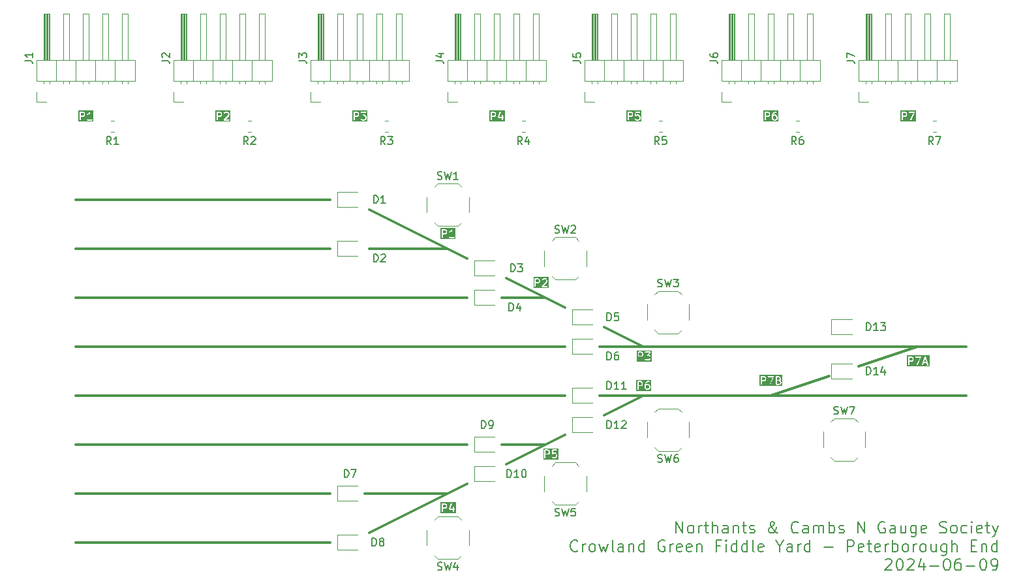
<source format=gbr>
%TF.GenerationSoftware,KiCad,Pcbnew,7.0.11+1*%
%TF.CreationDate,2024-06-09T21:21:38+01:00*%
%TF.ProjectId,crowland-green,63726f77-6c61-46e6-942d-677265656e2e,Rev 1*%
%TF.SameCoordinates,Original*%
%TF.FileFunction,Legend,Top*%
%TF.FilePolarity,Positive*%
%FSLAX46Y46*%
G04 Gerber Fmt 4.6, Leading zero omitted, Abs format (unit mm)*
G04 Created by KiCad (PCBNEW 7.0.11+1) date 2024-06-09 21:21:38*
%MOMM*%
%LPD*%
G01*
G04 APERTURE LIST*
%ADD10C,0.150000*%
%ADD11C,0.200000*%
%ADD12C,0.300000*%
%ADD13C,0.120000*%
G04 APERTURE END LIST*
D10*
G36*
X39063668Y-48459077D02*
G01*
X39094075Y-48489484D01*
X39128333Y-48558000D01*
X39128333Y-48665447D01*
X39094075Y-48733963D01*
X39063668Y-48764370D01*
X38995152Y-48798628D01*
X38706905Y-48798628D01*
X38706905Y-48424819D01*
X38995152Y-48424819D01*
X39063668Y-48459077D01*
G37*
G36*
X40372432Y-49567676D02*
G01*
X38414048Y-49567676D01*
X38414048Y-49349819D01*
X38556905Y-49349819D01*
X38574452Y-49398028D01*
X38618881Y-49423680D01*
X38669405Y-49414771D01*
X38702382Y-49375471D01*
X38706905Y-49349819D01*
X38706905Y-49336795D01*
X39510425Y-49336795D01*
X39519334Y-49387319D01*
X39558634Y-49420296D01*
X39584286Y-49424819D01*
X40155714Y-49424819D01*
X40203923Y-49407272D01*
X40229575Y-49362843D01*
X40220666Y-49312319D01*
X40181366Y-49279342D01*
X40155714Y-49274819D01*
X39945000Y-49274819D01*
X39945000Y-48349819D01*
X39943524Y-48345765D01*
X39944545Y-48341576D01*
X39934897Y-48322063D01*
X39927453Y-48301610D01*
X39923718Y-48299454D01*
X39921807Y-48295587D01*
X39901872Y-48286840D01*
X39883024Y-48275958D01*
X39878776Y-48276706D01*
X39874827Y-48274974D01*
X39853932Y-48281087D01*
X39832500Y-48284867D01*
X39829728Y-48288169D01*
X39825589Y-48289381D01*
X39807596Y-48308216D01*
X39716476Y-48444896D01*
X39635097Y-48526275D01*
X39550745Y-48568451D01*
X39515473Y-48605705D01*
X39512398Y-48656916D01*
X39542962Y-48698121D01*
X39592860Y-48710041D01*
X39617827Y-48702615D01*
X39713065Y-48654996D01*
X39714190Y-48653806D01*
X39732557Y-48640947D01*
X39795000Y-48578504D01*
X39795000Y-49274819D01*
X39584286Y-49274819D01*
X39536077Y-49292366D01*
X39510425Y-49336795D01*
X38706905Y-49336795D01*
X38706905Y-48948628D01*
X39012857Y-48948628D01*
X39017070Y-48947094D01*
X39021431Y-48948136D01*
X39046398Y-48940710D01*
X39141636Y-48893091D01*
X39142761Y-48891901D01*
X39161128Y-48879042D01*
X39208747Y-48831423D01*
X39209438Y-48829941D01*
X39222796Y-48811931D01*
X39270415Y-48716693D01*
X39270927Y-48712239D01*
X39273810Y-48708804D01*
X39278333Y-48683152D01*
X39278333Y-48540295D01*
X39276799Y-48536081D01*
X39277841Y-48531720D01*
X39270415Y-48506754D01*
X39222796Y-48411516D01*
X39221606Y-48410390D01*
X39208747Y-48392024D01*
X39161128Y-48344405D01*
X39159646Y-48343714D01*
X39141636Y-48330356D01*
X39046398Y-48282737D01*
X39041944Y-48282224D01*
X39038509Y-48279342D01*
X39012857Y-48274819D01*
X38631905Y-48274819D01*
X38613596Y-48281482D01*
X38594405Y-48284867D01*
X38590054Y-48290051D01*
X38583696Y-48292366D01*
X38573953Y-48309239D01*
X38561428Y-48324167D01*
X38559710Y-48333909D01*
X38558044Y-48336795D01*
X38558622Y-48340077D01*
X38556905Y-48349819D01*
X38556905Y-49349819D01*
X38414048Y-49349819D01*
X38414048Y-48131962D01*
X40372432Y-48131962D01*
X40372432Y-49567676D01*
G37*
G36*
X56843668Y-48459077D02*
G01*
X56874075Y-48489484D01*
X56908333Y-48558000D01*
X56908333Y-48665447D01*
X56874075Y-48733963D01*
X56843668Y-48764370D01*
X56775152Y-48798628D01*
X56486905Y-48798628D01*
X56486905Y-48424819D01*
X56775152Y-48424819D01*
X56843668Y-48459077D01*
G37*
G36*
X58153571Y-49567676D02*
G01*
X56194048Y-49567676D01*
X56194048Y-49349819D01*
X56336905Y-49349819D01*
X56354452Y-49398028D01*
X56398881Y-49423680D01*
X56449405Y-49414771D01*
X56482382Y-49375471D01*
X56486905Y-49349819D01*
X56486905Y-49343283D01*
X57241953Y-49343283D01*
X57247794Y-49365085D01*
X57251715Y-49387319D01*
X57254342Y-49389523D01*
X57255230Y-49392837D01*
X57273721Y-49405785D01*
X57291015Y-49420296D01*
X57295599Y-49421104D01*
X57297256Y-49422264D01*
X57300544Y-49421976D01*
X57316667Y-49424819D01*
X57935714Y-49424819D01*
X57983923Y-49407272D01*
X58009575Y-49362843D01*
X58000666Y-49312319D01*
X57961366Y-49279342D01*
X57935714Y-49274819D01*
X57497733Y-49274819D01*
X57941128Y-48831423D01*
X57943023Y-48827358D01*
X57946843Y-48825012D01*
X57959246Y-48802107D01*
X58006865Y-48659251D01*
X58006820Y-48657615D01*
X58010714Y-48635533D01*
X58010714Y-48540295D01*
X58009180Y-48536081D01*
X58010222Y-48531720D01*
X58002796Y-48506754D01*
X57955177Y-48411516D01*
X57953987Y-48410390D01*
X57941128Y-48392024D01*
X57893509Y-48344405D01*
X57892027Y-48343714D01*
X57874017Y-48330356D01*
X57778779Y-48282737D01*
X57774325Y-48282224D01*
X57770890Y-48279342D01*
X57745238Y-48274819D01*
X57507143Y-48274819D01*
X57502929Y-48276352D01*
X57498568Y-48275311D01*
X57473602Y-48282737D01*
X57378364Y-48330356D01*
X57377238Y-48331545D01*
X57358872Y-48344405D01*
X57311253Y-48392024D01*
X57289572Y-48438521D01*
X57302849Y-48488075D01*
X57344875Y-48517502D01*
X57395982Y-48513030D01*
X57417319Y-48498090D01*
X57456332Y-48459077D01*
X57524848Y-48424819D01*
X57727533Y-48424819D01*
X57796049Y-48459077D01*
X57826456Y-48489484D01*
X57860714Y-48558000D01*
X57860714Y-48623363D01*
X57822542Y-48737876D01*
X57263634Y-49296786D01*
X57254096Y-49317239D01*
X57242806Y-49336795D01*
X57243402Y-49340175D01*
X57241953Y-49343283D01*
X56486905Y-49343283D01*
X56486905Y-48948628D01*
X56792857Y-48948628D01*
X56797070Y-48947094D01*
X56801431Y-48948136D01*
X56826398Y-48940710D01*
X56921636Y-48893091D01*
X56922761Y-48891901D01*
X56941128Y-48879042D01*
X56988747Y-48831423D01*
X56989438Y-48829941D01*
X57002796Y-48811931D01*
X57050415Y-48716693D01*
X57050927Y-48712239D01*
X57053810Y-48708804D01*
X57058333Y-48683152D01*
X57058333Y-48540295D01*
X57056799Y-48536081D01*
X57057841Y-48531720D01*
X57050415Y-48506754D01*
X57002796Y-48411516D01*
X57001606Y-48410390D01*
X56988747Y-48392024D01*
X56941128Y-48344405D01*
X56939646Y-48343714D01*
X56921636Y-48330356D01*
X56826398Y-48282737D01*
X56821944Y-48282224D01*
X56818509Y-48279342D01*
X56792857Y-48274819D01*
X56411905Y-48274819D01*
X56393596Y-48281482D01*
X56374405Y-48284867D01*
X56370054Y-48290051D01*
X56363696Y-48292366D01*
X56353953Y-48309239D01*
X56341428Y-48324167D01*
X56339710Y-48333909D01*
X56338044Y-48336795D01*
X56338622Y-48340077D01*
X56336905Y-48349819D01*
X56336905Y-49349819D01*
X56194048Y-49349819D01*
X56194048Y-48131962D01*
X58153571Y-48131962D01*
X58153571Y-49567676D01*
G37*
G36*
X74623668Y-48459077D02*
G01*
X74654075Y-48489484D01*
X74688333Y-48558000D01*
X74688333Y-48665447D01*
X74654075Y-48733963D01*
X74623668Y-48764370D01*
X74555152Y-48798628D01*
X74266905Y-48798628D01*
X74266905Y-48424819D01*
X74555152Y-48424819D01*
X74623668Y-48459077D01*
G37*
G36*
X75933571Y-49567676D02*
G01*
X73974048Y-49567676D01*
X73974048Y-49349819D01*
X74116905Y-49349819D01*
X74134452Y-49398028D01*
X74178881Y-49423680D01*
X74229405Y-49414771D01*
X74262382Y-49375471D01*
X74266905Y-49349819D01*
X74266905Y-48948628D01*
X74572857Y-48948628D01*
X74577070Y-48947094D01*
X74581431Y-48948136D01*
X74606398Y-48940710D01*
X74701636Y-48893091D01*
X74702761Y-48891901D01*
X74721128Y-48879042D01*
X74768747Y-48831423D01*
X74769438Y-48829941D01*
X74782796Y-48811931D01*
X74830415Y-48716693D01*
X74830927Y-48712239D01*
X74833810Y-48708804D01*
X74838333Y-48683152D01*
X74838333Y-48540295D01*
X74836799Y-48536081D01*
X74837841Y-48531720D01*
X74830415Y-48506754D01*
X74782796Y-48411516D01*
X74781606Y-48410390D01*
X74768747Y-48392024D01*
X74721128Y-48344405D01*
X74719646Y-48343714D01*
X74710317Y-48336795D01*
X75022806Y-48336795D01*
X75031715Y-48387319D01*
X75071015Y-48420296D01*
X75096667Y-48424819D01*
X75550432Y-48424819D01*
X75325938Y-48681383D01*
X75318631Y-48700234D01*
X75308520Y-48717747D01*
X75309559Y-48723640D01*
X75307397Y-48729219D01*
X75313917Y-48748358D01*
X75317429Y-48768271D01*
X75322012Y-48772116D01*
X75323942Y-48777781D01*
X75341240Y-48788251D01*
X75356729Y-48801248D01*
X75365172Y-48802736D01*
X75367831Y-48804346D01*
X75371272Y-48803812D01*
X75382381Y-48805771D01*
X75507533Y-48805771D01*
X75576049Y-48840029D01*
X75606456Y-48870436D01*
X75640714Y-48938952D01*
X75640714Y-49141637D01*
X75606455Y-49210153D01*
X75576048Y-49240561D01*
X75507533Y-49274819D01*
X75257229Y-49274819D01*
X75188713Y-49240561D01*
X75149701Y-49201548D01*
X75103204Y-49179866D01*
X75053649Y-49193143D01*
X75024223Y-49235168D01*
X75028693Y-49286275D01*
X75043633Y-49307612D01*
X75091252Y-49355232D01*
X75092733Y-49355922D01*
X75110745Y-49369282D01*
X75205983Y-49416901D01*
X75210436Y-49417413D01*
X75213872Y-49420296D01*
X75239524Y-49424819D01*
X75525238Y-49424819D01*
X75529451Y-49423285D01*
X75533812Y-49424327D01*
X75558779Y-49416901D01*
X75654017Y-49369282D01*
X75655141Y-49368094D01*
X75673510Y-49355232D01*
X75721128Y-49307613D01*
X75721818Y-49306131D01*
X75735177Y-49288121D01*
X75782796Y-49192883D01*
X75783308Y-49188429D01*
X75786191Y-49184994D01*
X75790714Y-49159342D01*
X75790714Y-48921247D01*
X75789180Y-48917033D01*
X75790222Y-48912672D01*
X75782796Y-48887706D01*
X75735177Y-48792468D01*
X75733987Y-48791342D01*
X75721128Y-48772976D01*
X75673509Y-48725357D01*
X75672027Y-48724666D01*
X75654017Y-48711308D01*
X75558779Y-48663689D01*
X75554325Y-48663176D01*
X75550890Y-48660294D01*
X75544666Y-48659196D01*
X75772157Y-48399207D01*
X75779463Y-48380355D01*
X75789575Y-48362843D01*
X75788535Y-48356949D01*
X75790698Y-48351371D01*
X75784177Y-48332231D01*
X75780666Y-48312319D01*
X75776082Y-48308473D01*
X75774153Y-48302809D01*
X75756854Y-48292338D01*
X75741366Y-48279342D01*
X75732922Y-48277853D01*
X75730264Y-48276244D01*
X75726822Y-48276777D01*
X75715714Y-48274819D01*
X75096667Y-48274819D01*
X75048458Y-48292366D01*
X75022806Y-48336795D01*
X74710317Y-48336795D01*
X74701636Y-48330356D01*
X74606398Y-48282737D01*
X74601944Y-48282224D01*
X74598509Y-48279342D01*
X74572857Y-48274819D01*
X74191905Y-48274819D01*
X74173596Y-48281482D01*
X74154405Y-48284867D01*
X74150054Y-48290051D01*
X74143696Y-48292366D01*
X74133953Y-48309239D01*
X74121428Y-48324167D01*
X74119710Y-48333909D01*
X74118044Y-48336795D01*
X74118622Y-48340077D01*
X74116905Y-48349819D01*
X74116905Y-49349819D01*
X73974048Y-49349819D01*
X73974048Y-48131962D01*
X75933571Y-48131962D01*
X75933571Y-49567676D01*
G37*
G36*
X92403668Y-48459077D02*
G01*
X92434075Y-48489484D01*
X92468333Y-48558000D01*
X92468333Y-48665447D01*
X92434075Y-48733963D01*
X92403668Y-48764370D01*
X92335152Y-48798628D01*
X92046905Y-48798628D01*
X92046905Y-48424819D01*
X92335152Y-48424819D01*
X92403668Y-48459077D01*
G37*
G36*
X93760051Y-49566537D02*
G01*
X91754048Y-49566537D01*
X91754048Y-49349819D01*
X91896905Y-49349819D01*
X91914452Y-49398028D01*
X91958881Y-49423680D01*
X92009405Y-49414771D01*
X92042382Y-49375471D01*
X92046905Y-49349819D01*
X92046905Y-49003461D01*
X92850425Y-49003461D01*
X92853977Y-49023607D01*
X92854536Y-49044052D01*
X92858338Y-49048340D01*
X92859334Y-49053985D01*
X92875001Y-49067131D01*
X92888573Y-49082437D01*
X92894243Y-49083277D01*
X92898634Y-49086962D01*
X92924286Y-49091485D01*
X93325476Y-49091485D01*
X93325476Y-49349819D01*
X93343023Y-49398028D01*
X93387452Y-49423680D01*
X93437976Y-49414771D01*
X93470953Y-49375471D01*
X93475476Y-49349819D01*
X93475476Y-49091485D01*
X93543333Y-49091485D01*
X93591542Y-49073938D01*
X93617194Y-49029509D01*
X93608285Y-48978985D01*
X93568985Y-48946008D01*
X93543333Y-48941485D01*
X93475476Y-48941485D01*
X93475476Y-48683152D01*
X93457929Y-48634943D01*
X93413500Y-48609291D01*
X93362976Y-48618200D01*
X93329999Y-48657500D01*
X93325476Y-48683152D01*
X93325476Y-48941485D01*
X93028343Y-48941485D01*
X93233532Y-48325918D01*
X93232131Y-48274634D01*
X93198093Y-48236248D01*
X93147345Y-48228723D01*
X93103632Y-48255578D01*
X93091230Y-48278483D01*
X92853135Y-48992768D01*
X92853291Y-48998496D01*
X92850425Y-49003461D01*
X92046905Y-49003461D01*
X92046905Y-48948628D01*
X92352857Y-48948628D01*
X92357070Y-48947094D01*
X92361431Y-48948136D01*
X92386398Y-48940710D01*
X92481636Y-48893091D01*
X92482761Y-48891901D01*
X92501128Y-48879042D01*
X92548747Y-48831423D01*
X92549438Y-48829941D01*
X92562796Y-48811931D01*
X92610415Y-48716693D01*
X92610927Y-48712239D01*
X92613810Y-48708804D01*
X92618333Y-48683152D01*
X92618333Y-48540295D01*
X92616799Y-48536081D01*
X92617841Y-48531720D01*
X92610415Y-48506754D01*
X92562796Y-48411516D01*
X92561606Y-48410390D01*
X92548747Y-48392024D01*
X92501128Y-48344405D01*
X92499646Y-48343714D01*
X92481636Y-48330356D01*
X92386398Y-48282737D01*
X92381944Y-48282224D01*
X92378509Y-48279342D01*
X92352857Y-48274819D01*
X91971905Y-48274819D01*
X91953596Y-48281482D01*
X91934405Y-48284867D01*
X91930054Y-48290051D01*
X91923696Y-48292366D01*
X91913953Y-48309239D01*
X91901428Y-48324167D01*
X91899710Y-48333909D01*
X91898044Y-48336795D01*
X91898622Y-48340077D01*
X91896905Y-48349819D01*
X91896905Y-49349819D01*
X91754048Y-49349819D01*
X91754048Y-48085866D01*
X93760051Y-48085866D01*
X93760051Y-49566537D01*
G37*
G36*
X110183668Y-48459077D02*
G01*
X110214075Y-48489484D01*
X110248333Y-48558000D01*
X110248333Y-48665447D01*
X110214075Y-48733963D01*
X110183668Y-48764370D01*
X110115152Y-48798628D01*
X109826905Y-48798628D01*
X109826905Y-48424819D01*
X110115152Y-48424819D01*
X110183668Y-48459077D01*
G37*
G36*
X111493571Y-49567676D02*
G01*
X109534048Y-49567676D01*
X109534048Y-49349819D01*
X109676905Y-49349819D01*
X109694452Y-49398028D01*
X109738881Y-49423680D01*
X109789405Y-49414771D01*
X109822382Y-49375471D01*
X109826905Y-49349819D01*
X109826905Y-48948628D01*
X110132857Y-48948628D01*
X110137070Y-48947094D01*
X110141431Y-48948136D01*
X110166398Y-48940710D01*
X110261636Y-48893091D01*
X110262761Y-48891901D01*
X110281128Y-48879042D01*
X110328747Y-48831423D01*
X110329438Y-48829941D01*
X110337202Y-48819473D01*
X110629572Y-48819473D01*
X110636090Y-48843800D01*
X110642321Y-48868262D01*
X110642721Y-48868549D01*
X110642849Y-48869027D01*
X110663483Y-48883475D01*
X110683977Y-48898208D01*
X110684470Y-48898170D01*
X110684875Y-48898454D01*
X110709978Y-48896257D01*
X110735137Y-48894370D01*
X110735490Y-48894024D01*
X110735982Y-48893982D01*
X110757319Y-48879042D01*
X110796332Y-48840029D01*
X110864848Y-48805771D01*
X111067533Y-48805771D01*
X111136049Y-48840029D01*
X111166456Y-48870436D01*
X111200714Y-48938952D01*
X111200714Y-49141637D01*
X111166455Y-49210153D01*
X111136048Y-49240561D01*
X111067533Y-49274819D01*
X110864848Y-49274819D01*
X110796332Y-49240561D01*
X110757320Y-49201548D01*
X110710823Y-49179866D01*
X110661268Y-49193143D01*
X110631842Y-49235168D01*
X110636312Y-49286275D01*
X110651252Y-49307612D01*
X110698871Y-49355232D01*
X110700352Y-49355922D01*
X110718364Y-49369282D01*
X110813602Y-49416901D01*
X110818055Y-49417413D01*
X110821491Y-49420296D01*
X110847143Y-49424819D01*
X111085238Y-49424819D01*
X111089451Y-49423285D01*
X111093812Y-49424327D01*
X111118779Y-49416901D01*
X111214017Y-49369282D01*
X111215141Y-49368094D01*
X111233510Y-49355232D01*
X111281128Y-49307613D01*
X111281818Y-49306131D01*
X111295177Y-49288121D01*
X111342796Y-49192883D01*
X111343308Y-49188429D01*
X111346191Y-49184994D01*
X111350714Y-49159342D01*
X111350714Y-48921247D01*
X111349180Y-48917033D01*
X111350222Y-48912672D01*
X111342796Y-48887706D01*
X111295177Y-48792468D01*
X111293987Y-48791342D01*
X111281128Y-48772976D01*
X111233509Y-48725357D01*
X111232027Y-48724666D01*
X111214017Y-48711308D01*
X111118779Y-48663689D01*
X111114325Y-48663176D01*
X111110890Y-48660294D01*
X111085238Y-48655771D01*
X110847143Y-48655771D01*
X110842929Y-48657304D01*
X110838568Y-48656263D01*
X110813602Y-48663689D01*
X110794960Y-48673009D01*
X110819779Y-48424819D01*
X111228095Y-48424819D01*
X111276304Y-48407272D01*
X111301956Y-48362843D01*
X111293047Y-48312319D01*
X111253747Y-48279342D01*
X111228095Y-48274819D01*
X110751905Y-48274819D01*
X110736937Y-48280266D01*
X110721054Y-48281458D01*
X110713547Y-48288780D01*
X110703696Y-48292366D01*
X110695732Y-48306159D01*
X110684330Y-48317282D01*
X110679598Y-48334102D01*
X110678044Y-48336795D01*
X110678351Y-48338537D01*
X110677277Y-48342356D01*
X110629658Y-48818546D01*
X110629780Y-48819026D01*
X110629572Y-48819473D01*
X110337202Y-48819473D01*
X110342796Y-48811931D01*
X110390415Y-48716693D01*
X110390927Y-48712239D01*
X110393810Y-48708804D01*
X110398333Y-48683152D01*
X110398333Y-48540295D01*
X110396799Y-48536081D01*
X110397841Y-48531720D01*
X110390415Y-48506754D01*
X110342796Y-48411516D01*
X110341606Y-48410390D01*
X110328747Y-48392024D01*
X110281128Y-48344405D01*
X110279646Y-48343714D01*
X110261636Y-48330356D01*
X110166398Y-48282737D01*
X110161944Y-48282224D01*
X110158509Y-48279342D01*
X110132857Y-48274819D01*
X109751905Y-48274819D01*
X109733596Y-48281482D01*
X109714405Y-48284867D01*
X109710054Y-48290051D01*
X109703696Y-48292366D01*
X109693953Y-48309239D01*
X109681428Y-48324167D01*
X109679710Y-48333909D01*
X109678044Y-48336795D01*
X109678622Y-48340077D01*
X109676905Y-48349819D01*
X109676905Y-49349819D01*
X109534048Y-49349819D01*
X109534048Y-48131962D01*
X111493571Y-48131962D01*
X111493571Y-49567676D01*
G37*
G36*
X128916049Y-48840029D02*
G01*
X128946456Y-48870436D01*
X128980714Y-48938952D01*
X128980714Y-49141637D01*
X128946455Y-49210153D01*
X128916048Y-49240561D01*
X128847533Y-49274819D01*
X128692467Y-49274819D01*
X128623951Y-49240561D01*
X128593544Y-49210153D01*
X128559286Y-49141637D01*
X128559286Y-48938952D01*
X128593544Y-48870436D01*
X128623951Y-48840029D01*
X128692467Y-48805771D01*
X128847533Y-48805771D01*
X128916049Y-48840029D01*
G37*
G36*
X127963668Y-48459077D02*
G01*
X127994075Y-48489484D01*
X128028333Y-48558000D01*
X128028333Y-48665447D01*
X127994075Y-48733963D01*
X127963668Y-48764370D01*
X127895152Y-48798628D01*
X127606905Y-48798628D01*
X127606905Y-48424819D01*
X127895152Y-48424819D01*
X127963668Y-48459077D01*
G37*
G36*
X129273571Y-49567676D02*
G01*
X127314048Y-49567676D01*
X127314048Y-49349819D01*
X127456905Y-49349819D01*
X127474452Y-49398028D01*
X127518881Y-49423680D01*
X127569405Y-49414771D01*
X127602382Y-49375471D01*
X127606905Y-49349819D01*
X127606905Y-49159342D01*
X128409286Y-49159342D01*
X128410819Y-49163555D01*
X128409778Y-49167916D01*
X128417204Y-49192883D01*
X128464823Y-49288121D01*
X128466011Y-49289246D01*
X128478871Y-49307612D01*
X128526490Y-49355232D01*
X128527971Y-49355922D01*
X128545983Y-49369282D01*
X128641221Y-49416901D01*
X128645674Y-49417413D01*
X128649110Y-49420296D01*
X128674762Y-49424819D01*
X128865238Y-49424819D01*
X128869451Y-49423285D01*
X128873812Y-49424327D01*
X128898779Y-49416901D01*
X128994017Y-49369282D01*
X128995141Y-49368094D01*
X129013510Y-49355232D01*
X129061128Y-49307613D01*
X129061818Y-49306131D01*
X129075177Y-49288121D01*
X129122796Y-49192883D01*
X129123308Y-49188429D01*
X129126191Y-49184994D01*
X129130714Y-49159342D01*
X129130714Y-48921247D01*
X129129180Y-48917033D01*
X129130222Y-48912672D01*
X129122796Y-48887706D01*
X129075177Y-48792468D01*
X129073987Y-48791342D01*
X129061128Y-48772976D01*
X129013509Y-48725357D01*
X129012027Y-48724666D01*
X128994017Y-48711308D01*
X128898779Y-48663689D01*
X128894325Y-48663176D01*
X128890890Y-48660294D01*
X128865238Y-48655771D01*
X128674762Y-48655771D01*
X128670548Y-48657304D01*
X128666187Y-48656263D01*
X128641221Y-48663689D01*
X128582991Y-48692804D01*
X128601515Y-48618707D01*
X128685427Y-48492838D01*
X128719189Y-48459077D01*
X128787705Y-48424819D01*
X128960476Y-48424819D01*
X129008685Y-48407272D01*
X129034337Y-48362843D01*
X129025428Y-48312319D01*
X128986128Y-48279342D01*
X128960476Y-48274819D01*
X128770000Y-48274819D01*
X128765786Y-48276352D01*
X128761425Y-48275311D01*
X128736459Y-48282737D01*
X128641221Y-48330356D01*
X128640095Y-48331545D01*
X128621729Y-48344405D01*
X128574110Y-48392024D01*
X128572633Y-48395189D01*
X128564739Y-48403454D01*
X128469501Y-48546311D01*
X128469398Y-48546732D01*
X128459144Y-48569724D01*
X128411525Y-48760200D01*
X128411885Y-48763648D01*
X128409286Y-48778390D01*
X128409286Y-49159342D01*
X127606905Y-49159342D01*
X127606905Y-48948628D01*
X127912857Y-48948628D01*
X127917070Y-48947094D01*
X127921431Y-48948136D01*
X127946398Y-48940710D01*
X128041636Y-48893091D01*
X128042761Y-48891901D01*
X128061128Y-48879042D01*
X128108747Y-48831423D01*
X128109438Y-48829941D01*
X128122796Y-48811931D01*
X128170415Y-48716693D01*
X128170927Y-48712239D01*
X128173810Y-48708804D01*
X128178333Y-48683152D01*
X128178333Y-48540295D01*
X128176799Y-48536081D01*
X128177841Y-48531720D01*
X128170415Y-48506754D01*
X128122796Y-48411516D01*
X128121606Y-48410390D01*
X128108747Y-48392024D01*
X128061128Y-48344405D01*
X128059646Y-48343714D01*
X128041636Y-48330356D01*
X127946398Y-48282737D01*
X127941944Y-48282224D01*
X127938509Y-48279342D01*
X127912857Y-48274819D01*
X127531905Y-48274819D01*
X127513596Y-48281482D01*
X127494405Y-48284867D01*
X127490054Y-48290051D01*
X127483696Y-48292366D01*
X127473953Y-48309239D01*
X127461428Y-48324167D01*
X127459710Y-48333909D01*
X127458044Y-48336795D01*
X127458622Y-48340077D01*
X127456905Y-48349819D01*
X127456905Y-49349819D01*
X127314048Y-49349819D01*
X127314048Y-48131962D01*
X129273571Y-48131962D01*
X129273571Y-49567676D01*
G37*
G36*
X145743668Y-48459077D02*
G01*
X145774075Y-48489484D01*
X145808333Y-48558000D01*
X145808333Y-48665447D01*
X145774075Y-48733963D01*
X145743668Y-48764370D01*
X145675152Y-48798628D01*
X145386905Y-48798628D01*
X145386905Y-48424819D01*
X145675152Y-48424819D01*
X145743668Y-48459077D01*
G37*
G36*
X147100051Y-49567148D02*
G01*
X145094048Y-49567148D01*
X145094048Y-49349819D01*
X145236905Y-49349819D01*
X145254452Y-49398028D01*
X145298881Y-49423680D01*
X145349405Y-49414771D01*
X145382382Y-49375471D01*
X145386905Y-49349819D01*
X145386905Y-48948628D01*
X145692857Y-48948628D01*
X145697070Y-48947094D01*
X145701431Y-48948136D01*
X145726398Y-48940710D01*
X145821636Y-48893091D01*
X145822761Y-48891901D01*
X145841128Y-48879042D01*
X145888747Y-48831423D01*
X145889438Y-48829941D01*
X145902796Y-48811931D01*
X145950415Y-48716693D01*
X145950927Y-48712239D01*
X145953810Y-48708804D01*
X145958333Y-48683152D01*
X145958333Y-48540295D01*
X145956799Y-48536081D01*
X145957841Y-48531720D01*
X145950415Y-48506754D01*
X145902796Y-48411516D01*
X145901606Y-48410390D01*
X145888747Y-48392024D01*
X145841128Y-48344405D01*
X145839646Y-48343714D01*
X145830317Y-48336795D01*
X146142806Y-48336795D01*
X146151715Y-48387319D01*
X146191015Y-48420296D01*
X146216667Y-48424819D01*
X146769592Y-48424819D01*
X146385826Y-49320275D01*
X146382964Y-49371498D01*
X146413696Y-49412578D01*
X146463644Y-49424291D01*
X146509436Y-49401159D01*
X146523698Y-49379363D01*
X146952269Y-48379363D01*
X146952763Y-48370517D01*
X146957194Y-48362843D01*
X146954154Y-48345608D01*
X146955131Y-48328140D01*
X146949823Y-48321046D01*
X146948285Y-48312319D01*
X146934879Y-48301070D01*
X146924399Y-48287061D01*
X146915773Y-48285038D01*
X146908985Y-48279342D01*
X146883333Y-48274819D01*
X146216667Y-48274819D01*
X146168458Y-48292366D01*
X146142806Y-48336795D01*
X145830317Y-48336795D01*
X145821636Y-48330356D01*
X145726398Y-48282737D01*
X145721944Y-48282224D01*
X145718509Y-48279342D01*
X145692857Y-48274819D01*
X145311905Y-48274819D01*
X145293596Y-48281482D01*
X145274405Y-48284867D01*
X145270054Y-48290051D01*
X145263696Y-48292366D01*
X145253953Y-48309239D01*
X145241428Y-48324167D01*
X145239710Y-48333909D01*
X145238044Y-48336795D01*
X145238622Y-48340077D01*
X145236905Y-48349819D01*
X145236905Y-49349819D01*
X145094048Y-49349819D01*
X145094048Y-48131962D01*
X147100051Y-48131962D01*
X147100051Y-49567148D01*
G37*
D11*
X115983420Y-102926028D02*
X115983420Y-101426028D01*
X115983420Y-101426028D02*
X116840563Y-102926028D01*
X116840563Y-102926028D02*
X116840563Y-101426028D01*
X117769135Y-102926028D02*
X117626278Y-102854600D01*
X117626278Y-102854600D02*
X117554849Y-102783171D01*
X117554849Y-102783171D02*
X117483421Y-102640314D01*
X117483421Y-102640314D02*
X117483421Y-102211742D01*
X117483421Y-102211742D02*
X117554849Y-102068885D01*
X117554849Y-102068885D02*
X117626278Y-101997457D01*
X117626278Y-101997457D02*
X117769135Y-101926028D01*
X117769135Y-101926028D02*
X117983421Y-101926028D01*
X117983421Y-101926028D02*
X118126278Y-101997457D01*
X118126278Y-101997457D02*
X118197707Y-102068885D01*
X118197707Y-102068885D02*
X118269135Y-102211742D01*
X118269135Y-102211742D02*
X118269135Y-102640314D01*
X118269135Y-102640314D02*
X118197707Y-102783171D01*
X118197707Y-102783171D02*
X118126278Y-102854600D01*
X118126278Y-102854600D02*
X117983421Y-102926028D01*
X117983421Y-102926028D02*
X117769135Y-102926028D01*
X118911992Y-102926028D02*
X118911992Y-101926028D01*
X118911992Y-102211742D02*
X118983421Y-102068885D01*
X118983421Y-102068885D02*
X119054850Y-101997457D01*
X119054850Y-101997457D02*
X119197707Y-101926028D01*
X119197707Y-101926028D02*
X119340564Y-101926028D01*
X119626278Y-101926028D02*
X120197706Y-101926028D01*
X119840563Y-101426028D02*
X119840563Y-102711742D01*
X119840563Y-102711742D02*
X119911992Y-102854600D01*
X119911992Y-102854600D02*
X120054849Y-102926028D01*
X120054849Y-102926028D02*
X120197706Y-102926028D01*
X120697706Y-102926028D02*
X120697706Y-101426028D01*
X121340564Y-102926028D02*
X121340564Y-102140314D01*
X121340564Y-102140314D02*
X121269135Y-101997457D01*
X121269135Y-101997457D02*
X121126278Y-101926028D01*
X121126278Y-101926028D02*
X120911992Y-101926028D01*
X120911992Y-101926028D02*
X120769135Y-101997457D01*
X120769135Y-101997457D02*
X120697706Y-102068885D01*
X122697707Y-102926028D02*
X122697707Y-102140314D01*
X122697707Y-102140314D02*
X122626278Y-101997457D01*
X122626278Y-101997457D02*
X122483421Y-101926028D01*
X122483421Y-101926028D02*
X122197707Y-101926028D01*
X122197707Y-101926028D02*
X122054849Y-101997457D01*
X122697707Y-102854600D02*
X122554849Y-102926028D01*
X122554849Y-102926028D02*
X122197707Y-102926028D01*
X122197707Y-102926028D02*
X122054849Y-102854600D01*
X122054849Y-102854600D02*
X121983421Y-102711742D01*
X121983421Y-102711742D02*
X121983421Y-102568885D01*
X121983421Y-102568885D02*
X122054849Y-102426028D01*
X122054849Y-102426028D02*
X122197707Y-102354600D01*
X122197707Y-102354600D02*
X122554849Y-102354600D01*
X122554849Y-102354600D02*
X122697707Y-102283171D01*
X123411992Y-101926028D02*
X123411992Y-102926028D01*
X123411992Y-102068885D02*
X123483421Y-101997457D01*
X123483421Y-101997457D02*
X123626278Y-101926028D01*
X123626278Y-101926028D02*
X123840564Y-101926028D01*
X123840564Y-101926028D02*
X123983421Y-101997457D01*
X123983421Y-101997457D02*
X124054850Y-102140314D01*
X124054850Y-102140314D02*
X124054850Y-102926028D01*
X124554850Y-101926028D02*
X125126278Y-101926028D01*
X124769135Y-101426028D02*
X124769135Y-102711742D01*
X124769135Y-102711742D02*
X124840564Y-102854600D01*
X124840564Y-102854600D02*
X124983421Y-102926028D01*
X124983421Y-102926028D02*
X125126278Y-102926028D01*
X125554850Y-102854600D02*
X125697707Y-102926028D01*
X125697707Y-102926028D02*
X125983421Y-102926028D01*
X125983421Y-102926028D02*
X126126278Y-102854600D01*
X126126278Y-102854600D02*
X126197707Y-102711742D01*
X126197707Y-102711742D02*
X126197707Y-102640314D01*
X126197707Y-102640314D02*
X126126278Y-102497457D01*
X126126278Y-102497457D02*
X125983421Y-102426028D01*
X125983421Y-102426028D02*
X125769136Y-102426028D01*
X125769136Y-102426028D02*
X125626278Y-102354600D01*
X125626278Y-102354600D02*
X125554850Y-102211742D01*
X125554850Y-102211742D02*
X125554850Y-102140314D01*
X125554850Y-102140314D02*
X125626278Y-101997457D01*
X125626278Y-101997457D02*
X125769136Y-101926028D01*
X125769136Y-101926028D02*
X125983421Y-101926028D01*
X125983421Y-101926028D02*
X126126278Y-101997457D01*
X129197707Y-102926028D02*
X129126279Y-102926028D01*
X129126279Y-102926028D02*
X128983421Y-102854600D01*
X128983421Y-102854600D02*
X128769136Y-102640314D01*
X128769136Y-102640314D02*
X128411993Y-102211742D01*
X128411993Y-102211742D02*
X128269136Y-101997457D01*
X128269136Y-101997457D02*
X128197707Y-101783171D01*
X128197707Y-101783171D02*
X128197707Y-101640314D01*
X128197707Y-101640314D02*
X128269136Y-101497457D01*
X128269136Y-101497457D02*
X128411993Y-101426028D01*
X128411993Y-101426028D02*
X128483421Y-101426028D01*
X128483421Y-101426028D02*
X128626279Y-101497457D01*
X128626279Y-101497457D02*
X128697707Y-101640314D01*
X128697707Y-101640314D02*
X128697707Y-101711742D01*
X128697707Y-101711742D02*
X128626279Y-101854600D01*
X128626279Y-101854600D02*
X128554850Y-101926028D01*
X128554850Y-101926028D02*
X128126279Y-102211742D01*
X128126279Y-102211742D02*
X128054850Y-102283171D01*
X128054850Y-102283171D02*
X127983421Y-102426028D01*
X127983421Y-102426028D02*
X127983421Y-102640314D01*
X127983421Y-102640314D02*
X128054850Y-102783171D01*
X128054850Y-102783171D02*
X128126279Y-102854600D01*
X128126279Y-102854600D02*
X128269136Y-102926028D01*
X128269136Y-102926028D02*
X128483421Y-102926028D01*
X128483421Y-102926028D02*
X128626279Y-102854600D01*
X128626279Y-102854600D02*
X128697707Y-102783171D01*
X128697707Y-102783171D02*
X128911993Y-102497457D01*
X128911993Y-102497457D02*
X128983421Y-102283171D01*
X128983421Y-102283171D02*
X128983421Y-102140314D01*
X131840564Y-102783171D02*
X131769136Y-102854600D01*
X131769136Y-102854600D02*
X131554850Y-102926028D01*
X131554850Y-102926028D02*
X131411993Y-102926028D01*
X131411993Y-102926028D02*
X131197707Y-102854600D01*
X131197707Y-102854600D02*
X131054850Y-102711742D01*
X131054850Y-102711742D02*
X130983421Y-102568885D01*
X130983421Y-102568885D02*
X130911993Y-102283171D01*
X130911993Y-102283171D02*
X130911993Y-102068885D01*
X130911993Y-102068885D02*
X130983421Y-101783171D01*
X130983421Y-101783171D02*
X131054850Y-101640314D01*
X131054850Y-101640314D02*
X131197707Y-101497457D01*
X131197707Y-101497457D02*
X131411993Y-101426028D01*
X131411993Y-101426028D02*
X131554850Y-101426028D01*
X131554850Y-101426028D02*
X131769136Y-101497457D01*
X131769136Y-101497457D02*
X131840564Y-101568885D01*
X133126279Y-102926028D02*
X133126279Y-102140314D01*
X133126279Y-102140314D02*
X133054850Y-101997457D01*
X133054850Y-101997457D02*
X132911993Y-101926028D01*
X132911993Y-101926028D02*
X132626279Y-101926028D01*
X132626279Y-101926028D02*
X132483421Y-101997457D01*
X133126279Y-102854600D02*
X132983421Y-102926028D01*
X132983421Y-102926028D02*
X132626279Y-102926028D01*
X132626279Y-102926028D02*
X132483421Y-102854600D01*
X132483421Y-102854600D02*
X132411993Y-102711742D01*
X132411993Y-102711742D02*
X132411993Y-102568885D01*
X132411993Y-102568885D02*
X132483421Y-102426028D01*
X132483421Y-102426028D02*
X132626279Y-102354600D01*
X132626279Y-102354600D02*
X132983421Y-102354600D01*
X132983421Y-102354600D02*
X133126279Y-102283171D01*
X133840564Y-102926028D02*
X133840564Y-101926028D01*
X133840564Y-102068885D02*
X133911993Y-101997457D01*
X133911993Y-101997457D02*
X134054850Y-101926028D01*
X134054850Y-101926028D02*
X134269136Y-101926028D01*
X134269136Y-101926028D02*
X134411993Y-101997457D01*
X134411993Y-101997457D02*
X134483422Y-102140314D01*
X134483422Y-102140314D02*
X134483422Y-102926028D01*
X134483422Y-102140314D02*
X134554850Y-101997457D01*
X134554850Y-101997457D02*
X134697707Y-101926028D01*
X134697707Y-101926028D02*
X134911993Y-101926028D01*
X134911993Y-101926028D02*
X135054850Y-101997457D01*
X135054850Y-101997457D02*
X135126279Y-102140314D01*
X135126279Y-102140314D02*
X135126279Y-102926028D01*
X135840564Y-102926028D02*
X135840564Y-101426028D01*
X135840564Y-101997457D02*
X135983422Y-101926028D01*
X135983422Y-101926028D02*
X136269136Y-101926028D01*
X136269136Y-101926028D02*
X136411993Y-101997457D01*
X136411993Y-101997457D02*
X136483422Y-102068885D01*
X136483422Y-102068885D02*
X136554850Y-102211742D01*
X136554850Y-102211742D02*
X136554850Y-102640314D01*
X136554850Y-102640314D02*
X136483422Y-102783171D01*
X136483422Y-102783171D02*
X136411993Y-102854600D01*
X136411993Y-102854600D02*
X136269136Y-102926028D01*
X136269136Y-102926028D02*
X135983422Y-102926028D01*
X135983422Y-102926028D02*
X135840564Y-102854600D01*
X137126279Y-102854600D02*
X137269136Y-102926028D01*
X137269136Y-102926028D02*
X137554850Y-102926028D01*
X137554850Y-102926028D02*
X137697707Y-102854600D01*
X137697707Y-102854600D02*
X137769136Y-102711742D01*
X137769136Y-102711742D02*
X137769136Y-102640314D01*
X137769136Y-102640314D02*
X137697707Y-102497457D01*
X137697707Y-102497457D02*
X137554850Y-102426028D01*
X137554850Y-102426028D02*
X137340565Y-102426028D01*
X137340565Y-102426028D02*
X137197707Y-102354600D01*
X137197707Y-102354600D02*
X137126279Y-102211742D01*
X137126279Y-102211742D02*
X137126279Y-102140314D01*
X137126279Y-102140314D02*
X137197707Y-101997457D01*
X137197707Y-101997457D02*
X137340565Y-101926028D01*
X137340565Y-101926028D02*
X137554850Y-101926028D01*
X137554850Y-101926028D02*
X137697707Y-101997457D01*
X139554850Y-102926028D02*
X139554850Y-101426028D01*
X139554850Y-101426028D02*
X140411993Y-102926028D01*
X140411993Y-102926028D02*
X140411993Y-101426028D01*
X143054851Y-101497457D02*
X142911994Y-101426028D01*
X142911994Y-101426028D02*
X142697708Y-101426028D01*
X142697708Y-101426028D02*
X142483422Y-101497457D01*
X142483422Y-101497457D02*
X142340565Y-101640314D01*
X142340565Y-101640314D02*
X142269136Y-101783171D01*
X142269136Y-101783171D02*
X142197708Y-102068885D01*
X142197708Y-102068885D02*
X142197708Y-102283171D01*
X142197708Y-102283171D02*
X142269136Y-102568885D01*
X142269136Y-102568885D02*
X142340565Y-102711742D01*
X142340565Y-102711742D02*
X142483422Y-102854600D01*
X142483422Y-102854600D02*
X142697708Y-102926028D01*
X142697708Y-102926028D02*
X142840565Y-102926028D01*
X142840565Y-102926028D02*
X143054851Y-102854600D01*
X143054851Y-102854600D02*
X143126279Y-102783171D01*
X143126279Y-102783171D02*
X143126279Y-102283171D01*
X143126279Y-102283171D02*
X142840565Y-102283171D01*
X144411994Y-102926028D02*
X144411994Y-102140314D01*
X144411994Y-102140314D02*
X144340565Y-101997457D01*
X144340565Y-101997457D02*
X144197708Y-101926028D01*
X144197708Y-101926028D02*
X143911994Y-101926028D01*
X143911994Y-101926028D02*
X143769136Y-101997457D01*
X144411994Y-102854600D02*
X144269136Y-102926028D01*
X144269136Y-102926028D02*
X143911994Y-102926028D01*
X143911994Y-102926028D02*
X143769136Y-102854600D01*
X143769136Y-102854600D02*
X143697708Y-102711742D01*
X143697708Y-102711742D02*
X143697708Y-102568885D01*
X143697708Y-102568885D02*
X143769136Y-102426028D01*
X143769136Y-102426028D02*
X143911994Y-102354600D01*
X143911994Y-102354600D02*
X144269136Y-102354600D01*
X144269136Y-102354600D02*
X144411994Y-102283171D01*
X145769137Y-101926028D02*
X145769137Y-102926028D01*
X145126279Y-101926028D02*
X145126279Y-102711742D01*
X145126279Y-102711742D02*
X145197708Y-102854600D01*
X145197708Y-102854600D02*
X145340565Y-102926028D01*
X145340565Y-102926028D02*
X145554851Y-102926028D01*
X145554851Y-102926028D02*
X145697708Y-102854600D01*
X145697708Y-102854600D02*
X145769137Y-102783171D01*
X147126280Y-101926028D02*
X147126280Y-103140314D01*
X147126280Y-103140314D02*
X147054851Y-103283171D01*
X147054851Y-103283171D02*
X146983422Y-103354600D01*
X146983422Y-103354600D02*
X146840565Y-103426028D01*
X146840565Y-103426028D02*
X146626280Y-103426028D01*
X146626280Y-103426028D02*
X146483422Y-103354600D01*
X147126280Y-102854600D02*
X146983422Y-102926028D01*
X146983422Y-102926028D02*
X146697708Y-102926028D01*
X146697708Y-102926028D02*
X146554851Y-102854600D01*
X146554851Y-102854600D02*
X146483422Y-102783171D01*
X146483422Y-102783171D02*
X146411994Y-102640314D01*
X146411994Y-102640314D02*
X146411994Y-102211742D01*
X146411994Y-102211742D02*
X146483422Y-102068885D01*
X146483422Y-102068885D02*
X146554851Y-101997457D01*
X146554851Y-101997457D02*
X146697708Y-101926028D01*
X146697708Y-101926028D02*
X146983422Y-101926028D01*
X146983422Y-101926028D02*
X147126280Y-101997457D01*
X148411994Y-102854600D02*
X148269137Y-102926028D01*
X148269137Y-102926028D02*
X147983423Y-102926028D01*
X147983423Y-102926028D02*
X147840565Y-102854600D01*
X147840565Y-102854600D02*
X147769137Y-102711742D01*
X147769137Y-102711742D02*
X147769137Y-102140314D01*
X147769137Y-102140314D02*
X147840565Y-101997457D01*
X147840565Y-101997457D02*
X147983423Y-101926028D01*
X147983423Y-101926028D02*
X148269137Y-101926028D01*
X148269137Y-101926028D02*
X148411994Y-101997457D01*
X148411994Y-101997457D02*
X148483423Y-102140314D01*
X148483423Y-102140314D02*
X148483423Y-102283171D01*
X148483423Y-102283171D02*
X147769137Y-102426028D01*
X150197708Y-102854600D02*
X150411994Y-102926028D01*
X150411994Y-102926028D02*
X150769136Y-102926028D01*
X150769136Y-102926028D02*
X150911994Y-102854600D01*
X150911994Y-102854600D02*
X150983422Y-102783171D01*
X150983422Y-102783171D02*
X151054851Y-102640314D01*
X151054851Y-102640314D02*
X151054851Y-102497457D01*
X151054851Y-102497457D02*
X150983422Y-102354600D01*
X150983422Y-102354600D02*
X150911994Y-102283171D01*
X150911994Y-102283171D02*
X150769136Y-102211742D01*
X150769136Y-102211742D02*
X150483422Y-102140314D01*
X150483422Y-102140314D02*
X150340565Y-102068885D01*
X150340565Y-102068885D02*
X150269136Y-101997457D01*
X150269136Y-101997457D02*
X150197708Y-101854600D01*
X150197708Y-101854600D02*
X150197708Y-101711742D01*
X150197708Y-101711742D02*
X150269136Y-101568885D01*
X150269136Y-101568885D02*
X150340565Y-101497457D01*
X150340565Y-101497457D02*
X150483422Y-101426028D01*
X150483422Y-101426028D02*
X150840565Y-101426028D01*
X150840565Y-101426028D02*
X151054851Y-101497457D01*
X151911993Y-102926028D02*
X151769136Y-102854600D01*
X151769136Y-102854600D02*
X151697707Y-102783171D01*
X151697707Y-102783171D02*
X151626279Y-102640314D01*
X151626279Y-102640314D02*
X151626279Y-102211742D01*
X151626279Y-102211742D02*
X151697707Y-102068885D01*
X151697707Y-102068885D02*
X151769136Y-101997457D01*
X151769136Y-101997457D02*
X151911993Y-101926028D01*
X151911993Y-101926028D02*
X152126279Y-101926028D01*
X152126279Y-101926028D02*
X152269136Y-101997457D01*
X152269136Y-101997457D02*
X152340565Y-102068885D01*
X152340565Y-102068885D02*
X152411993Y-102211742D01*
X152411993Y-102211742D02*
X152411993Y-102640314D01*
X152411993Y-102640314D02*
X152340565Y-102783171D01*
X152340565Y-102783171D02*
X152269136Y-102854600D01*
X152269136Y-102854600D02*
X152126279Y-102926028D01*
X152126279Y-102926028D02*
X151911993Y-102926028D01*
X153697708Y-102854600D02*
X153554850Y-102926028D01*
X153554850Y-102926028D02*
X153269136Y-102926028D01*
X153269136Y-102926028D02*
X153126279Y-102854600D01*
X153126279Y-102854600D02*
X153054850Y-102783171D01*
X153054850Y-102783171D02*
X152983422Y-102640314D01*
X152983422Y-102640314D02*
X152983422Y-102211742D01*
X152983422Y-102211742D02*
X153054850Y-102068885D01*
X153054850Y-102068885D02*
X153126279Y-101997457D01*
X153126279Y-101997457D02*
X153269136Y-101926028D01*
X153269136Y-101926028D02*
X153554850Y-101926028D01*
X153554850Y-101926028D02*
X153697708Y-101997457D01*
X154340564Y-102926028D02*
X154340564Y-101926028D01*
X154340564Y-101426028D02*
X154269136Y-101497457D01*
X154269136Y-101497457D02*
X154340564Y-101568885D01*
X154340564Y-101568885D02*
X154411993Y-101497457D01*
X154411993Y-101497457D02*
X154340564Y-101426028D01*
X154340564Y-101426028D02*
X154340564Y-101568885D01*
X155626279Y-102854600D02*
X155483422Y-102926028D01*
X155483422Y-102926028D02*
X155197708Y-102926028D01*
X155197708Y-102926028D02*
X155054850Y-102854600D01*
X155054850Y-102854600D02*
X154983422Y-102711742D01*
X154983422Y-102711742D02*
X154983422Y-102140314D01*
X154983422Y-102140314D02*
X155054850Y-101997457D01*
X155054850Y-101997457D02*
X155197708Y-101926028D01*
X155197708Y-101926028D02*
X155483422Y-101926028D01*
X155483422Y-101926028D02*
X155626279Y-101997457D01*
X155626279Y-101997457D02*
X155697708Y-102140314D01*
X155697708Y-102140314D02*
X155697708Y-102283171D01*
X155697708Y-102283171D02*
X154983422Y-102426028D01*
X156126279Y-101926028D02*
X156697707Y-101926028D01*
X156340564Y-101426028D02*
X156340564Y-102711742D01*
X156340564Y-102711742D02*
X156411993Y-102854600D01*
X156411993Y-102854600D02*
X156554850Y-102926028D01*
X156554850Y-102926028D02*
X156697707Y-102926028D01*
X157054850Y-101926028D02*
X157411993Y-102926028D01*
X157769136Y-101926028D02*
X157411993Y-102926028D01*
X157411993Y-102926028D02*
X157269136Y-103283171D01*
X157269136Y-103283171D02*
X157197707Y-103354600D01*
X157197707Y-103354600D02*
X157054850Y-103426028D01*
X103197709Y-105198171D02*
X103126281Y-105269600D01*
X103126281Y-105269600D02*
X102911995Y-105341028D01*
X102911995Y-105341028D02*
X102769138Y-105341028D01*
X102769138Y-105341028D02*
X102554852Y-105269600D01*
X102554852Y-105269600D02*
X102411995Y-105126742D01*
X102411995Y-105126742D02*
X102340566Y-104983885D01*
X102340566Y-104983885D02*
X102269138Y-104698171D01*
X102269138Y-104698171D02*
X102269138Y-104483885D01*
X102269138Y-104483885D02*
X102340566Y-104198171D01*
X102340566Y-104198171D02*
X102411995Y-104055314D01*
X102411995Y-104055314D02*
X102554852Y-103912457D01*
X102554852Y-103912457D02*
X102769138Y-103841028D01*
X102769138Y-103841028D02*
X102911995Y-103841028D01*
X102911995Y-103841028D02*
X103126281Y-103912457D01*
X103126281Y-103912457D02*
X103197709Y-103983885D01*
X103840566Y-105341028D02*
X103840566Y-104341028D01*
X103840566Y-104626742D02*
X103911995Y-104483885D01*
X103911995Y-104483885D02*
X103983424Y-104412457D01*
X103983424Y-104412457D02*
X104126281Y-104341028D01*
X104126281Y-104341028D02*
X104269138Y-104341028D01*
X104983423Y-105341028D02*
X104840566Y-105269600D01*
X104840566Y-105269600D02*
X104769137Y-105198171D01*
X104769137Y-105198171D02*
X104697709Y-105055314D01*
X104697709Y-105055314D02*
X104697709Y-104626742D01*
X104697709Y-104626742D02*
X104769137Y-104483885D01*
X104769137Y-104483885D02*
X104840566Y-104412457D01*
X104840566Y-104412457D02*
X104983423Y-104341028D01*
X104983423Y-104341028D02*
X105197709Y-104341028D01*
X105197709Y-104341028D02*
X105340566Y-104412457D01*
X105340566Y-104412457D02*
X105411995Y-104483885D01*
X105411995Y-104483885D02*
X105483423Y-104626742D01*
X105483423Y-104626742D02*
X105483423Y-105055314D01*
X105483423Y-105055314D02*
X105411995Y-105198171D01*
X105411995Y-105198171D02*
X105340566Y-105269600D01*
X105340566Y-105269600D02*
X105197709Y-105341028D01*
X105197709Y-105341028D02*
X104983423Y-105341028D01*
X105983423Y-104341028D02*
X106269138Y-105341028D01*
X106269138Y-105341028D02*
X106554852Y-104626742D01*
X106554852Y-104626742D02*
X106840566Y-105341028D01*
X106840566Y-105341028D02*
X107126280Y-104341028D01*
X107911995Y-105341028D02*
X107769138Y-105269600D01*
X107769138Y-105269600D02*
X107697709Y-105126742D01*
X107697709Y-105126742D02*
X107697709Y-103841028D01*
X109126281Y-105341028D02*
X109126281Y-104555314D01*
X109126281Y-104555314D02*
X109054852Y-104412457D01*
X109054852Y-104412457D02*
X108911995Y-104341028D01*
X108911995Y-104341028D02*
X108626281Y-104341028D01*
X108626281Y-104341028D02*
X108483423Y-104412457D01*
X109126281Y-105269600D02*
X108983423Y-105341028D01*
X108983423Y-105341028D02*
X108626281Y-105341028D01*
X108626281Y-105341028D02*
X108483423Y-105269600D01*
X108483423Y-105269600D02*
X108411995Y-105126742D01*
X108411995Y-105126742D02*
X108411995Y-104983885D01*
X108411995Y-104983885D02*
X108483423Y-104841028D01*
X108483423Y-104841028D02*
X108626281Y-104769600D01*
X108626281Y-104769600D02*
X108983423Y-104769600D01*
X108983423Y-104769600D02*
X109126281Y-104698171D01*
X109840566Y-104341028D02*
X109840566Y-105341028D01*
X109840566Y-104483885D02*
X109911995Y-104412457D01*
X109911995Y-104412457D02*
X110054852Y-104341028D01*
X110054852Y-104341028D02*
X110269138Y-104341028D01*
X110269138Y-104341028D02*
X110411995Y-104412457D01*
X110411995Y-104412457D02*
X110483424Y-104555314D01*
X110483424Y-104555314D02*
X110483424Y-105341028D01*
X111840567Y-105341028D02*
X111840567Y-103841028D01*
X111840567Y-105269600D02*
X111697709Y-105341028D01*
X111697709Y-105341028D02*
X111411995Y-105341028D01*
X111411995Y-105341028D02*
X111269138Y-105269600D01*
X111269138Y-105269600D02*
X111197709Y-105198171D01*
X111197709Y-105198171D02*
X111126281Y-105055314D01*
X111126281Y-105055314D02*
X111126281Y-104626742D01*
X111126281Y-104626742D02*
X111197709Y-104483885D01*
X111197709Y-104483885D02*
X111269138Y-104412457D01*
X111269138Y-104412457D02*
X111411995Y-104341028D01*
X111411995Y-104341028D02*
X111697709Y-104341028D01*
X111697709Y-104341028D02*
X111840567Y-104412457D01*
X114483424Y-103912457D02*
X114340567Y-103841028D01*
X114340567Y-103841028D02*
X114126281Y-103841028D01*
X114126281Y-103841028D02*
X113911995Y-103912457D01*
X113911995Y-103912457D02*
X113769138Y-104055314D01*
X113769138Y-104055314D02*
X113697709Y-104198171D01*
X113697709Y-104198171D02*
X113626281Y-104483885D01*
X113626281Y-104483885D02*
X113626281Y-104698171D01*
X113626281Y-104698171D02*
X113697709Y-104983885D01*
X113697709Y-104983885D02*
X113769138Y-105126742D01*
X113769138Y-105126742D02*
X113911995Y-105269600D01*
X113911995Y-105269600D02*
X114126281Y-105341028D01*
X114126281Y-105341028D02*
X114269138Y-105341028D01*
X114269138Y-105341028D02*
X114483424Y-105269600D01*
X114483424Y-105269600D02*
X114554852Y-105198171D01*
X114554852Y-105198171D02*
X114554852Y-104698171D01*
X114554852Y-104698171D02*
X114269138Y-104698171D01*
X115197709Y-105341028D02*
X115197709Y-104341028D01*
X115197709Y-104626742D02*
X115269138Y-104483885D01*
X115269138Y-104483885D02*
X115340567Y-104412457D01*
X115340567Y-104412457D02*
X115483424Y-104341028D01*
X115483424Y-104341028D02*
X115626281Y-104341028D01*
X116697709Y-105269600D02*
X116554852Y-105341028D01*
X116554852Y-105341028D02*
X116269138Y-105341028D01*
X116269138Y-105341028D02*
X116126280Y-105269600D01*
X116126280Y-105269600D02*
X116054852Y-105126742D01*
X116054852Y-105126742D02*
X116054852Y-104555314D01*
X116054852Y-104555314D02*
X116126280Y-104412457D01*
X116126280Y-104412457D02*
X116269138Y-104341028D01*
X116269138Y-104341028D02*
X116554852Y-104341028D01*
X116554852Y-104341028D02*
X116697709Y-104412457D01*
X116697709Y-104412457D02*
X116769138Y-104555314D01*
X116769138Y-104555314D02*
X116769138Y-104698171D01*
X116769138Y-104698171D02*
X116054852Y-104841028D01*
X117983423Y-105269600D02*
X117840566Y-105341028D01*
X117840566Y-105341028D02*
X117554852Y-105341028D01*
X117554852Y-105341028D02*
X117411994Y-105269600D01*
X117411994Y-105269600D02*
X117340566Y-105126742D01*
X117340566Y-105126742D02*
X117340566Y-104555314D01*
X117340566Y-104555314D02*
X117411994Y-104412457D01*
X117411994Y-104412457D02*
X117554852Y-104341028D01*
X117554852Y-104341028D02*
X117840566Y-104341028D01*
X117840566Y-104341028D02*
X117983423Y-104412457D01*
X117983423Y-104412457D02*
X118054852Y-104555314D01*
X118054852Y-104555314D02*
X118054852Y-104698171D01*
X118054852Y-104698171D02*
X117340566Y-104841028D01*
X118697708Y-104341028D02*
X118697708Y-105341028D01*
X118697708Y-104483885D02*
X118769137Y-104412457D01*
X118769137Y-104412457D02*
X118911994Y-104341028D01*
X118911994Y-104341028D02*
X119126280Y-104341028D01*
X119126280Y-104341028D02*
X119269137Y-104412457D01*
X119269137Y-104412457D02*
X119340566Y-104555314D01*
X119340566Y-104555314D02*
X119340566Y-105341028D01*
X121697708Y-104555314D02*
X121197708Y-104555314D01*
X121197708Y-105341028D02*
X121197708Y-103841028D01*
X121197708Y-103841028D02*
X121911994Y-103841028D01*
X122483422Y-105341028D02*
X122483422Y-104341028D01*
X122483422Y-103841028D02*
X122411994Y-103912457D01*
X122411994Y-103912457D02*
X122483422Y-103983885D01*
X122483422Y-103983885D02*
X122554851Y-103912457D01*
X122554851Y-103912457D02*
X122483422Y-103841028D01*
X122483422Y-103841028D02*
X122483422Y-103983885D01*
X123840566Y-105341028D02*
X123840566Y-103841028D01*
X123840566Y-105269600D02*
X123697708Y-105341028D01*
X123697708Y-105341028D02*
X123411994Y-105341028D01*
X123411994Y-105341028D02*
X123269137Y-105269600D01*
X123269137Y-105269600D02*
X123197708Y-105198171D01*
X123197708Y-105198171D02*
X123126280Y-105055314D01*
X123126280Y-105055314D02*
X123126280Y-104626742D01*
X123126280Y-104626742D02*
X123197708Y-104483885D01*
X123197708Y-104483885D02*
X123269137Y-104412457D01*
X123269137Y-104412457D02*
X123411994Y-104341028D01*
X123411994Y-104341028D02*
X123697708Y-104341028D01*
X123697708Y-104341028D02*
X123840566Y-104412457D01*
X125197709Y-105341028D02*
X125197709Y-103841028D01*
X125197709Y-105269600D02*
X125054851Y-105341028D01*
X125054851Y-105341028D02*
X124769137Y-105341028D01*
X124769137Y-105341028D02*
X124626280Y-105269600D01*
X124626280Y-105269600D02*
X124554851Y-105198171D01*
X124554851Y-105198171D02*
X124483423Y-105055314D01*
X124483423Y-105055314D02*
X124483423Y-104626742D01*
X124483423Y-104626742D02*
X124554851Y-104483885D01*
X124554851Y-104483885D02*
X124626280Y-104412457D01*
X124626280Y-104412457D02*
X124769137Y-104341028D01*
X124769137Y-104341028D02*
X125054851Y-104341028D01*
X125054851Y-104341028D02*
X125197709Y-104412457D01*
X126126280Y-105341028D02*
X125983423Y-105269600D01*
X125983423Y-105269600D02*
X125911994Y-105126742D01*
X125911994Y-105126742D02*
X125911994Y-103841028D01*
X127269137Y-105269600D02*
X127126280Y-105341028D01*
X127126280Y-105341028D02*
X126840566Y-105341028D01*
X126840566Y-105341028D02*
X126697708Y-105269600D01*
X126697708Y-105269600D02*
X126626280Y-105126742D01*
X126626280Y-105126742D02*
X126626280Y-104555314D01*
X126626280Y-104555314D02*
X126697708Y-104412457D01*
X126697708Y-104412457D02*
X126840566Y-104341028D01*
X126840566Y-104341028D02*
X127126280Y-104341028D01*
X127126280Y-104341028D02*
X127269137Y-104412457D01*
X127269137Y-104412457D02*
X127340566Y-104555314D01*
X127340566Y-104555314D02*
X127340566Y-104698171D01*
X127340566Y-104698171D02*
X126626280Y-104841028D01*
X129411994Y-104626742D02*
X129411994Y-105341028D01*
X128911994Y-103841028D02*
X129411994Y-104626742D01*
X129411994Y-104626742D02*
X129911994Y-103841028D01*
X131054851Y-105341028D02*
X131054851Y-104555314D01*
X131054851Y-104555314D02*
X130983422Y-104412457D01*
X130983422Y-104412457D02*
X130840565Y-104341028D01*
X130840565Y-104341028D02*
X130554851Y-104341028D01*
X130554851Y-104341028D02*
X130411993Y-104412457D01*
X131054851Y-105269600D02*
X130911993Y-105341028D01*
X130911993Y-105341028D02*
X130554851Y-105341028D01*
X130554851Y-105341028D02*
X130411993Y-105269600D01*
X130411993Y-105269600D02*
X130340565Y-105126742D01*
X130340565Y-105126742D02*
X130340565Y-104983885D01*
X130340565Y-104983885D02*
X130411993Y-104841028D01*
X130411993Y-104841028D02*
X130554851Y-104769600D01*
X130554851Y-104769600D02*
X130911993Y-104769600D01*
X130911993Y-104769600D02*
X131054851Y-104698171D01*
X131769136Y-105341028D02*
X131769136Y-104341028D01*
X131769136Y-104626742D02*
X131840565Y-104483885D01*
X131840565Y-104483885D02*
X131911994Y-104412457D01*
X131911994Y-104412457D02*
X132054851Y-104341028D01*
X132054851Y-104341028D02*
X132197708Y-104341028D01*
X133340565Y-105341028D02*
X133340565Y-103841028D01*
X133340565Y-105269600D02*
X133197707Y-105341028D01*
X133197707Y-105341028D02*
X132911993Y-105341028D01*
X132911993Y-105341028D02*
X132769136Y-105269600D01*
X132769136Y-105269600D02*
X132697707Y-105198171D01*
X132697707Y-105198171D02*
X132626279Y-105055314D01*
X132626279Y-105055314D02*
X132626279Y-104626742D01*
X132626279Y-104626742D02*
X132697707Y-104483885D01*
X132697707Y-104483885D02*
X132769136Y-104412457D01*
X132769136Y-104412457D02*
X132911993Y-104341028D01*
X132911993Y-104341028D02*
X133197707Y-104341028D01*
X133197707Y-104341028D02*
X133340565Y-104412457D01*
X135197707Y-104769600D02*
X136340565Y-104769600D01*
X138197707Y-105341028D02*
X138197707Y-103841028D01*
X138197707Y-103841028D02*
X138769136Y-103841028D01*
X138769136Y-103841028D02*
X138911993Y-103912457D01*
X138911993Y-103912457D02*
X138983422Y-103983885D01*
X138983422Y-103983885D02*
X139054850Y-104126742D01*
X139054850Y-104126742D02*
X139054850Y-104341028D01*
X139054850Y-104341028D02*
X138983422Y-104483885D01*
X138983422Y-104483885D02*
X138911993Y-104555314D01*
X138911993Y-104555314D02*
X138769136Y-104626742D01*
X138769136Y-104626742D02*
X138197707Y-104626742D01*
X140269136Y-105269600D02*
X140126279Y-105341028D01*
X140126279Y-105341028D02*
X139840565Y-105341028D01*
X139840565Y-105341028D02*
X139697707Y-105269600D01*
X139697707Y-105269600D02*
X139626279Y-105126742D01*
X139626279Y-105126742D02*
X139626279Y-104555314D01*
X139626279Y-104555314D02*
X139697707Y-104412457D01*
X139697707Y-104412457D02*
X139840565Y-104341028D01*
X139840565Y-104341028D02*
X140126279Y-104341028D01*
X140126279Y-104341028D02*
X140269136Y-104412457D01*
X140269136Y-104412457D02*
X140340565Y-104555314D01*
X140340565Y-104555314D02*
X140340565Y-104698171D01*
X140340565Y-104698171D02*
X139626279Y-104841028D01*
X140769136Y-104341028D02*
X141340564Y-104341028D01*
X140983421Y-103841028D02*
X140983421Y-105126742D01*
X140983421Y-105126742D02*
X141054850Y-105269600D01*
X141054850Y-105269600D02*
X141197707Y-105341028D01*
X141197707Y-105341028D02*
X141340564Y-105341028D01*
X142411993Y-105269600D02*
X142269136Y-105341028D01*
X142269136Y-105341028D02*
X141983422Y-105341028D01*
X141983422Y-105341028D02*
X141840564Y-105269600D01*
X141840564Y-105269600D02*
X141769136Y-105126742D01*
X141769136Y-105126742D02*
X141769136Y-104555314D01*
X141769136Y-104555314D02*
X141840564Y-104412457D01*
X141840564Y-104412457D02*
X141983422Y-104341028D01*
X141983422Y-104341028D02*
X142269136Y-104341028D01*
X142269136Y-104341028D02*
X142411993Y-104412457D01*
X142411993Y-104412457D02*
X142483422Y-104555314D01*
X142483422Y-104555314D02*
X142483422Y-104698171D01*
X142483422Y-104698171D02*
X141769136Y-104841028D01*
X143126278Y-105341028D02*
X143126278Y-104341028D01*
X143126278Y-104626742D02*
X143197707Y-104483885D01*
X143197707Y-104483885D02*
X143269136Y-104412457D01*
X143269136Y-104412457D02*
X143411993Y-104341028D01*
X143411993Y-104341028D02*
X143554850Y-104341028D01*
X144054849Y-105341028D02*
X144054849Y-103841028D01*
X144054849Y-104412457D02*
X144197707Y-104341028D01*
X144197707Y-104341028D02*
X144483421Y-104341028D01*
X144483421Y-104341028D02*
X144626278Y-104412457D01*
X144626278Y-104412457D02*
X144697707Y-104483885D01*
X144697707Y-104483885D02*
X144769135Y-104626742D01*
X144769135Y-104626742D02*
X144769135Y-105055314D01*
X144769135Y-105055314D02*
X144697707Y-105198171D01*
X144697707Y-105198171D02*
X144626278Y-105269600D01*
X144626278Y-105269600D02*
X144483421Y-105341028D01*
X144483421Y-105341028D02*
X144197707Y-105341028D01*
X144197707Y-105341028D02*
X144054849Y-105269600D01*
X145626278Y-105341028D02*
X145483421Y-105269600D01*
X145483421Y-105269600D02*
X145411992Y-105198171D01*
X145411992Y-105198171D02*
X145340564Y-105055314D01*
X145340564Y-105055314D02*
X145340564Y-104626742D01*
X145340564Y-104626742D02*
X145411992Y-104483885D01*
X145411992Y-104483885D02*
X145483421Y-104412457D01*
X145483421Y-104412457D02*
X145626278Y-104341028D01*
X145626278Y-104341028D02*
X145840564Y-104341028D01*
X145840564Y-104341028D02*
X145983421Y-104412457D01*
X145983421Y-104412457D02*
X146054850Y-104483885D01*
X146054850Y-104483885D02*
X146126278Y-104626742D01*
X146126278Y-104626742D02*
X146126278Y-105055314D01*
X146126278Y-105055314D02*
X146054850Y-105198171D01*
X146054850Y-105198171D02*
X145983421Y-105269600D01*
X145983421Y-105269600D02*
X145840564Y-105341028D01*
X145840564Y-105341028D02*
X145626278Y-105341028D01*
X146769135Y-105341028D02*
X146769135Y-104341028D01*
X146769135Y-104626742D02*
X146840564Y-104483885D01*
X146840564Y-104483885D02*
X146911993Y-104412457D01*
X146911993Y-104412457D02*
X147054850Y-104341028D01*
X147054850Y-104341028D02*
X147197707Y-104341028D01*
X147911992Y-105341028D02*
X147769135Y-105269600D01*
X147769135Y-105269600D02*
X147697706Y-105198171D01*
X147697706Y-105198171D02*
X147626278Y-105055314D01*
X147626278Y-105055314D02*
X147626278Y-104626742D01*
X147626278Y-104626742D02*
X147697706Y-104483885D01*
X147697706Y-104483885D02*
X147769135Y-104412457D01*
X147769135Y-104412457D02*
X147911992Y-104341028D01*
X147911992Y-104341028D02*
X148126278Y-104341028D01*
X148126278Y-104341028D02*
X148269135Y-104412457D01*
X148269135Y-104412457D02*
X148340564Y-104483885D01*
X148340564Y-104483885D02*
X148411992Y-104626742D01*
X148411992Y-104626742D02*
X148411992Y-105055314D01*
X148411992Y-105055314D02*
X148340564Y-105198171D01*
X148340564Y-105198171D02*
X148269135Y-105269600D01*
X148269135Y-105269600D02*
X148126278Y-105341028D01*
X148126278Y-105341028D02*
X147911992Y-105341028D01*
X149697707Y-104341028D02*
X149697707Y-105341028D01*
X149054849Y-104341028D02*
X149054849Y-105126742D01*
X149054849Y-105126742D02*
X149126278Y-105269600D01*
X149126278Y-105269600D02*
X149269135Y-105341028D01*
X149269135Y-105341028D02*
X149483421Y-105341028D01*
X149483421Y-105341028D02*
X149626278Y-105269600D01*
X149626278Y-105269600D02*
X149697707Y-105198171D01*
X151054850Y-104341028D02*
X151054850Y-105555314D01*
X151054850Y-105555314D02*
X150983421Y-105698171D01*
X150983421Y-105698171D02*
X150911992Y-105769600D01*
X150911992Y-105769600D02*
X150769135Y-105841028D01*
X150769135Y-105841028D02*
X150554850Y-105841028D01*
X150554850Y-105841028D02*
X150411992Y-105769600D01*
X151054850Y-105269600D02*
X150911992Y-105341028D01*
X150911992Y-105341028D02*
X150626278Y-105341028D01*
X150626278Y-105341028D02*
X150483421Y-105269600D01*
X150483421Y-105269600D02*
X150411992Y-105198171D01*
X150411992Y-105198171D02*
X150340564Y-105055314D01*
X150340564Y-105055314D02*
X150340564Y-104626742D01*
X150340564Y-104626742D02*
X150411992Y-104483885D01*
X150411992Y-104483885D02*
X150483421Y-104412457D01*
X150483421Y-104412457D02*
X150626278Y-104341028D01*
X150626278Y-104341028D02*
X150911992Y-104341028D01*
X150911992Y-104341028D02*
X151054850Y-104412457D01*
X151769135Y-105341028D02*
X151769135Y-103841028D01*
X152411993Y-105341028D02*
X152411993Y-104555314D01*
X152411993Y-104555314D02*
X152340564Y-104412457D01*
X152340564Y-104412457D02*
X152197707Y-104341028D01*
X152197707Y-104341028D02*
X151983421Y-104341028D01*
X151983421Y-104341028D02*
X151840564Y-104412457D01*
X151840564Y-104412457D02*
X151769135Y-104483885D01*
X154269135Y-104555314D02*
X154769135Y-104555314D01*
X154983421Y-105341028D02*
X154269135Y-105341028D01*
X154269135Y-105341028D02*
X154269135Y-103841028D01*
X154269135Y-103841028D02*
X154983421Y-103841028D01*
X155626278Y-104341028D02*
X155626278Y-105341028D01*
X155626278Y-104483885D02*
X155697707Y-104412457D01*
X155697707Y-104412457D02*
X155840564Y-104341028D01*
X155840564Y-104341028D02*
X156054850Y-104341028D01*
X156054850Y-104341028D02*
X156197707Y-104412457D01*
X156197707Y-104412457D02*
X156269136Y-104555314D01*
X156269136Y-104555314D02*
X156269136Y-105341028D01*
X157626279Y-105341028D02*
X157626279Y-103841028D01*
X157626279Y-105269600D02*
X157483421Y-105341028D01*
X157483421Y-105341028D02*
X157197707Y-105341028D01*
X157197707Y-105341028D02*
X157054850Y-105269600D01*
X157054850Y-105269600D02*
X156983421Y-105198171D01*
X156983421Y-105198171D02*
X156911993Y-105055314D01*
X156911993Y-105055314D02*
X156911993Y-104626742D01*
X156911993Y-104626742D02*
X156983421Y-104483885D01*
X156983421Y-104483885D02*
X157054850Y-104412457D01*
X157054850Y-104412457D02*
X157197707Y-104341028D01*
X157197707Y-104341028D02*
X157483421Y-104341028D01*
X157483421Y-104341028D02*
X157626279Y-104412457D01*
X143126282Y-106398885D02*
X143197710Y-106327457D01*
X143197710Y-106327457D02*
X143340568Y-106256028D01*
X143340568Y-106256028D02*
X143697710Y-106256028D01*
X143697710Y-106256028D02*
X143840568Y-106327457D01*
X143840568Y-106327457D02*
X143911996Y-106398885D01*
X143911996Y-106398885D02*
X143983425Y-106541742D01*
X143983425Y-106541742D02*
X143983425Y-106684600D01*
X143983425Y-106684600D02*
X143911996Y-106898885D01*
X143911996Y-106898885D02*
X143054853Y-107756028D01*
X143054853Y-107756028D02*
X143983425Y-107756028D01*
X144911996Y-106256028D02*
X145054853Y-106256028D01*
X145054853Y-106256028D02*
X145197710Y-106327457D01*
X145197710Y-106327457D02*
X145269139Y-106398885D01*
X145269139Y-106398885D02*
X145340567Y-106541742D01*
X145340567Y-106541742D02*
X145411996Y-106827457D01*
X145411996Y-106827457D02*
X145411996Y-107184600D01*
X145411996Y-107184600D02*
X145340567Y-107470314D01*
X145340567Y-107470314D02*
X145269139Y-107613171D01*
X145269139Y-107613171D02*
X145197710Y-107684600D01*
X145197710Y-107684600D02*
X145054853Y-107756028D01*
X145054853Y-107756028D02*
X144911996Y-107756028D01*
X144911996Y-107756028D02*
X144769139Y-107684600D01*
X144769139Y-107684600D02*
X144697710Y-107613171D01*
X144697710Y-107613171D02*
X144626281Y-107470314D01*
X144626281Y-107470314D02*
X144554853Y-107184600D01*
X144554853Y-107184600D02*
X144554853Y-106827457D01*
X144554853Y-106827457D02*
X144626281Y-106541742D01*
X144626281Y-106541742D02*
X144697710Y-106398885D01*
X144697710Y-106398885D02*
X144769139Y-106327457D01*
X144769139Y-106327457D02*
X144911996Y-106256028D01*
X145983424Y-106398885D02*
X146054852Y-106327457D01*
X146054852Y-106327457D02*
X146197710Y-106256028D01*
X146197710Y-106256028D02*
X146554852Y-106256028D01*
X146554852Y-106256028D02*
X146697710Y-106327457D01*
X146697710Y-106327457D02*
X146769138Y-106398885D01*
X146769138Y-106398885D02*
X146840567Y-106541742D01*
X146840567Y-106541742D02*
X146840567Y-106684600D01*
X146840567Y-106684600D02*
X146769138Y-106898885D01*
X146769138Y-106898885D02*
X145911995Y-107756028D01*
X145911995Y-107756028D02*
X146840567Y-107756028D01*
X148126281Y-106756028D02*
X148126281Y-107756028D01*
X147769138Y-106184600D02*
X147411995Y-107256028D01*
X147411995Y-107256028D02*
X148340566Y-107256028D01*
X148911994Y-107184600D02*
X150054852Y-107184600D01*
X151054852Y-106256028D02*
X151197709Y-106256028D01*
X151197709Y-106256028D02*
X151340566Y-106327457D01*
X151340566Y-106327457D02*
X151411995Y-106398885D01*
X151411995Y-106398885D02*
X151483423Y-106541742D01*
X151483423Y-106541742D02*
X151554852Y-106827457D01*
X151554852Y-106827457D02*
X151554852Y-107184600D01*
X151554852Y-107184600D02*
X151483423Y-107470314D01*
X151483423Y-107470314D02*
X151411995Y-107613171D01*
X151411995Y-107613171D02*
X151340566Y-107684600D01*
X151340566Y-107684600D02*
X151197709Y-107756028D01*
X151197709Y-107756028D02*
X151054852Y-107756028D01*
X151054852Y-107756028D02*
X150911995Y-107684600D01*
X150911995Y-107684600D02*
X150840566Y-107613171D01*
X150840566Y-107613171D02*
X150769137Y-107470314D01*
X150769137Y-107470314D02*
X150697709Y-107184600D01*
X150697709Y-107184600D02*
X150697709Y-106827457D01*
X150697709Y-106827457D02*
X150769137Y-106541742D01*
X150769137Y-106541742D02*
X150840566Y-106398885D01*
X150840566Y-106398885D02*
X150911995Y-106327457D01*
X150911995Y-106327457D02*
X151054852Y-106256028D01*
X152840566Y-106256028D02*
X152554851Y-106256028D01*
X152554851Y-106256028D02*
X152411994Y-106327457D01*
X152411994Y-106327457D02*
X152340566Y-106398885D01*
X152340566Y-106398885D02*
X152197708Y-106613171D01*
X152197708Y-106613171D02*
X152126280Y-106898885D01*
X152126280Y-106898885D02*
X152126280Y-107470314D01*
X152126280Y-107470314D02*
X152197708Y-107613171D01*
X152197708Y-107613171D02*
X152269137Y-107684600D01*
X152269137Y-107684600D02*
X152411994Y-107756028D01*
X152411994Y-107756028D02*
X152697708Y-107756028D01*
X152697708Y-107756028D02*
X152840566Y-107684600D01*
X152840566Y-107684600D02*
X152911994Y-107613171D01*
X152911994Y-107613171D02*
X152983423Y-107470314D01*
X152983423Y-107470314D02*
X152983423Y-107113171D01*
X152983423Y-107113171D02*
X152911994Y-106970314D01*
X152911994Y-106970314D02*
X152840566Y-106898885D01*
X152840566Y-106898885D02*
X152697708Y-106827457D01*
X152697708Y-106827457D02*
X152411994Y-106827457D01*
X152411994Y-106827457D02*
X152269137Y-106898885D01*
X152269137Y-106898885D02*
X152197708Y-106970314D01*
X152197708Y-106970314D02*
X152126280Y-107113171D01*
X153626279Y-107184600D02*
X154769137Y-107184600D01*
X155769137Y-106256028D02*
X155911994Y-106256028D01*
X155911994Y-106256028D02*
X156054851Y-106327457D01*
X156054851Y-106327457D02*
X156126280Y-106398885D01*
X156126280Y-106398885D02*
X156197708Y-106541742D01*
X156197708Y-106541742D02*
X156269137Y-106827457D01*
X156269137Y-106827457D02*
X156269137Y-107184600D01*
X156269137Y-107184600D02*
X156197708Y-107470314D01*
X156197708Y-107470314D02*
X156126280Y-107613171D01*
X156126280Y-107613171D02*
X156054851Y-107684600D01*
X156054851Y-107684600D02*
X155911994Y-107756028D01*
X155911994Y-107756028D02*
X155769137Y-107756028D01*
X155769137Y-107756028D02*
X155626280Y-107684600D01*
X155626280Y-107684600D02*
X155554851Y-107613171D01*
X155554851Y-107613171D02*
X155483422Y-107470314D01*
X155483422Y-107470314D02*
X155411994Y-107184600D01*
X155411994Y-107184600D02*
X155411994Y-106827457D01*
X155411994Y-106827457D02*
X155483422Y-106541742D01*
X155483422Y-106541742D02*
X155554851Y-106398885D01*
X155554851Y-106398885D02*
X155626280Y-106327457D01*
X155626280Y-106327457D02*
X155769137Y-106256028D01*
X156983422Y-107756028D02*
X157269136Y-107756028D01*
X157269136Y-107756028D02*
X157411993Y-107684600D01*
X157411993Y-107684600D02*
X157483422Y-107613171D01*
X157483422Y-107613171D02*
X157626279Y-107398885D01*
X157626279Y-107398885D02*
X157697708Y-107113171D01*
X157697708Y-107113171D02*
X157697708Y-106541742D01*
X157697708Y-106541742D02*
X157626279Y-106398885D01*
X157626279Y-106398885D02*
X157554851Y-106327457D01*
X157554851Y-106327457D02*
X157411993Y-106256028D01*
X157411993Y-106256028D02*
X157126279Y-106256028D01*
X157126279Y-106256028D02*
X156983422Y-106327457D01*
X156983422Y-106327457D02*
X156911993Y-106398885D01*
X156911993Y-106398885D02*
X156840565Y-106541742D01*
X156840565Y-106541742D02*
X156840565Y-106898885D01*
X156840565Y-106898885D02*
X156911993Y-107041742D01*
X156911993Y-107041742D02*
X156983422Y-107113171D01*
X156983422Y-107113171D02*
X157126279Y-107184600D01*
X157126279Y-107184600D02*
X157411993Y-107184600D01*
X157411993Y-107184600D02*
X157554851Y-107113171D01*
X157554851Y-107113171D02*
X157626279Y-107041742D01*
X157626279Y-107041742D02*
X157697708Y-106898885D01*
D12*
X88900000Y-96520000D02*
X86360000Y-97790000D01*
X135890000Y-82550000D02*
X128270000Y-85090000D01*
X139700000Y-81280000D02*
X147320000Y-78740000D01*
X106045000Y-78740000D02*
X153670000Y-78740000D01*
X93345000Y-91440000D02*
X99060000Y-91440000D01*
X86360000Y-97790000D02*
X75565000Y-97790000D01*
X76200000Y-102870000D02*
X86360000Y-97790000D01*
X101600000Y-73660000D02*
X99060000Y-72390000D01*
X93980000Y-69850000D02*
X99060000Y-72390000D01*
X71120000Y-66040000D02*
X38100000Y-66040000D01*
X106045000Y-85090000D02*
X153670000Y-85090000D01*
X38100000Y-78740000D02*
X101600000Y-78740000D01*
X99060000Y-72390000D02*
X93345000Y-72390000D01*
X111760000Y-78740000D02*
X106680000Y-76200000D01*
X88900000Y-91440000D02*
X38100000Y-91440000D01*
X86360000Y-66040000D02*
X76200000Y-66040000D01*
X101600000Y-90170000D02*
X93980000Y-93980000D01*
X38100000Y-85090000D02*
X101600000Y-85090000D01*
X76200000Y-60960000D02*
X88900000Y-67310000D01*
X71120000Y-104140000D02*
X38100000Y-104140000D01*
X71120000Y-97790000D02*
X38100000Y-97790000D01*
X111760000Y-85090000D02*
X106680000Y-87630000D01*
X38100000Y-72390000D02*
X88900000Y-72390000D01*
X71120000Y-59690000D02*
X38100000Y-59690000D01*
D10*
G36*
X129419962Y-83229180D02*
G01*
X129446456Y-83255674D01*
X129480714Y-83324190D01*
X129480714Y-83431637D01*
X129446455Y-83500153D01*
X129416048Y-83530561D01*
X129347533Y-83564819D01*
X129059286Y-83564819D01*
X129059286Y-83191009D01*
X129305449Y-83191009D01*
X129419962Y-83229180D01*
G37*
G36*
X129368430Y-82749077D02*
G01*
X129398837Y-82779484D01*
X129433095Y-82848000D01*
X129433095Y-82907828D01*
X129398837Y-82976344D01*
X129368430Y-83006751D01*
X129299914Y-83041009D01*
X129059286Y-83041009D01*
X129059286Y-82714819D01*
X129299914Y-82714819D01*
X129368430Y-82749077D01*
G37*
G36*
X127463668Y-82749077D02*
G01*
X127494075Y-82779484D01*
X127528333Y-82848000D01*
X127528333Y-82955447D01*
X127494075Y-83023963D01*
X127463668Y-83054370D01*
X127395152Y-83088628D01*
X127106905Y-83088628D01*
X127106905Y-82714819D01*
X127395152Y-82714819D01*
X127463668Y-82749077D01*
G37*
G36*
X129773571Y-83857676D02*
G01*
X126814048Y-83857676D01*
X126814048Y-83639819D01*
X126956905Y-83639819D01*
X126974452Y-83688028D01*
X127018881Y-83713680D01*
X127069405Y-83704771D01*
X127102382Y-83665471D01*
X127106905Y-83639819D01*
X127106905Y-83238628D01*
X127412857Y-83238628D01*
X127417070Y-83237094D01*
X127421431Y-83238136D01*
X127446398Y-83230710D01*
X127541636Y-83183091D01*
X127542761Y-83181901D01*
X127561128Y-83169042D01*
X127608747Y-83121423D01*
X127609438Y-83119941D01*
X127622796Y-83101931D01*
X127670415Y-83006693D01*
X127670927Y-83002239D01*
X127673810Y-82998804D01*
X127678333Y-82973152D01*
X127678333Y-82830295D01*
X127676799Y-82826081D01*
X127677841Y-82821720D01*
X127670415Y-82796754D01*
X127622796Y-82701516D01*
X127621606Y-82700390D01*
X127608747Y-82682024D01*
X127561128Y-82634405D01*
X127559646Y-82633714D01*
X127550317Y-82626795D01*
X127862806Y-82626795D01*
X127871715Y-82677319D01*
X127911015Y-82710296D01*
X127936667Y-82714819D01*
X128489592Y-82714819D01*
X128105826Y-83610275D01*
X128102964Y-83661498D01*
X128133696Y-83702578D01*
X128183644Y-83714291D01*
X128229436Y-83691159D01*
X128243698Y-83669363D01*
X128256360Y-83639819D01*
X128909286Y-83639819D01*
X128915949Y-83658127D01*
X128919334Y-83677319D01*
X128924518Y-83681669D01*
X128926833Y-83688028D01*
X128943706Y-83697770D01*
X128958634Y-83710296D01*
X128968376Y-83712013D01*
X128971262Y-83713680D01*
X128974544Y-83713101D01*
X128984286Y-83714819D01*
X129365238Y-83714819D01*
X129369451Y-83713285D01*
X129373812Y-83714327D01*
X129398779Y-83706901D01*
X129494017Y-83659282D01*
X129495141Y-83658094D01*
X129513510Y-83645232D01*
X129561128Y-83597613D01*
X129561818Y-83596131D01*
X129575177Y-83578121D01*
X129622796Y-83482883D01*
X129623308Y-83478429D01*
X129626191Y-83474994D01*
X129630714Y-83449342D01*
X129630714Y-83306485D01*
X129629180Y-83302271D01*
X129630222Y-83297910D01*
X129622796Y-83272944D01*
X129575177Y-83177706D01*
X129573987Y-83176580D01*
X129561128Y-83158214D01*
X129513509Y-83110595D01*
X129509445Y-83108700D01*
X129507098Y-83104879D01*
X129491097Y-83096215D01*
X129513509Y-83073804D01*
X129514200Y-83072322D01*
X129527558Y-83054312D01*
X129575177Y-82959074D01*
X129575689Y-82954620D01*
X129578572Y-82951185D01*
X129583095Y-82925533D01*
X129583095Y-82830295D01*
X129581561Y-82826081D01*
X129582603Y-82821720D01*
X129575177Y-82796754D01*
X129527558Y-82701516D01*
X129526368Y-82700390D01*
X129513509Y-82682024D01*
X129465890Y-82634405D01*
X129464408Y-82633714D01*
X129446398Y-82620356D01*
X129351160Y-82572737D01*
X129346706Y-82572224D01*
X129343271Y-82569342D01*
X129317619Y-82564819D01*
X128984286Y-82564819D01*
X128965977Y-82571482D01*
X128946786Y-82574867D01*
X128942435Y-82580051D01*
X128936077Y-82582366D01*
X128926334Y-82599239D01*
X128913809Y-82614167D01*
X128912091Y-82623909D01*
X128910425Y-82626795D01*
X128911003Y-82630077D01*
X128909286Y-82639819D01*
X128909286Y-83639819D01*
X128256360Y-83639819D01*
X128672269Y-82669363D01*
X128672763Y-82660517D01*
X128677194Y-82652843D01*
X128674154Y-82635608D01*
X128675131Y-82618140D01*
X128669823Y-82611046D01*
X128668285Y-82602319D01*
X128654879Y-82591070D01*
X128644399Y-82577061D01*
X128635773Y-82575038D01*
X128628985Y-82569342D01*
X128603333Y-82564819D01*
X127936667Y-82564819D01*
X127888458Y-82582366D01*
X127862806Y-82626795D01*
X127550317Y-82626795D01*
X127541636Y-82620356D01*
X127446398Y-82572737D01*
X127441944Y-82572224D01*
X127438509Y-82569342D01*
X127412857Y-82564819D01*
X127031905Y-82564819D01*
X127013596Y-82571482D01*
X126994405Y-82574867D01*
X126990054Y-82580051D01*
X126983696Y-82582366D01*
X126973953Y-82599239D01*
X126961428Y-82614167D01*
X126959710Y-82623909D01*
X126958044Y-82626795D01*
X126958622Y-82630077D01*
X126956905Y-82639819D01*
X126956905Y-83639819D01*
X126814048Y-83639819D01*
X126814048Y-82421962D01*
X129773571Y-82421962D01*
X129773571Y-83857676D01*
G37*
G36*
X111516168Y-79574077D02*
G01*
X111546575Y-79604484D01*
X111580833Y-79673000D01*
X111580833Y-79780447D01*
X111546575Y-79848963D01*
X111516168Y-79879370D01*
X111447652Y-79913628D01*
X111159405Y-79913628D01*
X111159405Y-79539819D01*
X111447652Y-79539819D01*
X111516168Y-79574077D01*
G37*
G36*
X112826071Y-80682676D02*
G01*
X110866548Y-80682676D01*
X110866548Y-80464819D01*
X111009405Y-80464819D01*
X111026952Y-80513028D01*
X111071381Y-80538680D01*
X111121905Y-80529771D01*
X111154882Y-80490471D01*
X111159405Y-80464819D01*
X111159405Y-80063628D01*
X111465357Y-80063628D01*
X111469570Y-80062094D01*
X111473931Y-80063136D01*
X111498898Y-80055710D01*
X111594136Y-80008091D01*
X111595261Y-80006901D01*
X111613628Y-79994042D01*
X111661247Y-79946423D01*
X111661938Y-79944941D01*
X111675296Y-79926931D01*
X111722915Y-79831693D01*
X111723427Y-79827239D01*
X111726310Y-79823804D01*
X111730833Y-79798152D01*
X111730833Y-79655295D01*
X111729299Y-79651081D01*
X111730341Y-79646720D01*
X111722915Y-79621754D01*
X111675296Y-79526516D01*
X111674106Y-79525390D01*
X111661247Y-79507024D01*
X111613628Y-79459405D01*
X111612146Y-79458714D01*
X111602817Y-79451795D01*
X111915306Y-79451795D01*
X111924215Y-79502319D01*
X111963515Y-79535296D01*
X111989167Y-79539819D01*
X112442932Y-79539819D01*
X112218438Y-79796383D01*
X112211131Y-79815234D01*
X112201020Y-79832747D01*
X112202059Y-79838640D01*
X112199897Y-79844219D01*
X112206417Y-79863358D01*
X112209929Y-79883271D01*
X112214512Y-79887116D01*
X112216442Y-79892781D01*
X112233740Y-79903251D01*
X112249229Y-79916248D01*
X112257672Y-79917736D01*
X112260331Y-79919346D01*
X112263772Y-79918812D01*
X112274881Y-79920771D01*
X112400033Y-79920771D01*
X112468549Y-79955029D01*
X112498956Y-79985436D01*
X112533214Y-80053952D01*
X112533214Y-80256637D01*
X112498955Y-80325153D01*
X112468548Y-80355561D01*
X112400033Y-80389819D01*
X112149729Y-80389819D01*
X112081213Y-80355561D01*
X112042201Y-80316548D01*
X111995704Y-80294866D01*
X111946149Y-80308143D01*
X111916723Y-80350168D01*
X111921193Y-80401275D01*
X111936133Y-80422612D01*
X111983752Y-80470232D01*
X111985233Y-80470922D01*
X112003245Y-80484282D01*
X112098483Y-80531901D01*
X112102936Y-80532413D01*
X112106372Y-80535296D01*
X112132024Y-80539819D01*
X112417738Y-80539819D01*
X112421951Y-80538285D01*
X112426312Y-80539327D01*
X112451279Y-80531901D01*
X112546517Y-80484282D01*
X112547641Y-80483094D01*
X112566010Y-80470232D01*
X112613628Y-80422613D01*
X112614318Y-80421131D01*
X112627677Y-80403121D01*
X112675296Y-80307883D01*
X112675808Y-80303429D01*
X112678691Y-80299994D01*
X112683214Y-80274342D01*
X112683214Y-80036247D01*
X112681680Y-80032033D01*
X112682722Y-80027672D01*
X112675296Y-80002706D01*
X112627677Y-79907468D01*
X112626487Y-79906342D01*
X112613628Y-79887976D01*
X112566009Y-79840357D01*
X112564527Y-79839666D01*
X112546517Y-79826308D01*
X112451279Y-79778689D01*
X112446825Y-79778176D01*
X112443390Y-79775294D01*
X112437166Y-79774196D01*
X112664657Y-79514207D01*
X112671963Y-79495355D01*
X112682075Y-79477843D01*
X112681035Y-79471949D01*
X112683198Y-79466371D01*
X112676677Y-79447231D01*
X112673166Y-79427319D01*
X112668582Y-79423473D01*
X112666653Y-79417809D01*
X112649354Y-79407338D01*
X112633866Y-79394342D01*
X112625422Y-79392853D01*
X112622764Y-79391244D01*
X112619322Y-79391777D01*
X112608214Y-79389819D01*
X111989167Y-79389819D01*
X111940958Y-79407366D01*
X111915306Y-79451795D01*
X111602817Y-79451795D01*
X111594136Y-79445356D01*
X111498898Y-79397737D01*
X111494444Y-79397224D01*
X111491009Y-79394342D01*
X111465357Y-79389819D01*
X111084405Y-79389819D01*
X111066096Y-79396482D01*
X111046905Y-79399867D01*
X111042554Y-79405051D01*
X111036196Y-79407366D01*
X111026453Y-79424239D01*
X111013928Y-79439167D01*
X111012210Y-79448909D01*
X111010544Y-79451795D01*
X111011122Y-79455077D01*
X111009405Y-79464819D01*
X111009405Y-80464819D01*
X110866548Y-80464819D01*
X110866548Y-79246962D01*
X112826071Y-79246962D01*
X112826071Y-80682676D01*
G37*
G36*
X148430228Y-80739104D02*
G01*
X148162152Y-80739104D01*
X148296190Y-80336989D01*
X148430228Y-80739104D01*
G37*
G36*
X146585096Y-80209077D02*
G01*
X146615503Y-80239484D01*
X146649761Y-80308000D01*
X146649761Y-80415447D01*
X146615503Y-80483963D01*
X146585096Y-80514370D01*
X146516580Y-80548628D01*
X146228333Y-80548628D01*
X146228333Y-80174819D01*
X146516580Y-80174819D01*
X146585096Y-80209077D01*
G37*
G36*
X148847352Y-81317148D02*
G01*
X145935476Y-81317148D01*
X145935476Y-81099819D01*
X146078333Y-81099819D01*
X146095880Y-81148028D01*
X146140309Y-81173680D01*
X146190833Y-81164771D01*
X146223810Y-81125471D01*
X146228333Y-81099819D01*
X146228333Y-80698628D01*
X146534285Y-80698628D01*
X146538498Y-80697094D01*
X146542859Y-80698136D01*
X146567826Y-80690710D01*
X146663064Y-80643091D01*
X146664189Y-80641901D01*
X146682556Y-80629042D01*
X146730175Y-80581423D01*
X146730866Y-80579941D01*
X146744224Y-80561931D01*
X146791843Y-80466693D01*
X146792355Y-80462239D01*
X146795238Y-80458804D01*
X146799761Y-80433152D01*
X146799761Y-80290295D01*
X146798227Y-80286081D01*
X146799269Y-80281720D01*
X146791843Y-80256754D01*
X146744224Y-80161516D01*
X146743034Y-80160390D01*
X146730175Y-80142024D01*
X146682556Y-80094405D01*
X146681074Y-80093714D01*
X146671745Y-80086795D01*
X146984234Y-80086795D01*
X146993143Y-80137319D01*
X147032443Y-80170296D01*
X147058095Y-80174819D01*
X147611020Y-80174819D01*
X147227254Y-81070275D01*
X147224392Y-81121498D01*
X147255124Y-81162578D01*
X147305072Y-81174291D01*
X147350864Y-81151159D01*
X147365126Y-81129363D01*
X147387952Y-81076102D01*
X147891706Y-81076102D01*
X147893107Y-81127386D01*
X147927144Y-81165771D01*
X147977893Y-81173296D01*
X148021605Y-81146441D01*
X148034008Y-81123536D01*
X148112152Y-80889104D01*
X148480228Y-80889104D01*
X148558372Y-81123536D01*
X148590263Y-81163722D01*
X148640524Y-81174008D01*
X148685638Y-81149579D01*
X148704495Y-81101867D01*
X148700674Y-81076102D01*
X148367341Y-80076102D01*
X148365998Y-80074410D01*
X148365940Y-80072253D01*
X148350198Y-80054500D01*
X148335450Y-80035916D01*
X148333335Y-80035483D01*
X148331902Y-80033867D01*
X148308433Y-80030387D01*
X148285189Y-80025630D01*
X148283289Y-80026658D01*
X148281154Y-80026342D01*
X148260936Y-80038762D01*
X148240075Y-80050059D01*
X148239281Y-80052066D01*
X148237441Y-80053197D01*
X148225039Y-80076102D01*
X147891706Y-81076102D01*
X147387952Y-81076102D01*
X147793697Y-80129363D01*
X147794191Y-80120517D01*
X147798622Y-80112843D01*
X147795582Y-80095608D01*
X147796559Y-80078140D01*
X147791251Y-80071046D01*
X147789713Y-80062319D01*
X147776307Y-80051070D01*
X147765827Y-80037061D01*
X147757201Y-80035038D01*
X147750413Y-80029342D01*
X147724761Y-80024819D01*
X147058095Y-80024819D01*
X147009886Y-80042366D01*
X146984234Y-80086795D01*
X146671745Y-80086795D01*
X146663064Y-80080356D01*
X146567826Y-80032737D01*
X146563372Y-80032224D01*
X146559937Y-80029342D01*
X146534285Y-80024819D01*
X146153333Y-80024819D01*
X146135024Y-80031482D01*
X146115833Y-80034867D01*
X146111482Y-80040051D01*
X146105124Y-80042366D01*
X146095381Y-80059239D01*
X146082856Y-80074167D01*
X146081138Y-80083909D01*
X146079472Y-80086795D01*
X146080050Y-80090077D01*
X146078333Y-80099819D01*
X146078333Y-81099819D01*
X145935476Y-81099819D01*
X145935476Y-79881962D01*
X148847352Y-79881962D01*
X148847352Y-81317148D01*
G37*
G36*
X86053668Y-63699077D02*
G01*
X86084075Y-63729484D01*
X86118333Y-63798000D01*
X86118333Y-63905447D01*
X86084075Y-63973963D01*
X86053668Y-64004370D01*
X85985152Y-64038628D01*
X85696905Y-64038628D01*
X85696905Y-63664819D01*
X85985152Y-63664819D01*
X86053668Y-63699077D01*
G37*
G36*
X87362432Y-64807676D02*
G01*
X85404048Y-64807676D01*
X85404048Y-64589819D01*
X85546905Y-64589819D01*
X85564452Y-64638028D01*
X85608881Y-64663680D01*
X85659405Y-64654771D01*
X85692382Y-64615471D01*
X85696905Y-64589819D01*
X85696905Y-64576795D01*
X86500425Y-64576795D01*
X86509334Y-64627319D01*
X86548634Y-64660296D01*
X86574286Y-64664819D01*
X87145714Y-64664819D01*
X87193923Y-64647272D01*
X87219575Y-64602843D01*
X87210666Y-64552319D01*
X87171366Y-64519342D01*
X87145714Y-64514819D01*
X86935000Y-64514819D01*
X86935000Y-63589819D01*
X86933524Y-63585765D01*
X86934545Y-63581576D01*
X86924897Y-63562063D01*
X86917453Y-63541610D01*
X86913718Y-63539454D01*
X86911807Y-63535587D01*
X86891872Y-63526840D01*
X86873024Y-63515958D01*
X86868776Y-63516706D01*
X86864827Y-63514974D01*
X86843932Y-63521087D01*
X86822500Y-63524867D01*
X86819728Y-63528169D01*
X86815589Y-63529381D01*
X86797596Y-63548216D01*
X86706476Y-63684896D01*
X86625097Y-63766275D01*
X86540745Y-63808451D01*
X86505473Y-63845705D01*
X86502398Y-63896916D01*
X86532962Y-63938121D01*
X86582860Y-63950041D01*
X86607827Y-63942615D01*
X86703065Y-63894996D01*
X86704190Y-63893806D01*
X86722557Y-63880947D01*
X86785000Y-63818504D01*
X86785000Y-64514819D01*
X86574286Y-64514819D01*
X86526077Y-64532366D01*
X86500425Y-64576795D01*
X85696905Y-64576795D01*
X85696905Y-64188628D01*
X86002857Y-64188628D01*
X86007070Y-64187094D01*
X86011431Y-64188136D01*
X86036398Y-64180710D01*
X86131636Y-64133091D01*
X86132761Y-64131901D01*
X86151128Y-64119042D01*
X86198747Y-64071423D01*
X86199438Y-64069941D01*
X86212796Y-64051931D01*
X86260415Y-63956693D01*
X86260927Y-63952239D01*
X86263810Y-63948804D01*
X86268333Y-63923152D01*
X86268333Y-63780295D01*
X86266799Y-63776081D01*
X86267841Y-63771720D01*
X86260415Y-63746754D01*
X86212796Y-63651516D01*
X86211606Y-63650390D01*
X86198747Y-63632024D01*
X86151128Y-63584405D01*
X86149646Y-63583714D01*
X86131636Y-63570356D01*
X86036398Y-63522737D01*
X86031944Y-63522224D01*
X86028509Y-63519342D01*
X86002857Y-63514819D01*
X85621905Y-63514819D01*
X85603596Y-63521482D01*
X85584405Y-63524867D01*
X85580054Y-63530051D01*
X85573696Y-63532366D01*
X85563953Y-63549239D01*
X85551428Y-63564167D01*
X85549710Y-63573909D01*
X85548044Y-63576795D01*
X85548622Y-63580077D01*
X85546905Y-63589819D01*
X85546905Y-64589819D01*
X85404048Y-64589819D01*
X85404048Y-63371962D01*
X87362432Y-63371962D01*
X87362432Y-64807676D01*
G37*
G36*
X98118668Y-70049077D02*
G01*
X98149075Y-70079484D01*
X98183333Y-70148000D01*
X98183333Y-70255447D01*
X98149075Y-70323963D01*
X98118668Y-70354370D01*
X98050152Y-70388628D01*
X97761905Y-70388628D01*
X97761905Y-70014819D01*
X98050152Y-70014819D01*
X98118668Y-70049077D01*
G37*
G36*
X99428571Y-71157676D02*
G01*
X97469048Y-71157676D01*
X97469048Y-70939819D01*
X97611905Y-70939819D01*
X97629452Y-70988028D01*
X97673881Y-71013680D01*
X97724405Y-71004771D01*
X97757382Y-70965471D01*
X97761905Y-70939819D01*
X97761905Y-70933283D01*
X98516953Y-70933283D01*
X98522794Y-70955085D01*
X98526715Y-70977319D01*
X98529342Y-70979523D01*
X98530230Y-70982837D01*
X98548721Y-70995785D01*
X98566015Y-71010296D01*
X98570599Y-71011104D01*
X98572256Y-71012264D01*
X98575544Y-71011976D01*
X98591667Y-71014819D01*
X99210714Y-71014819D01*
X99258923Y-70997272D01*
X99284575Y-70952843D01*
X99275666Y-70902319D01*
X99236366Y-70869342D01*
X99210714Y-70864819D01*
X98772733Y-70864819D01*
X99216128Y-70421423D01*
X99218023Y-70417358D01*
X99221843Y-70415012D01*
X99234246Y-70392107D01*
X99281865Y-70249251D01*
X99281820Y-70247615D01*
X99285714Y-70225533D01*
X99285714Y-70130295D01*
X99284180Y-70126081D01*
X99285222Y-70121720D01*
X99277796Y-70096754D01*
X99230177Y-70001516D01*
X99228987Y-70000390D01*
X99216128Y-69982024D01*
X99168509Y-69934405D01*
X99167027Y-69933714D01*
X99149017Y-69920356D01*
X99053779Y-69872737D01*
X99049325Y-69872224D01*
X99045890Y-69869342D01*
X99020238Y-69864819D01*
X98782143Y-69864819D01*
X98777929Y-69866352D01*
X98773568Y-69865311D01*
X98748602Y-69872737D01*
X98653364Y-69920356D01*
X98652238Y-69921545D01*
X98633872Y-69934405D01*
X98586253Y-69982024D01*
X98564572Y-70028521D01*
X98577849Y-70078075D01*
X98619875Y-70107502D01*
X98670982Y-70103030D01*
X98692319Y-70088090D01*
X98731332Y-70049077D01*
X98799848Y-70014819D01*
X99002533Y-70014819D01*
X99071049Y-70049077D01*
X99101456Y-70079484D01*
X99135714Y-70148000D01*
X99135714Y-70213363D01*
X99097542Y-70327876D01*
X98538634Y-70886786D01*
X98529096Y-70907239D01*
X98517806Y-70926795D01*
X98518402Y-70930175D01*
X98516953Y-70933283D01*
X97761905Y-70933283D01*
X97761905Y-70538628D01*
X98067857Y-70538628D01*
X98072070Y-70537094D01*
X98076431Y-70538136D01*
X98101398Y-70530710D01*
X98196636Y-70483091D01*
X98197761Y-70481901D01*
X98216128Y-70469042D01*
X98263747Y-70421423D01*
X98264438Y-70419941D01*
X98277796Y-70401931D01*
X98325415Y-70306693D01*
X98325927Y-70302239D01*
X98328810Y-70298804D01*
X98333333Y-70273152D01*
X98333333Y-70130295D01*
X98331799Y-70126081D01*
X98332841Y-70121720D01*
X98325415Y-70096754D01*
X98277796Y-70001516D01*
X98276606Y-70000390D01*
X98263747Y-69982024D01*
X98216128Y-69934405D01*
X98214646Y-69933714D01*
X98196636Y-69920356D01*
X98101398Y-69872737D01*
X98096944Y-69872224D01*
X98093509Y-69869342D01*
X98067857Y-69864819D01*
X97686905Y-69864819D01*
X97668596Y-69871482D01*
X97649405Y-69874867D01*
X97645054Y-69880051D01*
X97638696Y-69882366D01*
X97628953Y-69899239D01*
X97616428Y-69914167D01*
X97614710Y-69923909D01*
X97613044Y-69926795D01*
X97613622Y-69930077D01*
X97611905Y-69939819D01*
X97611905Y-70939819D01*
X97469048Y-70939819D01*
X97469048Y-69721962D01*
X99428571Y-69721962D01*
X99428571Y-71157676D01*
G37*
G36*
X112406049Y-83765029D02*
G01*
X112436456Y-83795436D01*
X112470714Y-83863952D01*
X112470714Y-84066637D01*
X112436455Y-84135153D01*
X112406048Y-84165561D01*
X112337533Y-84199819D01*
X112182467Y-84199819D01*
X112113951Y-84165561D01*
X112083544Y-84135153D01*
X112049286Y-84066637D01*
X112049286Y-83863952D01*
X112083544Y-83795436D01*
X112113951Y-83765029D01*
X112182467Y-83730771D01*
X112337533Y-83730771D01*
X112406049Y-83765029D01*
G37*
G36*
X111453668Y-83384077D02*
G01*
X111484075Y-83414484D01*
X111518333Y-83483000D01*
X111518333Y-83590447D01*
X111484075Y-83658963D01*
X111453668Y-83689370D01*
X111385152Y-83723628D01*
X111096905Y-83723628D01*
X111096905Y-83349819D01*
X111385152Y-83349819D01*
X111453668Y-83384077D01*
G37*
G36*
X112763571Y-84492676D02*
G01*
X110804048Y-84492676D01*
X110804048Y-84274819D01*
X110946905Y-84274819D01*
X110964452Y-84323028D01*
X111008881Y-84348680D01*
X111059405Y-84339771D01*
X111092382Y-84300471D01*
X111096905Y-84274819D01*
X111096905Y-84084342D01*
X111899286Y-84084342D01*
X111900819Y-84088555D01*
X111899778Y-84092916D01*
X111907204Y-84117883D01*
X111954823Y-84213121D01*
X111956011Y-84214246D01*
X111968871Y-84232612D01*
X112016490Y-84280232D01*
X112017971Y-84280922D01*
X112035983Y-84294282D01*
X112131221Y-84341901D01*
X112135674Y-84342413D01*
X112139110Y-84345296D01*
X112164762Y-84349819D01*
X112355238Y-84349819D01*
X112359451Y-84348285D01*
X112363812Y-84349327D01*
X112388779Y-84341901D01*
X112484017Y-84294282D01*
X112485141Y-84293094D01*
X112503510Y-84280232D01*
X112551128Y-84232613D01*
X112551818Y-84231131D01*
X112565177Y-84213121D01*
X112612796Y-84117883D01*
X112613308Y-84113429D01*
X112616191Y-84109994D01*
X112620714Y-84084342D01*
X112620714Y-83846247D01*
X112619180Y-83842033D01*
X112620222Y-83837672D01*
X112612796Y-83812706D01*
X112565177Y-83717468D01*
X112563987Y-83716342D01*
X112551128Y-83697976D01*
X112503509Y-83650357D01*
X112502027Y-83649666D01*
X112484017Y-83636308D01*
X112388779Y-83588689D01*
X112384325Y-83588176D01*
X112380890Y-83585294D01*
X112355238Y-83580771D01*
X112164762Y-83580771D01*
X112160548Y-83582304D01*
X112156187Y-83581263D01*
X112131221Y-83588689D01*
X112072991Y-83617804D01*
X112091515Y-83543707D01*
X112175427Y-83417838D01*
X112209189Y-83384077D01*
X112277705Y-83349819D01*
X112450476Y-83349819D01*
X112498685Y-83332272D01*
X112524337Y-83287843D01*
X112515428Y-83237319D01*
X112476128Y-83204342D01*
X112450476Y-83199819D01*
X112260000Y-83199819D01*
X112255786Y-83201352D01*
X112251425Y-83200311D01*
X112226459Y-83207737D01*
X112131221Y-83255356D01*
X112130095Y-83256545D01*
X112111729Y-83269405D01*
X112064110Y-83317024D01*
X112062633Y-83320189D01*
X112054739Y-83328454D01*
X111959501Y-83471311D01*
X111959398Y-83471732D01*
X111949144Y-83494724D01*
X111901525Y-83685200D01*
X111901885Y-83688648D01*
X111899286Y-83703390D01*
X111899286Y-84084342D01*
X111096905Y-84084342D01*
X111096905Y-83873628D01*
X111402857Y-83873628D01*
X111407070Y-83872094D01*
X111411431Y-83873136D01*
X111436398Y-83865710D01*
X111531636Y-83818091D01*
X111532761Y-83816901D01*
X111551128Y-83804042D01*
X111598747Y-83756423D01*
X111599438Y-83754941D01*
X111612796Y-83736931D01*
X111660415Y-83641693D01*
X111660927Y-83637239D01*
X111663810Y-83633804D01*
X111668333Y-83608152D01*
X111668333Y-83465295D01*
X111666799Y-83461081D01*
X111667841Y-83456720D01*
X111660415Y-83431754D01*
X111612796Y-83336516D01*
X111611606Y-83335390D01*
X111598747Y-83317024D01*
X111551128Y-83269405D01*
X111549646Y-83268714D01*
X111531636Y-83255356D01*
X111436398Y-83207737D01*
X111431944Y-83207224D01*
X111428509Y-83204342D01*
X111402857Y-83199819D01*
X111021905Y-83199819D01*
X111003596Y-83206482D01*
X110984405Y-83209867D01*
X110980054Y-83215051D01*
X110973696Y-83217366D01*
X110963953Y-83234239D01*
X110951428Y-83249167D01*
X110949710Y-83258909D01*
X110948044Y-83261795D01*
X110948622Y-83265077D01*
X110946905Y-83274819D01*
X110946905Y-84274819D01*
X110804048Y-84274819D01*
X110804048Y-83056962D01*
X112763571Y-83056962D01*
X112763571Y-84492676D01*
G37*
G36*
X86053668Y-99259077D02*
G01*
X86084075Y-99289484D01*
X86118333Y-99358000D01*
X86118333Y-99465447D01*
X86084075Y-99533963D01*
X86053668Y-99564370D01*
X85985152Y-99598628D01*
X85696905Y-99598628D01*
X85696905Y-99224819D01*
X85985152Y-99224819D01*
X86053668Y-99259077D01*
G37*
G36*
X87410051Y-100366537D02*
G01*
X85404048Y-100366537D01*
X85404048Y-100149819D01*
X85546905Y-100149819D01*
X85564452Y-100198028D01*
X85608881Y-100223680D01*
X85659405Y-100214771D01*
X85692382Y-100175471D01*
X85696905Y-100149819D01*
X85696905Y-99803461D01*
X86500425Y-99803461D01*
X86503977Y-99823607D01*
X86504536Y-99844052D01*
X86508338Y-99848340D01*
X86509334Y-99853985D01*
X86525001Y-99867131D01*
X86538573Y-99882437D01*
X86544243Y-99883277D01*
X86548634Y-99886962D01*
X86574286Y-99891485D01*
X86975476Y-99891485D01*
X86975476Y-100149819D01*
X86993023Y-100198028D01*
X87037452Y-100223680D01*
X87087976Y-100214771D01*
X87120953Y-100175471D01*
X87125476Y-100149819D01*
X87125476Y-99891485D01*
X87193333Y-99891485D01*
X87241542Y-99873938D01*
X87267194Y-99829509D01*
X87258285Y-99778985D01*
X87218985Y-99746008D01*
X87193333Y-99741485D01*
X87125476Y-99741485D01*
X87125476Y-99483152D01*
X87107929Y-99434943D01*
X87063500Y-99409291D01*
X87012976Y-99418200D01*
X86979999Y-99457500D01*
X86975476Y-99483152D01*
X86975476Y-99741485D01*
X86678343Y-99741485D01*
X86883532Y-99125918D01*
X86882131Y-99074634D01*
X86848093Y-99036248D01*
X86797345Y-99028723D01*
X86753632Y-99055578D01*
X86741230Y-99078483D01*
X86503135Y-99792768D01*
X86503291Y-99798496D01*
X86500425Y-99803461D01*
X85696905Y-99803461D01*
X85696905Y-99748628D01*
X86002857Y-99748628D01*
X86007070Y-99747094D01*
X86011431Y-99748136D01*
X86036398Y-99740710D01*
X86131636Y-99693091D01*
X86132761Y-99691901D01*
X86151128Y-99679042D01*
X86198747Y-99631423D01*
X86199438Y-99629941D01*
X86212796Y-99611931D01*
X86260415Y-99516693D01*
X86260927Y-99512239D01*
X86263810Y-99508804D01*
X86268333Y-99483152D01*
X86268333Y-99340295D01*
X86266799Y-99336081D01*
X86267841Y-99331720D01*
X86260415Y-99306754D01*
X86212796Y-99211516D01*
X86211606Y-99210390D01*
X86198747Y-99192024D01*
X86151128Y-99144405D01*
X86149646Y-99143714D01*
X86131636Y-99130356D01*
X86036398Y-99082737D01*
X86031944Y-99082224D01*
X86028509Y-99079342D01*
X86002857Y-99074819D01*
X85621905Y-99074819D01*
X85603596Y-99081482D01*
X85584405Y-99084867D01*
X85580054Y-99090051D01*
X85573696Y-99092366D01*
X85563953Y-99109239D01*
X85551428Y-99124167D01*
X85549710Y-99133909D01*
X85548044Y-99136795D01*
X85548622Y-99140077D01*
X85546905Y-99149819D01*
X85546905Y-100149819D01*
X85404048Y-100149819D01*
X85404048Y-98885866D01*
X87410051Y-98885866D01*
X87410051Y-100366537D01*
G37*
G36*
X99388668Y-92274077D02*
G01*
X99419075Y-92304484D01*
X99453333Y-92373000D01*
X99453333Y-92480447D01*
X99419075Y-92548963D01*
X99388668Y-92579370D01*
X99320152Y-92613628D01*
X99031905Y-92613628D01*
X99031905Y-92239819D01*
X99320152Y-92239819D01*
X99388668Y-92274077D01*
G37*
G36*
X100698571Y-93382676D02*
G01*
X98739048Y-93382676D01*
X98739048Y-93164819D01*
X98881905Y-93164819D01*
X98899452Y-93213028D01*
X98943881Y-93238680D01*
X98994405Y-93229771D01*
X99027382Y-93190471D01*
X99031905Y-93164819D01*
X99031905Y-92763628D01*
X99337857Y-92763628D01*
X99342070Y-92762094D01*
X99346431Y-92763136D01*
X99371398Y-92755710D01*
X99466636Y-92708091D01*
X99467761Y-92706901D01*
X99486128Y-92694042D01*
X99533747Y-92646423D01*
X99534438Y-92644941D01*
X99542202Y-92634473D01*
X99834572Y-92634473D01*
X99841090Y-92658800D01*
X99847321Y-92683262D01*
X99847721Y-92683549D01*
X99847849Y-92684027D01*
X99868483Y-92698475D01*
X99888977Y-92713208D01*
X99889470Y-92713170D01*
X99889875Y-92713454D01*
X99914978Y-92711257D01*
X99940137Y-92709370D01*
X99940490Y-92709024D01*
X99940982Y-92708982D01*
X99962319Y-92694042D01*
X100001332Y-92655029D01*
X100069848Y-92620771D01*
X100272533Y-92620771D01*
X100341049Y-92655029D01*
X100371456Y-92685436D01*
X100405714Y-92753952D01*
X100405714Y-92956637D01*
X100371455Y-93025153D01*
X100341048Y-93055561D01*
X100272533Y-93089819D01*
X100069848Y-93089819D01*
X100001332Y-93055561D01*
X99962320Y-93016548D01*
X99915823Y-92994866D01*
X99866268Y-93008143D01*
X99836842Y-93050168D01*
X99841312Y-93101275D01*
X99856252Y-93122612D01*
X99903871Y-93170232D01*
X99905352Y-93170922D01*
X99923364Y-93184282D01*
X100018602Y-93231901D01*
X100023055Y-93232413D01*
X100026491Y-93235296D01*
X100052143Y-93239819D01*
X100290238Y-93239819D01*
X100294451Y-93238285D01*
X100298812Y-93239327D01*
X100323779Y-93231901D01*
X100419017Y-93184282D01*
X100420141Y-93183094D01*
X100438510Y-93170232D01*
X100486128Y-93122613D01*
X100486818Y-93121131D01*
X100500177Y-93103121D01*
X100547796Y-93007883D01*
X100548308Y-93003429D01*
X100551191Y-92999994D01*
X100555714Y-92974342D01*
X100555714Y-92736247D01*
X100554180Y-92732033D01*
X100555222Y-92727672D01*
X100547796Y-92702706D01*
X100500177Y-92607468D01*
X100498987Y-92606342D01*
X100486128Y-92587976D01*
X100438509Y-92540357D01*
X100437027Y-92539666D01*
X100419017Y-92526308D01*
X100323779Y-92478689D01*
X100319325Y-92478176D01*
X100315890Y-92475294D01*
X100290238Y-92470771D01*
X100052143Y-92470771D01*
X100047929Y-92472304D01*
X100043568Y-92471263D01*
X100018602Y-92478689D01*
X99999960Y-92488009D01*
X100024779Y-92239819D01*
X100433095Y-92239819D01*
X100481304Y-92222272D01*
X100506956Y-92177843D01*
X100498047Y-92127319D01*
X100458747Y-92094342D01*
X100433095Y-92089819D01*
X99956905Y-92089819D01*
X99941937Y-92095266D01*
X99926054Y-92096458D01*
X99918547Y-92103780D01*
X99908696Y-92107366D01*
X99900732Y-92121159D01*
X99889330Y-92132282D01*
X99884598Y-92149102D01*
X99883044Y-92151795D01*
X99883351Y-92153537D01*
X99882277Y-92157356D01*
X99834658Y-92633546D01*
X99834780Y-92634026D01*
X99834572Y-92634473D01*
X99542202Y-92634473D01*
X99547796Y-92626931D01*
X99595415Y-92531693D01*
X99595927Y-92527239D01*
X99598810Y-92523804D01*
X99603333Y-92498152D01*
X99603333Y-92355295D01*
X99601799Y-92351081D01*
X99602841Y-92346720D01*
X99595415Y-92321754D01*
X99547796Y-92226516D01*
X99546606Y-92225390D01*
X99533747Y-92207024D01*
X99486128Y-92159405D01*
X99484646Y-92158714D01*
X99466636Y-92145356D01*
X99371398Y-92097737D01*
X99366944Y-92097224D01*
X99363509Y-92094342D01*
X99337857Y-92089819D01*
X98956905Y-92089819D01*
X98938596Y-92096482D01*
X98919405Y-92099867D01*
X98915054Y-92105051D01*
X98908696Y-92107366D01*
X98898953Y-92124239D01*
X98886428Y-92139167D01*
X98884710Y-92148909D01*
X98883044Y-92151795D01*
X98883622Y-92155077D01*
X98881905Y-92164819D01*
X98881905Y-93164819D01*
X98739048Y-93164819D01*
X98739048Y-91946962D01*
X100698571Y-91946962D01*
X100698571Y-93382676D01*
G37*
X94511905Y-69034819D02*
X94511905Y-68034819D01*
X94511905Y-68034819D02*
X94750000Y-68034819D01*
X94750000Y-68034819D02*
X94892857Y-68082438D01*
X94892857Y-68082438D02*
X94988095Y-68177676D01*
X94988095Y-68177676D02*
X95035714Y-68272914D01*
X95035714Y-68272914D02*
X95083333Y-68463390D01*
X95083333Y-68463390D02*
X95083333Y-68606247D01*
X95083333Y-68606247D02*
X95035714Y-68796723D01*
X95035714Y-68796723D02*
X94988095Y-68891961D01*
X94988095Y-68891961D02*
X94892857Y-68987200D01*
X94892857Y-68987200D02*
X94750000Y-69034819D01*
X94750000Y-69034819D02*
X94511905Y-69034819D01*
X95416667Y-68034819D02*
X96035714Y-68034819D01*
X96035714Y-68034819D02*
X95702381Y-68415771D01*
X95702381Y-68415771D02*
X95845238Y-68415771D01*
X95845238Y-68415771D02*
X95940476Y-68463390D01*
X95940476Y-68463390D02*
X95988095Y-68511009D01*
X95988095Y-68511009D02*
X96035714Y-68606247D01*
X96035714Y-68606247D02*
X96035714Y-68844342D01*
X96035714Y-68844342D02*
X95988095Y-68939580D01*
X95988095Y-68939580D02*
X95940476Y-68987200D01*
X95940476Y-68987200D02*
X95845238Y-69034819D01*
X95845238Y-69034819D02*
X95559524Y-69034819D01*
X95559524Y-69034819D02*
X95464286Y-68987200D01*
X95464286Y-68987200D02*
X95416667Y-68939580D01*
X42655833Y-52524819D02*
X42322500Y-52048628D01*
X42084405Y-52524819D02*
X42084405Y-51524819D01*
X42084405Y-51524819D02*
X42465357Y-51524819D01*
X42465357Y-51524819D02*
X42560595Y-51572438D01*
X42560595Y-51572438D02*
X42608214Y-51620057D01*
X42608214Y-51620057D02*
X42655833Y-51715295D01*
X42655833Y-51715295D02*
X42655833Y-51858152D01*
X42655833Y-51858152D02*
X42608214Y-51953390D01*
X42608214Y-51953390D02*
X42560595Y-52001009D01*
X42560595Y-52001009D02*
X42465357Y-52048628D01*
X42465357Y-52048628D02*
X42084405Y-52048628D01*
X43608214Y-52524819D02*
X43036786Y-52524819D01*
X43322500Y-52524819D02*
X43322500Y-51524819D01*
X43322500Y-51524819D02*
X43227262Y-51667676D01*
X43227262Y-51667676D02*
X43132024Y-51762914D01*
X43132024Y-51762914D02*
X43036786Y-51810533D01*
X78215833Y-52524819D02*
X77882500Y-52048628D01*
X77644405Y-52524819D02*
X77644405Y-51524819D01*
X77644405Y-51524819D02*
X78025357Y-51524819D01*
X78025357Y-51524819D02*
X78120595Y-51572438D01*
X78120595Y-51572438D02*
X78168214Y-51620057D01*
X78168214Y-51620057D02*
X78215833Y-51715295D01*
X78215833Y-51715295D02*
X78215833Y-51858152D01*
X78215833Y-51858152D02*
X78168214Y-51953390D01*
X78168214Y-51953390D02*
X78120595Y-52001009D01*
X78120595Y-52001009D02*
X78025357Y-52048628D01*
X78025357Y-52048628D02*
X77644405Y-52048628D01*
X78549167Y-51524819D02*
X79168214Y-51524819D01*
X79168214Y-51524819D02*
X78834881Y-51905771D01*
X78834881Y-51905771D02*
X78977738Y-51905771D01*
X78977738Y-51905771D02*
X79072976Y-51953390D01*
X79072976Y-51953390D02*
X79120595Y-52001009D01*
X79120595Y-52001009D02*
X79168214Y-52096247D01*
X79168214Y-52096247D02*
X79168214Y-52334342D01*
X79168214Y-52334342D02*
X79120595Y-52429580D01*
X79120595Y-52429580D02*
X79072976Y-52477200D01*
X79072976Y-52477200D02*
X78977738Y-52524819D01*
X78977738Y-52524819D02*
X78692024Y-52524819D01*
X78692024Y-52524819D02*
X78596786Y-52477200D01*
X78596786Y-52477200D02*
X78549167Y-52429580D01*
X31474819Y-41668333D02*
X32189104Y-41668333D01*
X32189104Y-41668333D02*
X32331961Y-41715952D01*
X32331961Y-41715952D02*
X32427200Y-41811190D01*
X32427200Y-41811190D02*
X32474819Y-41954047D01*
X32474819Y-41954047D02*
X32474819Y-42049285D01*
X32474819Y-40668333D02*
X32474819Y-41239761D01*
X32474819Y-40954047D02*
X31474819Y-40954047D01*
X31474819Y-40954047D02*
X31617676Y-41049285D01*
X31617676Y-41049285D02*
X31712914Y-41144523D01*
X31712914Y-41144523D02*
X31760533Y-41239761D01*
X102594819Y-41668333D02*
X103309104Y-41668333D01*
X103309104Y-41668333D02*
X103451961Y-41715952D01*
X103451961Y-41715952D02*
X103547200Y-41811190D01*
X103547200Y-41811190D02*
X103594819Y-41954047D01*
X103594819Y-41954047D02*
X103594819Y-42049285D01*
X102594819Y-40715952D02*
X102594819Y-41192142D01*
X102594819Y-41192142D02*
X103071009Y-41239761D01*
X103071009Y-41239761D02*
X103023390Y-41192142D01*
X103023390Y-41192142D02*
X102975771Y-41096904D01*
X102975771Y-41096904D02*
X102975771Y-40858809D01*
X102975771Y-40858809D02*
X103023390Y-40763571D01*
X103023390Y-40763571D02*
X103071009Y-40715952D01*
X103071009Y-40715952D02*
X103166247Y-40668333D01*
X103166247Y-40668333D02*
X103404342Y-40668333D01*
X103404342Y-40668333D02*
X103499580Y-40715952D01*
X103499580Y-40715952D02*
X103547200Y-40763571D01*
X103547200Y-40763571D02*
X103594819Y-40858809D01*
X103594819Y-40858809D02*
X103594819Y-41096904D01*
X103594819Y-41096904D02*
X103547200Y-41192142D01*
X103547200Y-41192142D02*
X103499580Y-41239761D01*
X113775833Y-52524819D02*
X113442500Y-52048628D01*
X113204405Y-52524819D02*
X113204405Y-51524819D01*
X113204405Y-51524819D02*
X113585357Y-51524819D01*
X113585357Y-51524819D02*
X113680595Y-51572438D01*
X113680595Y-51572438D02*
X113728214Y-51620057D01*
X113728214Y-51620057D02*
X113775833Y-51715295D01*
X113775833Y-51715295D02*
X113775833Y-51858152D01*
X113775833Y-51858152D02*
X113728214Y-51953390D01*
X113728214Y-51953390D02*
X113680595Y-52001009D01*
X113680595Y-52001009D02*
X113585357Y-52048628D01*
X113585357Y-52048628D02*
X113204405Y-52048628D01*
X114680595Y-51524819D02*
X114204405Y-51524819D01*
X114204405Y-51524819D02*
X114156786Y-52001009D01*
X114156786Y-52001009D02*
X114204405Y-51953390D01*
X114204405Y-51953390D02*
X114299643Y-51905771D01*
X114299643Y-51905771D02*
X114537738Y-51905771D01*
X114537738Y-51905771D02*
X114632976Y-51953390D01*
X114632976Y-51953390D02*
X114680595Y-52001009D01*
X114680595Y-52001009D02*
X114728214Y-52096247D01*
X114728214Y-52096247D02*
X114728214Y-52334342D01*
X114728214Y-52334342D02*
X114680595Y-52429580D01*
X114680595Y-52429580D02*
X114632976Y-52477200D01*
X114632976Y-52477200D02*
X114537738Y-52524819D01*
X114537738Y-52524819D02*
X114299643Y-52524819D01*
X114299643Y-52524819D02*
X114204405Y-52477200D01*
X114204405Y-52477200D02*
X114156786Y-52429580D01*
X149335833Y-52524819D02*
X149002500Y-52048628D01*
X148764405Y-52524819D02*
X148764405Y-51524819D01*
X148764405Y-51524819D02*
X149145357Y-51524819D01*
X149145357Y-51524819D02*
X149240595Y-51572438D01*
X149240595Y-51572438D02*
X149288214Y-51620057D01*
X149288214Y-51620057D02*
X149335833Y-51715295D01*
X149335833Y-51715295D02*
X149335833Y-51858152D01*
X149335833Y-51858152D02*
X149288214Y-51953390D01*
X149288214Y-51953390D02*
X149240595Y-52001009D01*
X149240595Y-52001009D02*
X149145357Y-52048628D01*
X149145357Y-52048628D02*
X148764405Y-52048628D01*
X149669167Y-51524819D02*
X150335833Y-51524819D01*
X150335833Y-51524819D02*
X149907262Y-52524819D01*
X136461667Y-87462200D02*
X136604524Y-87509819D01*
X136604524Y-87509819D02*
X136842619Y-87509819D01*
X136842619Y-87509819D02*
X136937857Y-87462200D01*
X136937857Y-87462200D02*
X136985476Y-87414580D01*
X136985476Y-87414580D02*
X137033095Y-87319342D01*
X137033095Y-87319342D02*
X137033095Y-87224104D01*
X137033095Y-87224104D02*
X136985476Y-87128866D01*
X136985476Y-87128866D02*
X136937857Y-87081247D01*
X136937857Y-87081247D02*
X136842619Y-87033628D01*
X136842619Y-87033628D02*
X136652143Y-86986009D01*
X136652143Y-86986009D02*
X136556905Y-86938390D01*
X136556905Y-86938390D02*
X136509286Y-86890771D01*
X136509286Y-86890771D02*
X136461667Y-86795533D01*
X136461667Y-86795533D02*
X136461667Y-86700295D01*
X136461667Y-86700295D02*
X136509286Y-86605057D01*
X136509286Y-86605057D02*
X136556905Y-86557438D01*
X136556905Y-86557438D02*
X136652143Y-86509819D01*
X136652143Y-86509819D02*
X136890238Y-86509819D01*
X136890238Y-86509819D02*
X137033095Y-86557438D01*
X137366429Y-86509819D02*
X137604524Y-87509819D01*
X137604524Y-87509819D02*
X137795000Y-86795533D01*
X137795000Y-86795533D02*
X137985476Y-87509819D01*
X137985476Y-87509819D02*
X138223572Y-86509819D01*
X138509286Y-86509819D02*
X139175952Y-86509819D01*
X139175952Y-86509819D02*
X138747381Y-87509819D01*
X90701905Y-89354819D02*
X90701905Y-88354819D01*
X90701905Y-88354819D02*
X90940000Y-88354819D01*
X90940000Y-88354819D02*
X91082857Y-88402438D01*
X91082857Y-88402438D02*
X91178095Y-88497676D01*
X91178095Y-88497676D02*
X91225714Y-88592914D01*
X91225714Y-88592914D02*
X91273333Y-88783390D01*
X91273333Y-88783390D02*
X91273333Y-88926247D01*
X91273333Y-88926247D02*
X91225714Y-89116723D01*
X91225714Y-89116723D02*
X91178095Y-89211961D01*
X91178095Y-89211961D02*
X91082857Y-89307200D01*
X91082857Y-89307200D02*
X90940000Y-89354819D01*
X90940000Y-89354819D02*
X90701905Y-89354819D01*
X91749524Y-89354819D02*
X91940000Y-89354819D01*
X91940000Y-89354819D02*
X92035238Y-89307200D01*
X92035238Y-89307200D02*
X92082857Y-89259580D01*
X92082857Y-89259580D02*
X92178095Y-89116723D01*
X92178095Y-89116723D02*
X92225714Y-88926247D01*
X92225714Y-88926247D02*
X92225714Y-88545295D01*
X92225714Y-88545295D02*
X92178095Y-88450057D01*
X92178095Y-88450057D02*
X92130476Y-88402438D01*
X92130476Y-88402438D02*
X92035238Y-88354819D01*
X92035238Y-88354819D02*
X91844762Y-88354819D01*
X91844762Y-88354819D02*
X91749524Y-88402438D01*
X91749524Y-88402438D02*
X91701905Y-88450057D01*
X91701905Y-88450057D02*
X91654286Y-88545295D01*
X91654286Y-88545295D02*
X91654286Y-88783390D01*
X91654286Y-88783390D02*
X91701905Y-88878628D01*
X91701905Y-88878628D02*
X91749524Y-88926247D01*
X91749524Y-88926247D02*
X91844762Y-88973866D01*
X91844762Y-88973866D02*
X92035238Y-88973866D01*
X92035238Y-88973866D02*
X92130476Y-88926247D01*
X92130476Y-88926247D02*
X92178095Y-88878628D01*
X92178095Y-88878628D02*
X92225714Y-88783390D01*
X85026667Y-57012200D02*
X85169524Y-57059819D01*
X85169524Y-57059819D02*
X85407619Y-57059819D01*
X85407619Y-57059819D02*
X85502857Y-57012200D01*
X85502857Y-57012200D02*
X85550476Y-56964580D01*
X85550476Y-56964580D02*
X85598095Y-56869342D01*
X85598095Y-56869342D02*
X85598095Y-56774104D01*
X85598095Y-56774104D02*
X85550476Y-56678866D01*
X85550476Y-56678866D02*
X85502857Y-56631247D01*
X85502857Y-56631247D02*
X85407619Y-56583628D01*
X85407619Y-56583628D02*
X85217143Y-56536009D01*
X85217143Y-56536009D02*
X85121905Y-56488390D01*
X85121905Y-56488390D02*
X85074286Y-56440771D01*
X85074286Y-56440771D02*
X85026667Y-56345533D01*
X85026667Y-56345533D02*
X85026667Y-56250295D01*
X85026667Y-56250295D02*
X85074286Y-56155057D01*
X85074286Y-56155057D02*
X85121905Y-56107438D01*
X85121905Y-56107438D02*
X85217143Y-56059819D01*
X85217143Y-56059819D02*
X85455238Y-56059819D01*
X85455238Y-56059819D02*
X85598095Y-56107438D01*
X85931429Y-56059819D02*
X86169524Y-57059819D01*
X86169524Y-57059819D02*
X86360000Y-56345533D01*
X86360000Y-56345533D02*
X86550476Y-57059819D01*
X86550476Y-57059819D02*
X86788572Y-56059819D01*
X87693333Y-57059819D02*
X87121905Y-57059819D01*
X87407619Y-57059819D02*
X87407619Y-56059819D01*
X87407619Y-56059819D02*
X87312381Y-56202676D01*
X87312381Y-56202676D02*
X87217143Y-56297914D01*
X87217143Y-56297914D02*
X87121905Y-56345533D01*
X85026667Y-107692200D02*
X85169524Y-107739819D01*
X85169524Y-107739819D02*
X85407619Y-107739819D01*
X85407619Y-107739819D02*
X85502857Y-107692200D01*
X85502857Y-107692200D02*
X85550476Y-107644580D01*
X85550476Y-107644580D02*
X85598095Y-107549342D01*
X85598095Y-107549342D02*
X85598095Y-107454104D01*
X85598095Y-107454104D02*
X85550476Y-107358866D01*
X85550476Y-107358866D02*
X85502857Y-107311247D01*
X85502857Y-107311247D02*
X85407619Y-107263628D01*
X85407619Y-107263628D02*
X85217143Y-107216009D01*
X85217143Y-107216009D02*
X85121905Y-107168390D01*
X85121905Y-107168390D02*
X85074286Y-107120771D01*
X85074286Y-107120771D02*
X85026667Y-107025533D01*
X85026667Y-107025533D02*
X85026667Y-106930295D01*
X85026667Y-106930295D02*
X85074286Y-106835057D01*
X85074286Y-106835057D02*
X85121905Y-106787438D01*
X85121905Y-106787438D02*
X85217143Y-106739819D01*
X85217143Y-106739819D02*
X85455238Y-106739819D01*
X85455238Y-106739819D02*
X85598095Y-106787438D01*
X85931429Y-106739819D02*
X86169524Y-107739819D01*
X86169524Y-107739819D02*
X86360000Y-107025533D01*
X86360000Y-107025533D02*
X86550476Y-107739819D01*
X86550476Y-107739819D02*
X86788572Y-106739819D01*
X87598095Y-107073152D02*
X87598095Y-107739819D01*
X87360000Y-106692200D02*
X87121905Y-107406485D01*
X87121905Y-107406485D02*
X87740952Y-107406485D01*
X84814819Y-41668333D02*
X85529104Y-41668333D01*
X85529104Y-41668333D02*
X85671961Y-41715952D01*
X85671961Y-41715952D02*
X85767200Y-41811190D01*
X85767200Y-41811190D02*
X85814819Y-41954047D01*
X85814819Y-41954047D02*
X85814819Y-42049285D01*
X85148152Y-40763571D02*
X85814819Y-40763571D01*
X84767200Y-41001666D02*
X85481485Y-41239761D01*
X85481485Y-41239761D02*
X85481485Y-40620714D01*
X100266667Y-100677200D02*
X100409524Y-100724819D01*
X100409524Y-100724819D02*
X100647619Y-100724819D01*
X100647619Y-100724819D02*
X100742857Y-100677200D01*
X100742857Y-100677200D02*
X100790476Y-100629580D01*
X100790476Y-100629580D02*
X100838095Y-100534342D01*
X100838095Y-100534342D02*
X100838095Y-100439104D01*
X100838095Y-100439104D02*
X100790476Y-100343866D01*
X100790476Y-100343866D02*
X100742857Y-100296247D01*
X100742857Y-100296247D02*
X100647619Y-100248628D01*
X100647619Y-100248628D02*
X100457143Y-100201009D01*
X100457143Y-100201009D02*
X100361905Y-100153390D01*
X100361905Y-100153390D02*
X100314286Y-100105771D01*
X100314286Y-100105771D02*
X100266667Y-100010533D01*
X100266667Y-100010533D02*
X100266667Y-99915295D01*
X100266667Y-99915295D02*
X100314286Y-99820057D01*
X100314286Y-99820057D02*
X100361905Y-99772438D01*
X100361905Y-99772438D02*
X100457143Y-99724819D01*
X100457143Y-99724819D02*
X100695238Y-99724819D01*
X100695238Y-99724819D02*
X100838095Y-99772438D01*
X101171429Y-99724819D02*
X101409524Y-100724819D01*
X101409524Y-100724819D02*
X101600000Y-100010533D01*
X101600000Y-100010533D02*
X101790476Y-100724819D01*
X101790476Y-100724819D02*
X102028572Y-99724819D01*
X102885714Y-99724819D02*
X102409524Y-99724819D01*
X102409524Y-99724819D02*
X102361905Y-100201009D01*
X102361905Y-100201009D02*
X102409524Y-100153390D01*
X102409524Y-100153390D02*
X102504762Y-100105771D01*
X102504762Y-100105771D02*
X102742857Y-100105771D01*
X102742857Y-100105771D02*
X102838095Y-100153390D01*
X102838095Y-100153390D02*
X102885714Y-100201009D01*
X102885714Y-100201009D02*
X102933333Y-100296247D01*
X102933333Y-100296247D02*
X102933333Y-100534342D01*
X102933333Y-100534342D02*
X102885714Y-100629580D01*
X102885714Y-100629580D02*
X102838095Y-100677200D01*
X102838095Y-100677200D02*
X102742857Y-100724819D01*
X102742857Y-100724819D02*
X102504762Y-100724819D01*
X102504762Y-100724819D02*
X102409524Y-100677200D01*
X102409524Y-100677200D02*
X102361905Y-100629580D01*
X131555833Y-52524819D02*
X131222500Y-52048628D01*
X130984405Y-52524819D02*
X130984405Y-51524819D01*
X130984405Y-51524819D02*
X131365357Y-51524819D01*
X131365357Y-51524819D02*
X131460595Y-51572438D01*
X131460595Y-51572438D02*
X131508214Y-51620057D01*
X131508214Y-51620057D02*
X131555833Y-51715295D01*
X131555833Y-51715295D02*
X131555833Y-51858152D01*
X131555833Y-51858152D02*
X131508214Y-51953390D01*
X131508214Y-51953390D02*
X131460595Y-52001009D01*
X131460595Y-52001009D02*
X131365357Y-52048628D01*
X131365357Y-52048628D02*
X130984405Y-52048628D01*
X132412976Y-51524819D02*
X132222500Y-51524819D01*
X132222500Y-51524819D02*
X132127262Y-51572438D01*
X132127262Y-51572438D02*
X132079643Y-51620057D01*
X132079643Y-51620057D02*
X131984405Y-51762914D01*
X131984405Y-51762914D02*
X131936786Y-51953390D01*
X131936786Y-51953390D02*
X131936786Y-52334342D01*
X131936786Y-52334342D02*
X131984405Y-52429580D01*
X131984405Y-52429580D02*
X132032024Y-52477200D01*
X132032024Y-52477200D02*
X132127262Y-52524819D01*
X132127262Y-52524819D02*
X132317738Y-52524819D01*
X132317738Y-52524819D02*
X132412976Y-52477200D01*
X132412976Y-52477200D02*
X132460595Y-52429580D01*
X132460595Y-52429580D02*
X132508214Y-52334342D01*
X132508214Y-52334342D02*
X132508214Y-52096247D01*
X132508214Y-52096247D02*
X132460595Y-52001009D01*
X132460595Y-52001009D02*
X132412976Y-51953390D01*
X132412976Y-51953390D02*
X132317738Y-51905771D01*
X132317738Y-51905771D02*
X132127262Y-51905771D01*
X132127262Y-51905771D02*
X132032024Y-51953390D01*
X132032024Y-51953390D02*
X131984405Y-52001009D01*
X131984405Y-52001009D02*
X131936786Y-52096247D01*
X94316779Y-74114819D02*
X94316779Y-73114819D01*
X94316779Y-73114819D02*
X94554874Y-73114819D01*
X94554874Y-73114819D02*
X94697731Y-73162438D01*
X94697731Y-73162438D02*
X94792969Y-73257676D01*
X94792969Y-73257676D02*
X94840588Y-73352914D01*
X94840588Y-73352914D02*
X94888207Y-73543390D01*
X94888207Y-73543390D02*
X94888207Y-73686247D01*
X94888207Y-73686247D02*
X94840588Y-73876723D01*
X94840588Y-73876723D02*
X94792969Y-73971961D01*
X94792969Y-73971961D02*
X94697731Y-74067200D01*
X94697731Y-74067200D02*
X94554874Y-74114819D01*
X94554874Y-74114819D02*
X94316779Y-74114819D01*
X95745350Y-73448152D02*
X95745350Y-74114819D01*
X95507255Y-73067200D02*
X95269160Y-73781485D01*
X95269160Y-73781485D02*
X95888207Y-73781485D01*
X60435833Y-52524819D02*
X60102500Y-52048628D01*
X59864405Y-52524819D02*
X59864405Y-51524819D01*
X59864405Y-51524819D02*
X60245357Y-51524819D01*
X60245357Y-51524819D02*
X60340595Y-51572438D01*
X60340595Y-51572438D02*
X60388214Y-51620057D01*
X60388214Y-51620057D02*
X60435833Y-51715295D01*
X60435833Y-51715295D02*
X60435833Y-51858152D01*
X60435833Y-51858152D02*
X60388214Y-51953390D01*
X60388214Y-51953390D02*
X60340595Y-52001009D01*
X60340595Y-52001009D02*
X60245357Y-52048628D01*
X60245357Y-52048628D02*
X59864405Y-52048628D01*
X60816786Y-51620057D02*
X60864405Y-51572438D01*
X60864405Y-51572438D02*
X60959643Y-51524819D01*
X60959643Y-51524819D02*
X61197738Y-51524819D01*
X61197738Y-51524819D02*
X61292976Y-51572438D01*
X61292976Y-51572438D02*
X61340595Y-51620057D01*
X61340595Y-51620057D02*
X61388214Y-51715295D01*
X61388214Y-51715295D02*
X61388214Y-51810533D01*
X61388214Y-51810533D02*
X61340595Y-51953390D01*
X61340595Y-51953390D02*
X60769167Y-52524819D01*
X60769167Y-52524819D02*
X61388214Y-52524819D01*
X120374819Y-41668333D02*
X121089104Y-41668333D01*
X121089104Y-41668333D02*
X121231961Y-41715952D01*
X121231961Y-41715952D02*
X121327200Y-41811190D01*
X121327200Y-41811190D02*
X121374819Y-41954047D01*
X121374819Y-41954047D02*
X121374819Y-42049285D01*
X120374819Y-40763571D02*
X120374819Y-40954047D01*
X120374819Y-40954047D02*
X120422438Y-41049285D01*
X120422438Y-41049285D02*
X120470057Y-41096904D01*
X120470057Y-41096904D02*
X120612914Y-41192142D01*
X120612914Y-41192142D02*
X120803390Y-41239761D01*
X120803390Y-41239761D02*
X121184342Y-41239761D01*
X121184342Y-41239761D02*
X121279580Y-41192142D01*
X121279580Y-41192142D02*
X121327200Y-41144523D01*
X121327200Y-41144523D02*
X121374819Y-41049285D01*
X121374819Y-41049285D02*
X121374819Y-40858809D01*
X121374819Y-40858809D02*
X121327200Y-40763571D01*
X121327200Y-40763571D02*
X121279580Y-40715952D01*
X121279580Y-40715952D02*
X121184342Y-40668333D01*
X121184342Y-40668333D02*
X120946247Y-40668333D01*
X120946247Y-40668333D02*
X120851009Y-40715952D01*
X120851009Y-40715952D02*
X120803390Y-40763571D01*
X120803390Y-40763571D02*
X120755771Y-40858809D01*
X120755771Y-40858809D02*
X120755771Y-41049285D01*
X120755771Y-41049285D02*
X120803390Y-41144523D01*
X120803390Y-41144523D02*
X120851009Y-41192142D01*
X120851009Y-41192142D02*
X120946247Y-41239761D01*
X95995833Y-52524819D02*
X95662500Y-52048628D01*
X95424405Y-52524819D02*
X95424405Y-51524819D01*
X95424405Y-51524819D02*
X95805357Y-51524819D01*
X95805357Y-51524819D02*
X95900595Y-51572438D01*
X95900595Y-51572438D02*
X95948214Y-51620057D01*
X95948214Y-51620057D02*
X95995833Y-51715295D01*
X95995833Y-51715295D02*
X95995833Y-51858152D01*
X95995833Y-51858152D02*
X95948214Y-51953390D01*
X95948214Y-51953390D02*
X95900595Y-52001009D01*
X95900595Y-52001009D02*
X95805357Y-52048628D01*
X95805357Y-52048628D02*
X95424405Y-52048628D01*
X96852976Y-51858152D02*
X96852976Y-52524819D01*
X96614881Y-51477200D02*
X96376786Y-52191485D01*
X96376786Y-52191485D02*
X96995833Y-52191485D01*
X140671779Y-76654819D02*
X140671779Y-75654819D01*
X140671779Y-75654819D02*
X140909874Y-75654819D01*
X140909874Y-75654819D02*
X141052731Y-75702438D01*
X141052731Y-75702438D02*
X141147969Y-75797676D01*
X141147969Y-75797676D02*
X141195588Y-75892914D01*
X141195588Y-75892914D02*
X141243207Y-76083390D01*
X141243207Y-76083390D02*
X141243207Y-76226247D01*
X141243207Y-76226247D02*
X141195588Y-76416723D01*
X141195588Y-76416723D02*
X141147969Y-76511961D01*
X141147969Y-76511961D02*
X141052731Y-76607200D01*
X141052731Y-76607200D02*
X140909874Y-76654819D01*
X140909874Y-76654819D02*
X140671779Y-76654819D01*
X142195588Y-76654819D02*
X141624160Y-76654819D01*
X141909874Y-76654819D02*
X141909874Y-75654819D01*
X141909874Y-75654819D02*
X141814636Y-75797676D01*
X141814636Y-75797676D02*
X141719398Y-75892914D01*
X141719398Y-75892914D02*
X141624160Y-75940533D01*
X142528922Y-75654819D02*
X143147969Y-75654819D01*
X143147969Y-75654819D02*
X142814636Y-76035771D01*
X142814636Y-76035771D02*
X142957493Y-76035771D01*
X142957493Y-76035771D02*
X143052731Y-76083390D01*
X143052731Y-76083390D02*
X143100350Y-76131009D01*
X143100350Y-76131009D02*
X143147969Y-76226247D01*
X143147969Y-76226247D02*
X143147969Y-76464342D01*
X143147969Y-76464342D02*
X143100350Y-76559580D01*
X143100350Y-76559580D02*
X143052731Y-76607200D01*
X143052731Y-76607200D02*
X142957493Y-76654819D01*
X142957493Y-76654819D02*
X142671779Y-76654819D01*
X142671779Y-76654819D02*
X142576541Y-76607200D01*
X142576541Y-76607200D02*
X142528922Y-76559580D01*
X94035714Y-95704819D02*
X94035714Y-94704819D01*
X94035714Y-94704819D02*
X94273809Y-94704819D01*
X94273809Y-94704819D02*
X94416666Y-94752438D01*
X94416666Y-94752438D02*
X94511904Y-94847676D01*
X94511904Y-94847676D02*
X94559523Y-94942914D01*
X94559523Y-94942914D02*
X94607142Y-95133390D01*
X94607142Y-95133390D02*
X94607142Y-95276247D01*
X94607142Y-95276247D02*
X94559523Y-95466723D01*
X94559523Y-95466723D02*
X94511904Y-95561961D01*
X94511904Y-95561961D02*
X94416666Y-95657200D01*
X94416666Y-95657200D02*
X94273809Y-95704819D01*
X94273809Y-95704819D02*
X94035714Y-95704819D01*
X95559523Y-95704819D02*
X94988095Y-95704819D01*
X95273809Y-95704819D02*
X95273809Y-94704819D01*
X95273809Y-94704819D02*
X95178571Y-94847676D01*
X95178571Y-94847676D02*
X95083333Y-94942914D01*
X95083333Y-94942914D02*
X94988095Y-94990533D01*
X96178571Y-94704819D02*
X96273809Y-94704819D01*
X96273809Y-94704819D02*
X96369047Y-94752438D01*
X96369047Y-94752438D02*
X96416666Y-94800057D01*
X96416666Y-94800057D02*
X96464285Y-94895295D01*
X96464285Y-94895295D02*
X96511904Y-95085771D01*
X96511904Y-95085771D02*
X96511904Y-95323866D01*
X96511904Y-95323866D02*
X96464285Y-95514342D01*
X96464285Y-95514342D02*
X96416666Y-95609580D01*
X96416666Y-95609580D02*
X96369047Y-95657200D01*
X96369047Y-95657200D02*
X96273809Y-95704819D01*
X96273809Y-95704819D02*
X96178571Y-95704819D01*
X96178571Y-95704819D02*
X96083333Y-95657200D01*
X96083333Y-95657200D02*
X96035714Y-95609580D01*
X96035714Y-95609580D02*
X95988095Y-95514342D01*
X95988095Y-95514342D02*
X95940476Y-95323866D01*
X95940476Y-95323866D02*
X95940476Y-95085771D01*
X95940476Y-95085771D02*
X95988095Y-94895295D01*
X95988095Y-94895295D02*
X96035714Y-94800057D01*
X96035714Y-94800057D02*
X96083333Y-94752438D01*
X96083333Y-94752438D02*
X96178571Y-94704819D01*
X76731905Y-67764819D02*
X76731905Y-66764819D01*
X76731905Y-66764819D02*
X76970000Y-66764819D01*
X76970000Y-66764819D02*
X77112857Y-66812438D01*
X77112857Y-66812438D02*
X77208095Y-66907676D01*
X77208095Y-66907676D02*
X77255714Y-67002914D01*
X77255714Y-67002914D02*
X77303333Y-67193390D01*
X77303333Y-67193390D02*
X77303333Y-67336247D01*
X77303333Y-67336247D02*
X77255714Y-67526723D01*
X77255714Y-67526723D02*
X77208095Y-67621961D01*
X77208095Y-67621961D02*
X77112857Y-67717200D01*
X77112857Y-67717200D02*
X76970000Y-67764819D01*
X76970000Y-67764819D02*
X76731905Y-67764819D01*
X77684286Y-66860057D02*
X77731905Y-66812438D01*
X77731905Y-66812438D02*
X77827143Y-66764819D01*
X77827143Y-66764819D02*
X78065238Y-66764819D01*
X78065238Y-66764819D02*
X78160476Y-66812438D01*
X78160476Y-66812438D02*
X78208095Y-66860057D01*
X78208095Y-66860057D02*
X78255714Y-66955295D01*
X78255714Y-66955295D02*
X78255714Y-67050533D01*
X78255714Y-67050533D02*
X78208095Y-67193390D01*
X78208095Y-67193390D02*
X77636667Y-67764819D01*
X77636667Y-67764819D02*
X78255714Y-67764819D01*
X138154819Y-41668333D02*
X138869104Y-41668333D01*
X138869104Y-41668333D02*
X139011961Y-41715952D01*
X139011961Y-41715952D02*
X139107200Y-41811190D01*
X139107200Y-41811190D02*
X139154819Y-41954047D01*
X139154819Y-41954047D02*
X139154819Y-42049285D01*
X138154819Y-41287380D02*
X138154819Y-40620714D01*
X138154819Y-40620714D02*
X139154819Y-41049285D01*
X107016779Y-75384819D02*
X107016779Y-74384819D01*
X107016779Y-74384819D02*
X107254874Y-74384819D01*
X107254874Y-74384819D02*
X107397731Y-74432438D01*
X107397731Y-74432438D02*
X107492969Y-74527676D01*
X107492969Y-74527676D02*
X107540588Y-74622914D01*
X107540588Y-74622914D02*
X107588207Y-74813390D01*
X107588207Y-74813390D02*
X107588207Y-74956247D01*
X107588207Y-74956247D02*
X107540588Y-75146723D01*
X107540588Y-75146723D02*
X107492969Y-75241961D01*
X107492969Y-75241961D02*
X107397731Y-75337200D01*
X107397731Y-75337200D02*
X107254874Y-75384819D01*
X107254874Y-75384819D02*
X107016779Y-75384819D01*
X108492969Y-74384819D02*
X108016779Y-74384819D01*
X108016779Y-74384819D02*
X107969160Y-74861009D01*
X107969160Y-74861009D02*
X108016779Y-74813390D01*
X108016779Y-74813390D02*
X108112017Y-74765771D01*
X108112017Y-74765771D02*
X108350112Y-74765771D01*
X108350112Y-74765771D02*
X108445350Y-74813390D01*
X108445350Y-74813390D02*
X108492969Y-74861009D01*
X108492969Y-74861009D02*
X108540588Y-74956247D01*
X108540588Y-74956247D02*
X108540588Y-75194342D01*
X108540588Y-75194342D02*
X108492969Y-75289580D01*
X108492969Y-75289580D02*
X108445350Y-75337200D01*
X108445350Y-75337200D02*
X108350112Y-75384819D01*
X108350112Y-75384819D02*
X108112017Y-75384819D01*
X108112017Y-75384819D02*
X108016779Y-75337200D01*
X108016779Y-75337200D02*
X107969160Y-75289580D01*
X107016779Y-89354819D02*
X107016779Y-88354819D01*
X107016779Y-88354819D02*
X107254874Y-88354819D01*
X107254874Y-88354819D02*
X107397731Y-88402438D01*
X107397731Y-88402438D02*
X107492969Y-88497676D01*
X107492969Y-88497676D02*
X107540588Y-88592914D01*
X107540588Y-88592914D02*
X107588207Y-88783390D01*
X107588207Y-88783390D02*
X107588207Y-88926247D01*
X107588207Y-88926247D02*
X107540588Y-89116723D01*
X107540588Y-89116723D02*
X107492969Y-89211961D01*
X107492969Y-89211961D02*
X107397731Y-89307200D01*
X107397731Y-89307200D02*
X107254874Y-89354819D01*
X107254874Y-89354819D02*
X107016779Y-89354819D01*
X108540588Y-89354819D02*
X107969160Y-89354819D01*
X108254874Y-89354819D02*
X108254874Y-88354819D01*
X108254874Y-88354819D02*
X108159636Y-88497676D01*
X108159636Y-88497676D02*
X108064398Y-88592914D01*
X108064398Y-88592914D02*
X107969160Y-88640533D01*
X108921541Y-88450057D02*
X108969160Y-88402438D01*
X108969160Y-88402438D02*
X109064398Y-88354819D01*
X109064398Y-88354819D02*
X109302493Y-88354819D01*
X109302493Y-88354819D02*
X109397731Y-88402438D01*
X109397731Y-88402438D02*
X109445350Y-88450057D01*
X109445350Y-88450057D02*
X109492969Y-88545295D01*
X109492969Y-88545295D02*
X109492969Y-88640533D01*
X109492969Y-88640533D02*
X109445350Y-88783390D01*
X109445350Y-88783390D02*
X108873922Y-89354819D01*
X108873922Y-89354819D02*
X109492969Y-89354819D01*
X113601667Y-93692200D02*
X113744524Y-93739819D01*
X113744524Y-93739819D02*
X113982619Y-93739819D01*
X113982619Y-93739819D02*
X114077857Y-93692200D01*
X114077857Y-93692200D02*
X114125476Y-93644580D01*
X114125476Y-93644580D02*
X114173095Y-93549342D01*
X114173095Y-93549342D02*
X114173095Y-93454104D01*
X114173095Y-93454104D02*
X114125476Y-93358866D01*
X114125476Y-93358866D02*
X114077857Y-93311247D01*
X114077857Y-93311247D02*
X113982619Y-93263628D01*
X113982619Y-93263628D02*
X113792143Y-93216009D01*
X113792143Y-93216009D02*
X113696905Y-93168390D01*
X113696905Y-93168390D02*
X113649286Y-93120771D01*
X113649286Y-93120771D02*
X113601667Y-93025533D01*
X113601667Y-93025533D02*
X113601667Y-92930295D01*
X113601667Y-92930295D02*
X113649286Y-92835057D01*
X113649286Y-92835057D02*
X113696905Y-92787438D01*
X113696905Y-92787438D02*
X113792143Y-92739819D01*
X113792143Y-92739819D02*
X114030238Y-92739819D01*
X114030238Y-92739819D02*
X114173095Y-92787438D01*
X114506429Y-92739819D02*
X114744524Y-93739819D01*
X114744524Y-93739819D02*
X114935000Y-93025533D01*
X114935000Y-93025533D02*
X115125476Y-93739819D01*
X115125476Y-93739819D02*
X115363572Y-92739819D01*
X116173095Y-92739819D02*
X115982619Y-92739819D01*
X115982619Y-92739819D02*
X115887381Y-92787438D01*
X115887381Y-92787438D02*
X115839762Y-92835057D01*
X115839762Y-92835057D02*
X115744524Y-92977914D01*
X115744524Y-92977914D02*
X115696905Y-93168390D01*
X115696905Y-93168390D02*
X115696905Y-93549342D01*
X115696905Y-93549342D02*
X115744524Y-93644580D01*
X115744524Y-93644580D02*
X115792143Y-93692200D01*
X115792143Y-93692200D02*
X115887381Y-93739819D01*
X115887381Y-93739819D02*
X116077857Y-93739819D01*
X116077857Y-93739819D02*
X116173095Y-93692200D01*
X116173095Y-93692200D02*
X116220714Y-93644580D01*
X116220714Y-93644580D02*
X116268333Y-93549342D01*
X116268333Y-93549342D02*
X116268333Y-93311247D01*
X116268333Y-93311247D02*
X116220714Y-93216009D01*
X116220714Y-93216009D02*
X116173095Y-93168390D01*
X116173095Y-93168390D02*
X116077857Y-93120771D01*
X116077857Y-93120771D02*
X115887381Y-93120771D01*
X115887381Y-93120771D02*
X115792143Y-93168390D01*
X115792143Y-93168390D02*
X115744524Y-93216009D01*
X115744524Y-93216009D02*
X115696905Y-93311247D01*
X72921905Y-95704819D02*
X72921905Y-94704819D01*
X72921905Y-94704819D02*
X73160000Y-94704819D01*
X73160000Y-94704819D02*
X73302857Y-94752438D01*
X73302857Y-94752438D02*
X73398095Y-94847676D01*
X73398095Y-94847676D02*
X73445714Y-94942914D01*
X73445714Y-94942914D02*
X73493333Y-95133390D01*
X73493333Y-95133390D02*
X73493333Y-95276247D01*
X73493333Y-95276247D02*
X73445714Y-95466723D01*
X73445714Y-95466723D02*
X73398095Y-95561961D01*
X73398095Y-95561961D02*
X73302857Y-95657200D01*
X73302857Y-95657200D02*
X73160000Y-95704819D01*
X73160000Y-95704819D02*
X72921905Y-95704819D01*
X73826667Y-94704819D02*
X74493333Y-94704819D01*
X74493333Y-94704819D02*
X74064762Y-95704819D01*
X107016779Y-80464819D02*
X107016779Y-79464819D01*
X107016779Y-79464819D02*
X107254874Y-79464819D01*
X107254874Y-79464819D02*
X107397731Y-79512438D01*
X107397731Y-79512438D02*
X107492969Y-79607676D01*
X107492969Y-79607676D02*
X107540588Y-79702914D01*
X107540588Y-79702914D02*
X107588207Y-79893390D01*
X107588207Y-79893390D02*
X107588207Y-80036247D01*
X107588207Y-80036247D02*
X107540588Y-80226723D01*
X107540588Y-80226723D02*
X107492969Y-80321961D01*
X107492969Y-80321961D02*
X107397731Y-80417200D01*
X107397731Y-80417200D02*
X107254874Y-80464819D01*
X107254874Y-80464819D02*
X107016779Y-80464819D01*
X108445350Y-79464819D02*
X108254874Y-79464819D01*
X108254874Y-79464819D02*
X108159636Y-79512438D01*
X108159636Y-79512438D02*
X108112017Y-79560057D01*
X108112017Y-79560057D02*
X108016779Y-79702914D01*
X108016779Y-79702914D02*
X107969160Y-79893390D01*
X107969160Y-79893390D02*
X107969160Y-80274342D01*
X107969160Y-80274342D02*
X108016779Y-80369580D01*
X108016779Y-80369580D02*
X108064398Y-80417200D01*
X108064398Y-80417200D02*
X108159636Y-80464819D01*
X108159636Y-80464819D02*
X108350112Y-80464819D01*
X108350112Y-80464819D02*
X108445350Y-80417200D01*
X108445350Y-80417200D02*
X108492969Y-80369580D01*
X108492969Y-80369580D02*
X108540588Y-80274342D01*
X108540588Y-80274342D02*
X108540588Y-80036247D01*
X108540588Y-80036247D02*
X108492969Y-79941009D01*
X108492969Y-79941009D02*
X108445350Y-79893390D01*
X108445350Y-79893390D02*
X108350112Y-79845771D01*
X108350112Y-79845771D02*
X108159636Y-79845771D01*
X108159636Y-79845771D02*
X108064398Y-79893390D01*
X108064398Y-79893390D02*
X108016779Y-79941009D01*
X108016779Y-79941009D02*
X107969160Y-80036247D01*
X76536779Y-104594819D02*
X76536779Y-103594819D01*
X76536779Y-103594819D02*
X76774874Y-103594819D01*
X76774874Y-103594819D02*
X76917731Y-103642438D01*
X76917731Y-103642438D02*
X77012969Y-103737676D01*
X77012969Y-103737676D02*
X77060588Y-103832914D01*
X77060588Y-103832914D02*
X77108207Y-104023390D01*
X77108207Y-104023390D02*
X77108207Y-104166247D01*
X77108207Y-104166247D02*
X77060588Y-104356723D01*
X77060588Y-104356723D02*
X77012969Y-104451961D01*
X77012969Y-104451961D02*
X76917731Y-104547200D01*
X76917731Y-104547200D02*
X76774874Y-104594819D01*
X76774874Y-104594819D02*
X76536779Y-104594819D01*
X77679636Y-104023390D02*
X77584398Y-103975771D01*
X77584398Y-103975771D02*
X77536779Y-103928152D01*
X77536779Y-103928152D02*
X77489160Y-103832914D01*
X77489160Y-103832914D02*
X77489160Y-103785295D01*
X77489160Y-103785295D02*
X77536779Y-103690057D01*
X77536779Y-103690057D02*
X77584398Y-103642438D01*
X77584398Y-103642438D02*
X77679636Y-103594819D01*
X77679636Y-103594819D02*
X77870112Y-103594819D01*
X77870112Y-103594819D02*
X77965350Y-103642438D01*
X77965350Y-103642438D02*
X78012969Y-103690057D01*
X78012969Y-103690057D02*
X78060588Y-103785295D01*
X78060588Y-103785295D02*
X78060588Y-103832914D01*
X78060588Y-103832914D02*
X78012969Y-103928152D01*
X78012969Y-103928152D02*
X77965350Y-103975771D01*
X77965350Y-103975771D02*
X77870112Y-104023390D01*
X77870112Y-104023390D02*
X77679636Y-104023390D01*
X77679636Y-104023390D02*
X77584398Y-104071009D01*
X77584398Y-104071009D02*
X77536779Y-104118628D01*
X77536779Y-104118628D02*
X77489160Y-104213866D01*
X77489160Y-104213866D02*
X77489160Y-104404342D01*
X77489160Y-104404342D02*
X77536779Y-104499580D01*
X77536779Y-104499580D02*
X77584398Y-104547200D01*
X77584398Y-104547200D02*
X77679636Y-104594819D01*
X77679636Y-104594819D02*
X77870112Y-104594819D01*
X77870112Y-104594819D02*
X77965350Y-104547200D01*
X77965350Y-104547200D02*
X78012969Y-104499580D01*
X78012969Y-104499580D02*
X78060588Y-104404342D01*
X78060588Y-104404342D02*
X78060588Y-104213866D01*
X78060588Y-104213866D02*
X78012969Y-104118628D01*
X78012969Y-104118628D02*
X77965350Y-104071009D01*
X77965350Y-104071009D02*
X77870112Y-104023390D01*
X49254819Y-41668333D02*
X49969104Y-41668333D01*
X49969104Y-41668333D02*
X50111961Y-41715952D01*
X50111961Y-41715952D02*
X50207200Y-41811190D01*
X50207200Y-41811190D02*
X50254819Y-41954047D01*
X50254819Y-41954047D02*
X50254819Y-42049285D01*
X49350057Y-41239761D02*
X49302438Y-41192142D01*
X49302438Y-41192142D02*
X49254819Y-41096904D01*
X49254819Y-41096904D02*
X49254819Y-40858809D01*
X49254819Y-40858809D02*
X49302438Y-40763571D01*
X49302438Y-40763571D02*
X49350057Y-40715952D01*
X49350057Y-40715952D02*
X49445295Y-40668333D01*
X49445295Y-40668333D02*
X49540533Y-40668333D01*
X49540533Y-40668333D02*
X49683390Y-40715952D01*
X49683390Y-40715952D02*
X50254819Y-41287380D01*
X50254819Y-41287380D02*
X50254819Y-40668333D01*
X76731905Y-60144819D02*
X76731905Y-59144819D01*
X76731905Y-59144819D02*
X76970000Y-59144819D01*
X76970000Y-59144819D02*
X77112857Y-59192438D01*
X77112857Y-59192438D02*
X77208095Y-59287676D01*
X77208095Y-59287676D02*
X77255714Y-59382914D01*
X77255714Y-59382914D02*
X77303333Y-59573390D01*
X77303333Y-59573390D02*
X77303333Y-59716247D01*
X77303333Y-59716247D02*
X77255714Y-59906723D01*
X77255714Y-59906723D02*
X77208095Y-60001961D01*
X77208095Y-60001961D02*
X77112857Y-60097200D01*
X77112857Y-60097200D02*
X76970000Y-60144819D01*
X76970000Y-60144819D02*
X76731905Y-60144819D01*
X78255714Y-60144819D02*
X77684286Y-60144819D01*
X77970000Y-60144819D02*
X77970000Y-59144819D01*
X77970000Y-59144819D02*
X77874762Y-59287676D01*
X77874762Y-59287676D02*
X77779524Y-59382914D01*
X77779524Y-59382914D02*
X77684286Y-59430533D01*
X107016779Y-84274819D02*
X107016779Y-83274819D01*
X107016779Y-83274819D02*
X107254874Y-83274819D01*
X107254874Y-83274819D02*
X107397731Y-83322438D01*
X107397731Y-83322438D02*
X107492969Y-83417676D01*
X107492969Y-83417676D02*
X107540588Y-83512914D01*
X107540588Y-83512914D02*
X107588207Y-83703390D01*
X107588207Y-83703390D02*
X107588207Y-83846247D01*
X107588207Y-83846247D02*
X107540588Y-84036723D01*
X107540588Y-84036723D02*
X107492969Y-84131961D01*
X107492969Y-84131961D02*
X107397731Y-84227200D01*
X107397731Y-84227200D02*
X107254874Y-84274819D01*
X107254874Y-84274819D02*
X107016779Y-84274819D01*
X108540588Y-84274819D02*
X107969160Y-84274819D01*
X108254874Y-84274819D02*
X108254874Y-83274819D01*
X108254874Y-83274819D02*
X108159636Y-83417676D01*
X108159636Y-83417676D02*
X108064398Y-83512914D01*
X108064398Y-83512914D02*
X107969160Y-83560533D01*
X109492969Y-84274819D02*
X108921541Y-84274819D01*
X109207255Y-84274819D02*
X109207255Y-83274819D01*
X109207255Y-83274819D02*
X109112017Y-83417676D01*
X109112017Y-83417676D02*
X109016779Y-83512914D01*
X109016779Y-83512914D02*
X108921541Y-83560533D01*
X140671779Y-82369819D02*
X140671779Y-81369819D01*
X140671779Y-81369819D02*
X140909874Y-81369819D01*
X140909874Y-81369819D02*
X141052731Y-81417438D01*
X141052731Y-81417438D02*
X141147969Y-81512676D01*
X141147969Y-81512676D02*
X141195588Y-81607914D01*
X141195588Y-81607914D02*
X141243207Y-81798390D01*
X141243207Y-81798390D02*
X141243207Y-81941247D01*
X141243207Y-81941247D02*
X141195588Y-82131723D01*
X141195588Y-82131723D02*
X141147969Y-82226961D01*
X141147969Y-82226961D02*
X141052731Y-82322200D01*
X141052731Y-82322200D02*
X140909874Y-82369819D01*
X140909874Y-82369819D02*
X140671779Y-82369819D01*
X142195588Y-82369819D02*
X141624160Y-82369819D01*
X141909874Y-82369819D02*
X141909874Y-81369819D01*
X141909874Y-81369819D02*
X141814636Y-81512676D01*
X141814636Y-81512676D02*
X141719398Y-81607914D01*
X141719398Y-81607914D02*
X141624160Y-81655533D01*
X143052731Y-81703152D02*
X143052731Y-82369819D01*
X142814636Y-81322200D02*
X142576541Y-82036485D01*
X142576541Y-82036485D02*
X143195588Y-82036485D01*
X113601667Y-70952200D02*
X113744524Y-70999819D01*
X113744524Y-70999819D02*
X113982619Y-70999819D01*
X113982619Y-70999819D02*
X114077857Y-70952200D01*
X114077857Y-70952200D02*
X114125476Y-70904580D01*
X114125476Y-70904580D02*
X114173095Y-70809342D01*
X114173095Y-70809342D02*
X114173095Y-70714104D01*
X114173095Y-70714104D02*
X114125476Y-70618866D01*
X114125476Y-70618866D02*
X114077857Y-70571247D01*
X114077857Y-70571247D02*
X113982619Y-70523628D01*
X113982619Y-70523628D02*
X113792143Y-70476009D01*
X113792143Y-70476009D02*
X113696905Y-70428390D01*
X113696905Y-70428390D02*
X113649286Y-70380771D01*
X113649286Y-70380771D02*
X113601667Y-70285533D01*
X113601667Y-70285533D02*
X113601667Y-70190295D01*
X113601667Y-70190295D02*
X113649286Y-70095057D01*
X113649286Y-70095057D02*
X113696905Y-70047438D01*
X113696905Y-70047438D02*
X113792143Y-69999819D01*
X113792143Y-69999819D02*
X114030238Y-69999819D01*
X114030238Y-69999819D02*
X114173095Y-70047438D01*
X114506429Y-69999819D02*
X114744524Y-70999819D01*
X114744524Y-70999819D02*
X114935000Y-70285533D01*
X114935000Y-70285533D02*
X115125476Y-70999819D01*
X115125476Y-70999819D02*
X115363572Y-69999819D01*
X115649286Y-69999819D02*
X116268333Y-69999819D01*
X116268333Y-69999819D02*
X115935000Y-70380771D01*
X115935000Y-70380771D02*
X116077857Y-70380771D01*
X116077857Y-70380771D02*
X116173095Y-70428390D01*
X116173095Y-70428390D02*
X116220714Y-70476009D01*
X116220714Y-70476009D02*
X116268333Y-70571247D01*
X116268333Y-70571247D02*
X116268333Y-70809342D01*
X116268333Y-70809342D02*
X116220714Y-70904580D01*
X116220714Y-70904580D02*
X116173095Y-70952200D01*
X116173095Y-70952200D02*
X116077857Y-70999819D01*
X116077857Y-70999819D02*
X115792143Y-70999819D01*
X115792143Y-70999819D02*
X115696905Y-70952200D01*
X115696905Y-70952200D02*
X115649286Y-70904580D01*
X100266667Y-63967200D02*
X100409524Y-64014819D01*
X100409524Y-64014819D02*
X100647619Y-64014819D01*
X100647619Y-64014819D02*
X100742857Y-63967200D01*
X100742857Y-63967200D02*
X100790476Y-63919580D01*
X100790476Y-63919580D02*
X100838095Y-63824342D01*
X100838095Y-63824342D02*
X100838095Y-63729104D01*
X100838095Y-63729104D02*
X100790476Y-63633866D01*
X100790476Y-63633866D02*
X100742857Y-63586247D01*
X100742857Y-63586247D02*
X100647619Y-63538628D01*
X100647619Y-63538628D02*
X100457143Y-63491009D01*
X100457143Y-63491009D02*
X100361905Y-63443390D01*
X100361905Y-63443390D02*
X100314286Y-63395771D01*
X100314286Y-63395771D02*
X100266667Y-63300533D01*
X100266667Y-63300533D02*
X100266667Y-63205295D01*
X100266667Y-63205295D02*
X100314286Y-63110057D01*
X100314286Y-63110057D02*
X100361905Y-63062438D01*
X100361905Y-63062438D02*
X100457143Y-63014819D01*
X100457143Y-63014819D02*
X100695238Y-63014819D01*
X100695238Y-63014819D02*
X100838095Y-63062438D01*
X101171429Y-63014819D02*
X101409524Y-64014819D01*
X101409524Y-64014819D02*
X101600000Y-63300533D01*
X101600000Y-63300533D02*
X101790476Y-64014819D01*
X101790476Y-64014819D02*
X102028572Y-63014819D01*
X102361905Y-63110057D02*
X102409524Y-63062438D01*
X102409524Y-63062438D02*
X102504762Y-63014819D01*
X102504762Y-63014819D02*
X102742857Y-63014819D01*
X102742857Y-63014819D02*
X102838095Y-63062438D01*
X102838095Y-63062438D02*
X102885714Y-63110057D01*
X102885714Y-63110057D02*
X102933333Y-63205295D01*
X102933333Y-63205295D02*
X102933333Y-63300533D01*
X102933333Y-63300533D02*
X102885714Y-63443390D01*
X102885714Y-63443390D02*
X102314286Y-64014819D01*
X102314286Y-64014819D02*
X102933333Y-64014819D01*
X67034819Y-41668333D02*
X67749104Y-41668333D01*
X67749104Y-41668333D02*
X67891961Y-41715952D01*
X67891961Y-41715952D02*
X67987200Y-41811190D01*
X67987200Y-41811190D02*
X68034819Y-41954047D01*
X68034819Y-41954047D02*
X68034819Y-42049285D01*
X67034819Y-41287380D02*
X67034819Y-40668333D01*
X67034819Y-40668333D02*
X67415771Y-41001666D01*
X67415771Y-41001666D02*
X67415771Y-40858809D01*
X67415771Y-40858809D02*
X67463390Y-40763571D01*
X67463390Y-40763571D02*
X67511009Y-40715952D01*
X67511009Y-40715952D02*
X67606247Y-40668333D01*
X67606247Y-40668333D02*
X67844342Y-40668333D01*
X67844342Y-40668333D02*
X67939580Y-40715952D01*
X67939580Y-40715952D02*
X67987200Y-40763571D01*
X67987200Y-40763571D02*
X68034819Y-40858809D01*
X68034819Y-40858809D02*
X68034819Y-41144523D01*
X68034819Y-41144523D02*
X67987200Y-41239761D01*
X67987200Y-41239761D02*
X67939580Y-41287380D01*
D13*
%TO.C,D3*%
X89755000Y-67620000D02*
X89755000Y-69540000D01*
X89755000Y-69540000D02*
X92440000Y-69540000D01*
X92440000Y-67620000D02*
X89755000Y-67620000D01*
%TO.C,R1*%
X42595436Y-49430000D02*
X43049564Y-49430000D01*
X42595436Y-50900000D02*
X43049564Y-50900000D01*
%TO.C,R3*%
X78155436Y-49430000D02*
X78609564Y-49430000D01*
X78155436Y-50900000D02*
X78609564Y-50900000D01*
%TO.C,J1*%
X33020000Y-46990000D02*
X33020000Y-45720000D01*
X34290000Y-46990000D02*
X33020000Y-46990000D01*
X36450000Y-44677071D02*
X36450000Y-44280000D01*
X37210000Y-44677071D02*
X37210000Y-44280000D01*
X38990000Y-44677071D02*
X38990000Y-44280000D01*
X39750000Y-44677071D02*
X39750000Y-44280000D01*
X41530000Y-44677071D02*
X41530000Y-44280000D01*
X42290000Y-44677071D02*
X42290000Y-44280000D01*
X44070000Y-44677071D02*
X44070000Y-44280000D01*
X44830000Y-44677071D02*
X44830000Y-44280000D01*
X33910000Y-44610000D02*
X33910000Y-44280000D01*
X34670000Y-44610000D02*
X34670000Y-44280000D01*
X32960000Y-44280000D02*
X45780000Y-44280000D01*
X35560000Y-44280000D02*
X35560000Y-41620000D01*
X38100000Y-44280000D02*
X38100000Y-41620000D01*
X40640000Y-44280000D02*
X40640000Y-41620000D01*
X43180000Y-44280000D02*
X43180000Y-41620000D01*
X45780000Y-44280000D02*
X45780000Y-41620000D01*
X32960000Y-41620000D02*
X32960000Y-44280000D01*
X33910000Y-41620000D02*
X33910000Y-35620000D01*
X33970000Y-41620000D02*
X33970000Y-35620000D01*
X34090000Y-41620000D02*
X34090000Y-35620000D01*
X34210000Y-41620000D02*
X34210000Y-35620000D01*
X34330000Y-41620000D02*
X34330000Y-35620000D01*
X34450000Y-41620000D02*
X34450000Y-35620000D01*
X34570000Y-41620000D02*
X34570000Y-35620000D01*
X36450000Y-41620000D02*
X36450000Y-35620000D01*
X38990000Y-41620000D02*
X38990000Y-35620000D01*
X41530000Y-41620000D02*
X41530000Y-35620000D01*
X44070000Y-41620000D02*
X44070000Y-35620000D01*
X45780000Y-41620000D02*
X32960000Y-41620000D01*
X33910000Y-35620000D02*
X34670000Y-35620000D01*
X34670000Y-35620000D02*
X34670000Y-41620000D01*
X36450000Y-35620000D02*
X37210000Y-35620000D01*
X37210000Y-35620000D02*
X37210000Y-41620000D01*
X38990000Y-35620000D02*
X39750000Y-35620000D01*
X39750000Y-35620000D02*
X39750000Y-41620000D01*
X41530000Y-35620000D02*
X42290000Y-35620000D01*
X42290000Y-35620000D02*
X42290000Y-41620000D01*
X44070000Y-35620000D02*
X44830000Y-35620000D01*
X44830000Y-35620000D02*
X44830000Y-41620000D01*
%TO.C,J5*%
X104140000Y-46990000D02*
X104140000Y-45720000D01*
X105410000Y-46990000D02*
X104140000Y-46990000D01*
X107570000Y-44677071D02*
X107570000Y-44280000D01*
X108330000Y-44677071D02*
X108330000Y-44280000D01*
X110110000Y-44677071D02*
X110110000Y-44280000D01*
X110870000Y-44677071D02*
X110870000Y-44280000D01*
X112650000Y-44677071D02*
X112650000Y-44280000D01*
X113410000Y-44677071D02*
X113410000Y-44280000D01*
X115190000Y-44677071D02*
X115190000Y-44280000D01*
X115950000Y-44677071D02*
X115950000Y-44280000D01*
X105030000Y-44610000D02*
X105030000Y-44280000D01*
X105790000Y-44610000D02*
X105790000Y-44280000D01*
X104080000Y-44280000D02*
X116900000Y-44280000D01*
X106680000Y-44280000D02*
X106680000Y-41620000D01*
X109220000Y-44280000D02*
X109220000Y-41620000D01*
X111760000Y-44280000D02*
X111760000Y-41620000D01*
X114300000Y-44280000D02*
X114300000Y-41620000D01*
X116900000Y-44280000D02*
X116900000Y-41620000D01*
X104080000Y-41620000D02*
X104080000Y-44280000D01*
X105030000Y-41620000D02*
X105030000Y-35620000D01*
X105090000Y-41620000D02*
X105090000Y-35620000D01*
X105210000Y-41620000D02*
X105210000Y-35620000D01*
X105330000Y-41620000D02*
X105330000Y-35620000D01*
X105450000Y-41620000D02*
X105450000Y-35620000D01*
X105570000Y-41620000D02*
X105570000Y-35620000D01*
X105690000Y-41620000D02*
X105690000Y-35620000D01*
X107570000Y-41620000D02*
X107570000Y-35620000D01*
X110110000Y-41620000D02*
X110110000Y-35620000D01*
X112650000Y-41620000D02*
X112650000Y-35620000D01*
X115190000Y-41620000D02*
X115190000Y-35620000D01*
X116900000Y-41620000D02*
X104080000Y-41620000D01*
X105030000Y-35620000D02*
X105790000Y-35620000D01*
X105790000Y-35620000D02*
X105790000Y-41620000D01*
X107570000Y-35620000D02*
X108330000Y-35620000D01*
X108330000Y-35620000D02*
X108330000Y-41620000D01*
X110110000Y-35620000D02*
X110870000Y-35620000D01*
X110870000Y-35620000D02*
X110870000Y-41620000D01*
X112650000Y-35620000D02*
X113410000Y-35620000D01*
X113410000Y-35620000D02*
X113410000Y-41620000D01*
X115190000Y-35620000D02*
X115950000Y-35620000D01*
X115950000Y-35620000D02*
X115950000Y-41620000D01*
%TO.C,R5*%
X113715436Y-49430000D02*
X114169564Y-49430000D01*
X113715436Y-50900000D02*
X114169564Y-50900000D01*
%TO.C,R7*%
X149275436Y-50900000D02*
X149729564Y-50900000D01*
X149275436Y-49430000D02*
X149729564Y-49430000D01*
%TO.C,SW7*%
X135045000Y-89805000D02*
X135045000Y-91805000D01*
X136045000Y-88505000D02*
X136495000Y-88055000D01*
X136045000Y-93105000D02*
X136495000Y-93555000D01*
X136495000Y-88055000D02*
X139095000Y-88055000D01*
X136495000Y-93555000D02*
X139095000Y-93555000D01*
X139545000Y-88505000D02*
X139095000Y-88055000D01*
X139545000Y-93105000D02*
X139095000Y-93555000D01*
X140545000Y-89805000D02*
X140545000Y-91805000D01*
%TO.C,D9*%
X89755000Y-90480000D02*
X89755000Y-92400000D01*
X89755000Y-92400000D02*
X92440000Y-92400000D01*
X92440000Y-90480000D02*
X89755000Y-90480000D01*
%TO.C,SW1*%
X83610000Y-59355000D02*
X83610000Y-61355000D01*
X84610000Y-58055000D02*
X85060000Y-57605000D01*
X84610000Y-62655000D02*
X85060000Y-63105000D01*
X85060000Y-57605000D02*
X87660000Y-57605000D01*
X85060000Y-63105000D02*
X87660000Y-63105000D01*
X88110000Y-58055000D02*
X87660000Y-57605000D01*
X88110000Y-62655000D02*
X87660000Y-63105000D01*
X89110000Y-59355000D02*
X89110000Y-61355000D01*
%TO.C,SW4*%
X89110000Y-104535000D02*
X89110000Y-102535000D01*
X88110000Y-105835000D02*
X87660000Y-106285000D01*
X88110000Y-101235000D02*
X87660000Y-100785000D01*
X87660000Y-106285000D02*
X85060000Y-106285000D01*
X87660000Y-100785000D02*
X85060000Y-100785000D01*
X84610000Y-105835000D02*
X85060000Y-106285000D01*
X84610000Y-101235000D02*
X85060000Y-100785000D01*
X83610000Y-104535000D02*
X83610000Y-102535000D01*
%TO.C,J4*%
X86360000Y-46990000D02*
X86360000Y-45720000D01*
X87630000Y-46990000D02*
X86360000Y-46990000D01*
X89790000Y-44677071D02*
X89790000Y-44280000D01*
X90550000Y-44677071D02*
X90550000Y-44280000D01*
X92330000Y-44677071D02*
X92330000Y-44280000D01*
X93090000Y-44677071D02*
X93090000Y-44280000D01*
X94870000Y-44677071D02*
X94870000Y-44280000D01*
X95630000Y-44677071D02*
X95630000Y-44280000D01*
X97410000Y-44677071D02*
X97410000Y-44280000D01*
X98170000Y-44677071D02*
X98170000Y-44280000D01*
X87250000Y-44610000D02*
X87250000Y-44280000D01*
X88010000Y-44610000D02*
X88010000Y-44280000D01*
X86300000Y-44280000D02*
X99120000Y-44280000D01*
X88900000Y-44280000D02*
X88900000Y-41620000D01*
X91440000Y-44280000D02*
X91440000Y-41620000D01*
X93980000Y-44280000D02*
X93980000Y-41620000D01*
X96520000Y-44280000D02*
X96520000Y-41620000D01*
X99120000Y-44280000D02*
X99120000Y-41620000D01*
X86300000Y-41620000D02*
X86300000Y-44280000D01*
X87250000Y-41620000D02*
X87250000Y-35620000D01*
X87310000Y-41620000D02*
X87310000Y-35620000D01*
X87430000Y-41620000D02*
X87430000Y-35620000D01*
X87550000Y-41620000D02*
X87550000Y-35620000D01*
X87670000Y-41620000D02*
X87670000Y-35620000D01*
X87790000Y-41620000D02*
X87790000Y-35620000D01*
X87910000Y-41620000D02*
X87910000Y-35620000D01*
X89790000Y-41620000D02*
X89790000Y-35620000D01*
X92330000Y-41620000D02*
X92330000Y-35620000D01*
X94870000Y-41620000D02*
X94870000Y-35620000D01*
X97410000Y-41620000D02*
X97410000Y-35620000D01*
X99120000Y-41620000D02*
X86300000Y-41620000D01*
X87250000Y-35620000D02*
X88010000Y-35620000D01*
X88010000Y-35620000D02*
X88010000Y-41620000D01*
X89790000Y-35620000D02*
X90550000Y-35620000D01*
X90550000Y-35620000D02*
X90550000Y-41620000D01*
X92330000Y-35620000D02*
X93090000Y-35620000D01*
X93090000Y-35620000D02*
X93090000Y-41620000D01*
X94870000Y-35620000D02*
X95630000Y-35620000D01*
X95630000Y-35620000D02*
X95630000Y-41620000D01*
X97410000Y-35620000D02*
X98170000Y-35620000D01*
X98170000Y-35620000D02*
X98170000Y-41620000D01*
%TO.C,SW5*%
X104350000Y-97520000D02*
X104350000Y-95520000D01*
X103350000Y-98820000D02*
X102900000Y-99270000D01*
X103350000Y-94220000D02*
X102900000Y-93770000D01*
X102900000Y-99270000D02*
X100300000Y-99270000D01*
X102900000Y-93770000D02*
X100300000Y-93770000D01*
X99850000Y-98820000D02*
X100300000Y-99270000D01*
X99850000Y-94220000D02*
X100300000Y-93770000D01*
X98850000Y-97520000D02*
X98850000Y-95520000D01*
%TO.C,R6*%
X131495436Y-49430000D02*
X131949564Y-49430000D01*
X131495436Y-50900000D02*
X131949564Y-50900000D01*
%TO.C,D4*%
X89755000Y-71430000D02*
X89755000Y-73350000D01*
X89755000Y-73350000D02*
X92440000Y-73350000D01*
X92440000Y-71430000D02*
X89755000Y-71430000D01*
%TO.C,R2*%
X60375436Y-49430000D02*
X60829564Y-49430000D01*
X60375436Y-50900000D02*
X60829564Y-50900000D01*
%TO.C,J6*%
X121920000Y-46990000D02*
X121920000Y-45720000D01*
X123190000Y-46990000D02*
X121920000Y-46990000D01*
X125350000Y-44677071D02*
X125350000Y-44280000D01*
X126110000Y-44677071D02*
X126110000Y-44280000D01*
X127890000Y-44677071D02*
X127890000Y-44280000D01*
X128650000Y-44677071D02*
X128650000Y-44280000D01*
X130430000Y-44677071D02*
X130430000Y-44280000D01*
X131190000Y-44677071D02*
X131190000Y-44280000D01*
X132970000Y-44677071D02*
X132970000Y-44280000D01*
X133730000Y-44677071D02*
X133730000Y-44280000D01*
X122810000Y-44610000D02*
X122810000Y-44280000D01*
X123570000Y-44610000D02*
X123570000Y-44280000D01*
X121860000Y-44280000D02*
X134680000Y-44280000D01*
X124460000Y-44280000D02*
X124460000Y-41620000D01*
X127000000Y-44280000D02*
X127000000Y-41620000D01*
X129540000Y-44280000D02*
X129540000Y-41620000D01*
X132080000Y-44280000D02*
X132080000Y-41620000D01*
X134680000Y-44280000D02*
X134680000Y-41620000D01*
X121860000Y-41620000D02*
X121860000Y-44280000D01*
X122810000Y-41620000D02*
X122810000Y-35620000D01*
X122870000Y-41620000D02*
X122870000Y-35620000D01*
X122990000Y-41620000D02*
X122990000Y-35620000D01*
X123110000Y-41620000D02*
X123110000Y-35620000D01*
X123230000Y-41620000D02*
X123230000Y-35620000D01*
X123350000Y-41620000D02*
X123350000Y-35620000D01*
X123470000Y-41620000D02*
X123470000Y-35620000D01*
X125350000Y-41620000D02*
X125350000Y-35620000D01*
X127890000Y-41620000D02*
X127890000Y-35620000D01*
X130430000Y-41620000D02*
X130430000Y-35620000D01*
X132970000Y-41620000D02*
X132970000Y-35620000D01*
X134680000Y-41620000D02*
X121860000Y-41620000D01*
X122810000Y-35620000D02*
X123570000Y-35620000D01*
X123570000Y-35620000D02*
X123570000Y-41620000D01*
X125350000Y-35620000D02*
X126110000Y-35620000D01*
X126110000Y-35620000D02*
X126110000Y-41620000D01*
X127890000Y-35620000D02*
X128650000Y-35620000D01*
X128650000Y-35620000D02*
X128650000Y-41620000D01*
X130430000Y-35620000D02*
X131190000Y-35620000D01*
X131190000Y-35620000D02*
X131190000Y-41620000D01*
X132970000Y-35620000D02*
X133730000Y-35620000D01*
X133730000Y-35620000D02*
X133730000Y-41620000D01*
%TO.C,R4*%
X95935436Y-49430000D02*
X96389564Y-49430000D01*
X95935436Y-50900000D02*
X96389564Y-50900000D01*
%TO.C,D13*%
X136110000Y-75240000D02*
X136110000Y-77160000D01*
X136110000Y-77160000D02*
X138795000Y-77160000D01*
X138795000Y-75240000D02*
X136110000Y-75240000D01*
%TO.C,D10*%
X89755000Y-94290000D02*
X89755000Y-96210000D01*
X89755000Y-96210000D02*
X92440000Y-96210000D01*
X92440000Y-94290000D02*
X89755000Y-94290000D01*
%TO.C,D2*%
X71975000Y-65080000D02*
X71975000Y-67000000D01*
X71975000Y-67000000D02*
X74660000Y-67000000D01*
X74660000Y-65080000D02*
X71975000Y-65080000D01*
%TO.C,J7*%
X139700000Y-46990000D02*
X139700000Y-45720000D01*
X140970000Y-46990000D02*
X139700000Y-46990000D01*
X143130000Y-44677071D02*
X143130000Y-44280000D01*
X143890000Y-44677071D02*
X143890000Y-44280000D01*
X145670000Y-44677071D02*
X145670000Y-44280000D01*
X146430000Y-44677071D02*
X146430000Y-44280000D01*
X148210000Y-44677071D02*
X148210000Y-44280000D01*
X148970000Y-44677071D02*
X148970000Y-44280000D01*
X150750000Y-44677071D02*
X150750000Y-44280000D01*
X151510000Y-44677071D02*
X151510000Y-44280000D01*
X140590000Y-44610000D02*
X140590000Y-44280000D01*
X141350000Y-44610000D02*
X141350000Y-44280000D01*
X139640000Y-44280000D02*
X152460000Y-44280000D01*
X142240000Y-44280000D02*
X142240000Y-41620000D01*
X144780000Y-44280000D02*
X144780000Y-41620000D01*
X147320000Y-44280000D02*
X147320000Y-41620000D01*
X149860000Y-44280000D02*
X149860000Y-41620000D01*
X152460000Y-44280000D02*
X152460000Y-41620000D01*
X139640000Y-41620000D02*
X139640000Y-44280000D01*
X140590000Y-41620000D02*
X140590000Y-35620000D01*
X140650000Y-41620000D02*
X140650000Y-35620000D01*
X140770000Y-41620000D02*
X140770000Y-35620000D01*
X140890000Y-41620000D02*
X140890000Y-35620000D01*
X141010000Y-41620000D02*
X141010000Y-35620000D01*
X141130000Y-41620000D02*
X141130000Y-35620000D01*
X141250000Y-41620000D02*
X141250000Y-35620000D01*
X143130000Y-41620000D02*
X143130000Y-35620000D01*
X145670000Y-41620000D02*
X145670000Y-35620000D01*
X148210000Y-41620000D02*
X148210000Y-35620000D01*
X150750000Y-41620000D02*
X150750000Y-35620000D01*
X152460000Y-41620000D02*
X139640000Y-41620000D01*
X140590000Y-35620000D02*
X141350000Y-35620000D01*
X141350000Y-35620000D02*
X141350000Y-41620000D01*
X143130000Y-35620000D02*
X143890000Y-35620000D01*
X143890000Y-35620000D02*
X143890000Y-41620000D01*
X145670000Y-35620000D02*
X146430000Y-35620000D01*
X146430000Y-35620000D02*
X146430000Y-41620000D01*
X148210000Y-35620000D02*
X148970000Y-35620000D01*
X148970000Y-35620000D02*
X148970000Y-41620000D01*
X150750000Y-35620000D02*
X151510000Y-35620000D01*
X151510000Y-35620000D02*
X151510000Y-41620000D01*
%TO.C,D5*%
X102455000Y-73970000D02*
X102455000Y-75890000D01*
X102455000Y-75890000D02*
X105140000Y-75890000D01*
X105140000Y-73970000D02*
X102455000Y-73970000D01*
%TO.C,D12*%
X102455000Y-87940000D02*
X102455000Y-89860000D01*
X102455000Y-89860000D02*
X105140000Y-89860000D01*
X105140000Y-87940000D02*
X102455000Y-87940000D01*
%TO.C,SW6*%
X117685000Y-90535000D02*
X117685000Y-88535000D01*
X116685000Y-91835000D02*
X116235000Y-92285000D01*
X116685000Y-87235000D02*
X116235000Y-86785000D01*
X116235000Y-92285000D02*
X113635000Y-92285000D01*
X116235000Y-86785000D02*
X113635000Y-86785000D01*
X113185000Y-91835000D02*
X113635000Y-92285000D01*
X113185000Y-87235000D02*
X113635000Y-86785000D01*
X112185000Y-90535000D02*
X112185000Y-88535000D01*
%TO.C,D7*%
X71975000Y-96830000D02*
X71975000Y-98750000D01*
X71975000Y-98750000D02*
X74660000Y-98750000D01*
X74660000Y-96830000D02*
X71975000Y-96830000D01*
%TO.C,D6*%
X102455000Y-77780000D02*
X102455000Y-79700000D01*
X102455000Y-79700000D02*
X105140000Y-79700000D01*
X105140000Y-77780000D02*
X102455000Y-77780000D01*
%TO.C,D8*%
X71975000Y-103180000D02*
X71975000Y-105100000D01*
X71975000Y-105100000D02*
X74660000Y-105100000D01*
X74660000Y-103180000D02*
X71975000Y-103180000D01*
%TO.C,J2*%
X50800000Y-46990000D02*
X50800000Y-45720000D01*
X52070000Y-46990000D02*
X50800000Y-46990000D01*
X54230000Y-44677071D02*
X54230000Y-44280000D01*
X54990000Y-44677071D02*
X54990000Y-44280000D01*
X56770000Y-44677071D02*
X56770000Y-44280000D01*
X57530000Y-44677071D02*
X57530000Y-44280000D01*
X59310000Y-44677071D02*
X59310000Y-44280000D01*
X60070000Y-44677071D02*
X60070000Y-44280000D01*
X61850000Y-44677071D02*
X61850000Y-44280000D01*
X62610000Y-44677071D02*
X62610000Y-44280000D01*
X51690000Y-44610000D02*
X51690000Y-44280000D01*
X52450000Y-44610000D02*
X52450000Y-44280000D01*
X50740000Y-44280000D02*
X63560000Y-44280000D01*
X53340000Y-44280000D02*
X53340000Y-41620000D01*
X55880000Y-44280000D02*
X55880000Y-41620000D01*
X58420000Y-44280000D02*
X58420000Y-41620000D01*
X60960000Y-44280000D02*
X60960000Y-41620000D01*
X63560000Y-44280000D02*
X63560000Y-41620000D01*
X50740000Y-41620000D02*
X50740000Y-44280000D01*
X51690000Y-41620000D02*
X51690000Y-35620000D01*
X51750000Y-41620000D02*
X51750000Y-35620000D01*
X51870000Y-41620000D02*
X51870000Y-35620000D01*
X51990000Y-41620000D02*
X51990000Y-35620000D01*
X52110000Y-41620000D02*
X52110000Y-35620000D01*
X52230000Y-41620000D02*
X52230000Y-35620000D01*
X52350000Y-41620000D02*
X52350000Y-35620000D01*
X54230000Y-41620000D02*
X54230000Y-35620000D01*
X56770000Y-41620000D02*
X56770000Y-35620000D01*
X59310000Y-41620000D02*
X59310000Y-35620000D01*
X61850000Y-41620000D02*
X61850000Y-35620000D01*
X63560000Y-41620000D02*
X50740000Y-41620000D01*
X51690000Y-35620000D02*
X52450000Y-35620000D01*
X52450000Y-35620000D02*
X52450000Y-41620000D01*
X54230000Y-35620000D02*
X54990000Y-35620000D01*
X54990000Y-35620000D02*
X54990000Y-41620000D01*
X56770000Y-35620000D02*
X57530000Y-35620000D01*
X57530000Y-35620000D02*
X57530000Y-41620000D01*
X59310000Y-35620000D02*
X60070000Y-35620000D01*
X60070000Y-35620000D02*
X60070000Y-41620000D01*
X61850000Y-35620000D02*
X62610000Y-35620000D01*
X62610000Y-35620000D02*
X62610000Y-41620000D01*
%TO.C,D1*%
X71975000Y-58730000D02*
X71975000Y-60650000D01*
X71975000Y-60650000D02*
X74660000Y-60650000D01*
X74660000Y-58730000D02*
X71975000Y-58730000D01*
%TO.C,D11*%
X102455000Y-84130000D02*
X102455000Y-86050000D01*
X102455000Y-86050000D02*
X105140000Y-86050000D01*
X105140000Y-84130000D02*
X102455000Y-84130000D01*
%TO.C,D14*%
X136110000Y-80955000D02*
X136110000Y-82875000D01*
X136110000Y-82875000D02*
X138795000Y-82875000D01*
X138795000Y-80955000D02*
X136110000Y-80955000D01*
%TO.C,SW3*%
X112185000Y-73295000D02*
X112185000Y-75295000D01*
X113185000Y-71995000D02*
X113635000Y-71545000D01*
X113185000Y-76595000D02*
X113635000Y-77045000D01*
X113635000Y-71545000D02*
X116235000Y-71545000D01*
X113635000Y-77045000D02*
X116235000Y-77045000D01*
X116685000Y-71995000D02*
X116235000Y-71545000D01*
X116685000Y-76595000D02*
X116235000Y-77045000D01*
X117685000Y-73295000D02*
X117685000Y-75295000D01*
%TO.C,SW2*%
X98850000Y-66310000D02*
X98850000Y-68310000D01*
X99850000Y-65010000D02*
X100300000Y-64560000D01*
X99850000Y-69610000D02*
X100300000Y-70060000D01*
X100300000Y-64560000D02*
X102900000Y-64560000D01*
X100300000Y-70060000D02*
X102900000Y-70060000D01*
X103350000Y-65010000D02*
X102900000Y-64560000D01*
X103350000Y-69610000D02*
X102900000Y-70060000D01*
X104350000Y-66310000D02*
X104350000Y-68310000D01*
%TO.C,J3*%
X68580000Y-46990000D02*
X68580000Y-45720000D01*
X69850000Y-46990000D02*
X68580000Y-46990000D01*
X72010000Y-44677071D02*
X72010000Y-44280000D01*
X72770000Y-44677071D02*
X72770000Y-44280000D01*
X74550000Y-44677071D02*
X74550000Y-44280000D01*
X75310000Y-44677071D02*
X75310000Y-44280000D01*
X77090000Y-44677071D02*
X77090000Y-44280000D01*
X77850000Y-44677071D02*
X77850000Y-44280000D01*
X79630000Y-44677071D02*
X79630000Y-44280000D01*
X80390000Y-44677071D02*
X80390000Y-44280000D01*
X69470000Y-44610000D02*
X69470000Y-44280000D01*
X70230000Y-44610000D02*
X70230000Y-44280000D01*
X68520000Y-44280000D02*
X81340000Y-44280000D01*
X71120000Y-44280000D02*
X71120000Y-41620000D01*
X73660000Y-44280000D02*
X73660000Y-41620000D01*
X76200000Y-44280000D02*
X76200000Y-41620000D01*
X78740000Y-44280000D02*
X78740000Y-41620000D01*
X81340000Y-44280000D02*
X81340000Y-41620000D01*
X68520000Y-41620000D02*
X68520000Y-44280000D01*
X69470000Y-41620000D02*
X69470000Y-35620000D01*
X69530000Y-41620000D02*
X69530000Y-35620000D01*
X69650000Y-41620000D02*
X69650000Y-35620000D01*
X69770000Y-41620000D02*
X69770000Y-35620000D01*
X69890000Y-41620000D02*
X69890000Y-35620000D01*
X70010000Y-41620000D02*
X70010000Y-35620000D01*
X70130000Y-41620000D02*
X70130000Y-35620000D01*
X72010000Y-41620000D02*
X72010000Y-35620000D01*
X74550000Y-41620000D02*
X74550000Y-35620000D01*
X77090000Y-41620000D02*
X77090000Y-35620000D01*
X79630000Y-41620000D02*
X79630000Y-35620000D01*
X81340000Y-41620000D02*
X68520000Y-41620000D01*
X69470000Y-35620000D02*
X70230000Y-35620000D01*
X70230000Y-35620000D02*
X70230000Y-41620000D01*
X72010000Y-35620000D02*
X72770000Y-35620000D01*
X72770000Y-35620000D02*
X72770000Y-41620000D01*
X74550000Y-35620000D02*
X75310000Y-35620000D01*
X75310000Y-35620000D02*
X75310000Y-41620000D01*
X77090000Y-35620000D02*
X77850000Y-35620000D01*
X77850000Y-35620000D02*
X77850000Y-41620000D01*
X79630000Y-35620000D02*
X80390000Y-35620000D01*
X80390000Y-35620000D02*
X80390000Y-41620000D01*
%TD*%
M02*

</source>
